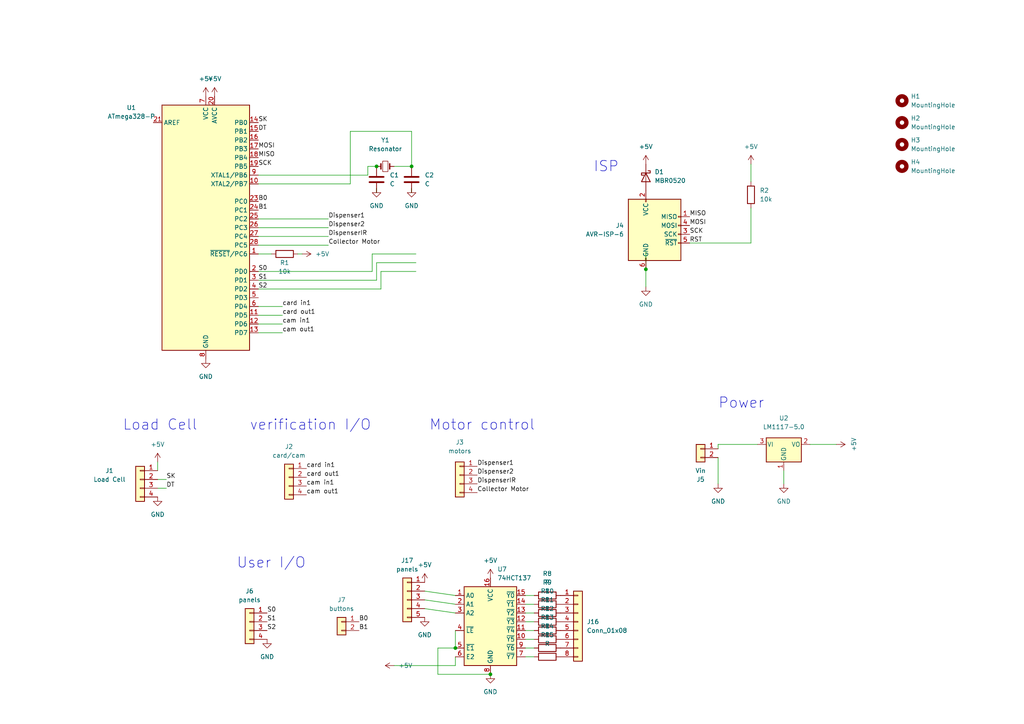
<source format=kicad_sch>
(kicad_sch (version 20211123) (generator eeschema)

  (uuid e63e39d7-6ac0-4ffd-8aa3-1841a4541b55)

  (paper "A4")

  (lib_symbols
    (symbol "74xx:74HCT137" (in_bom yes) (on_board yes)
      (property "Reference" "U" (id 0) (at -7.62 13.97 0)
        (effects (font (size 1.27 1.27)) (justify left bottom))
      )
      (property "Value" "74HCT137" (id 1) (at 2.54 -11.43 0)
        (effects (font (size 1.27 1.27)) (justify left top))
      )
      (property "Footprint" "" (id 2) (at 0 0 0)
        (effects (font (size 1.27 1.27)) hide)
      )
      (property "Datasheet" "http://www.ti.com/lit/ds/symlink/cd74hc237.pdf" (id 3) (at 0 0 0)
        (effects (font (size 1.27 1.27)) hide)
      )
      (property "ki_keywords" "demux" (id 4) (at 0 0 0)
        (effects (font (size 1.27 1.27)) hide)
      )
      (property "ki_description" "3-to-8 line decoder/multiplexer with address latches, DIP-16/SOIC-16/SSOP-16" (id 5) (at 0 0 0)
        (effects (font (size 1.27 1.27)) hide)
      )
      (property "ki_fp_filters" "DIP*W7.62mm* SOIC*3.9x9.9mm*P1.27mm* SSOP*5.3x6.2mm*P0.65mm*" (id 6) (at 0 0 0)
        (effects (font (size 1.27 1.27)) hide)
      )
      (symbol "74HCT137_0_1"
        (rectangle (start -7.62 12.7) (end 7.62 -10.16)
          (stroke (width 0.254) (type default) (color 0 0 0 0))
          (fill (type background))
        )
      )
      (symbol "74HCT137_1_1"
        (pin input line (at -10.16 10.16 0) (length 2.54)
          (name "A0" (effects (font (size 1.27 1.27))))
          (number "1" (effects (font (size 1.27 1.27))))
        )
        (pin output line (at 10.16 -2.54 180) (length 2.54)
          (name "~{Y5}" (effects (font (size 1.27 1.27))))
          (number "10" (effects (font (size 1.27 1.27))))
        )
        (pin output line (at 10.16 0 180) (length 2.54)
          (name "~{Y4}" (effects (font (size 1.27 1.27))))
          (number "11" (effects (font (size 1.27 1.27))))
        )
        (pin output line (at 10.16 2.54 180) (length 2.54)
          (name "~{Y3}" (effects (font (size 1.27 1.27))))
          (number "12" (effects (font (size 1.27 1.27))))
        )
        (pin output line (at 10.16 5.08 180) (length 2.54)
          (name "~{Y2}" (effects (font (size 1.27 1.27))))
          (number "13" (effects (font (size 1.27 1.27))))
        )
        (pin output line (at 10.16 7.62 180) (length 2.54)
          (name "~{Y1}" (effects (font (size 1.27 1.27))))
          (number "14" (effects (font (size 1.27 1.27))))
        )
        (pin output line (at 10.16 10.16 180) (length 2.54)
          (name "~{Y0}" (effects (font (size 1.27 1.27))))
          (number "15" (effects (font (size 1.27 1.27))))
        )
        (pin power_in line (at 0 15.24 270) (length 2.54)
          (name "VCC" (effects (font (size 1.27 1.27))))
          (number "16" (effects (font (size 1.27 1.27))))
        )
        (pin input line (at -10.16 7.62 0) (length 2.54)
          (name "A1" (effects (font (size 1.27 1.27))))
          (number "2" (effects (font (size 1.27 1.27))))
        )
        (pin input line (at -10.16 5.08 0) (length 2.54)
          (name "A2" (effects (font (size 1.27 1.27))))
          (number "3" (effects (font (size 1.27 1.27))))
        )
        (pin input line (at -10.16 0 0) (length 2.54)
          (name "~{LE}" (effects (font (size 1.27 1.27))))
          (number "4" (effects (font (size 1.27 1.27))))
        )
        (pin input line (at -10.16 -5.08 0) (length 2.54)
          (name "~{E1}" (effects (font (size 1.27 1.27))))
          (number "5" (effects (font (size 1.27 1.27))))
        )
        (pin input line (at -10.16 -7.62 0) (length 2.54)
          (name "E2" (effects (font (size 1.27 1.27))))
          (number "6" (effects (font (size 1.27 1.27))))
        )
        (pin output line (at 10.16 -7.62 180) (length 2.54)
          (name "~{Y7}" (effects (font (size 1.27 1.27))))
          (number "7" (effects (font (size 1.27 1.27))))
        )
        (pin power_in line (at 0 -12.7 90) (length 2.54)
          (name "GND" (effects (font (size 1.27 1.27))))
          (number "8" (effects (font (size 1.27 1.27))))
        )
        (pin output line (at 10.16 -5.08 180) (length 2.54)
          (name "~{Y6}" (effects (font (size 1.27 1.27))))
          (number "9" (effects (font (size 1.27 1.27))))
        )
      )
    )
    (symbol "Amplifier_Operational:AD8603" (pin_names (offset 0.127)) (in_bom yes) (on_board yes)
      (property "Reference" "U" (id 0) (at 0 5.08 0)
        (effects (font (size 1.27 1.27)) (justify left))
      )
      (property "Value" "AD8603" (id 1) (at 0 -5.08 0)
        (effects (font (size 1.27 1.27)) (justify left))
      )
      (property "Footprint" "Package_TO_SOT_SMD:TSOT-23-5" (id 2) (at 0 0 0)
        (effects (font (size 1.27 1.27)) hide)
      )
      (property "Datasheet" "https://www.analog.com/media/en/technical-documentation/data-sheets/AD8603_8607_8609.pdf" (id 3) (at 0 5.08 0)
        (effects (font (size 1.27 1.27)) hide)
      )
      (property "ki_keywords" "single opamp" (id 4) (at 0 0 0)
        (effects (font (size 1.27 1.27)) hide)
      )
      (property "ki_description" "Precision Micropower, Low Noise CMOS, Rail-to-Rail Input/Output Operational Amplifier, TSOT-23-5" (id 5) (at 0 0 0)
        (effects (font (size 1.27 1.27)) hide)
      )
      (property "ki_fp_filters" "TSOT*23*" (id 6) (at 0 0 0)
        (effects (font (size 1.27 1.27)) hide)
      )
      (symbol "AD8603_0_1"
        (polyline
          (pts
            (xy -5.08 5.08)
            (xy 5.08 0)
            (xy -5.08 -5.08)
            (xy -5.08 5.08)
          )
          (stroke (width 0.254) (type default) (color 0 0 0 0))
          (fill (type background))
        )
        (pin power_in line (at -2.54 -7.62 90) (length 3.81)
          (name "V-" (effects (font (size 1.27 1.27))))
          (number "2" (effects (font (size 1.27 1.27))))
        )
        (pin power_in line (at -2.54 7.62 270) (length 3.81)
          (name "V+" (effects (font (size 1.27 1.27))))
          (number "5" (effects (font (size 1.27 1.27))))
        )
      )
      (symbol "AD8603_1_1"
        (pin output line (at 7.62 0 180) (length 2.54)
          (name "~" (effects (font (size 1.27 1.27))))
          (number "1" (effects (font (size 1.27 1.27))))
        )
        (pin input line (at -7.62 2.54 0) (length 2.54)
          (name "+" (effects (font (size 1.27 1.27))))
          (number "3" (effects (font (size 1.27 1.27))))
        )
        (pin input line (at -7.62 -2.54 0) (length 2.54)
          (name "-" (effects (font (size 1.27 1.27))))
          (number "4" (effects (font (size 1.27 1.27))))
        )
      )
    )
    (symbol "Connector:AVR-ISP-6" (pin_names (offset 1.016)) (in_bom yes) (on_board yes)
      (property "Reference" "J" (id 0) (at -6.35 11.43 0)
        (effects (font (size 1.27 1.27)) (justify left))
      )
      (property "Value" "AVR-ISP-6" (id 1) (at 0 11.43 0)
        (effects (font (size 1.27 1.27)) (justify left))
      )
      (property "Footprint" "" (id 2) (at -6.35 1.27 90)
        (effects (font (size 1.27 1.27)) hide)
      )
      (property "Datasheet" " ~" (id 3) (at -32.385 -13.97 0)
        (effects (font (size 1.27 1.27)) hide)
      )
      (property "ki_keywords" "AVR ISP Connector" (id 4) (at 0 0 0)
        (effects (font (size 1.27 1.27)) hide)
      )
      (property "ki_description" "Atmel 6-pin ISP connector" (id 5) (at 0 0 0)
        (effects (font (size 1.27 1.27)) hide)
      )
      (property "ki_fp_filters" "IDC?Header*2x03* Pin?Header*2x03*" (id 6) (at 0 0 0)
        (effects (font (size 1.27 1.27)) hide)
      )
      (symbol "AVR-ISP-6_0_1"
        (rectangle (start -2.667 -6.858) (end -2.413 -7.62)
          (stroke (width 0) (type default) (color 0 0 0 0))
          (fill (type none))
        )
        (rectangle (start -2.667 10.16) (end -2.413 9.398)
          (stroke (width 0) (type default) (color 0 0 0 0))
          (fill (type none))
        )
        (rectangle (start 7.62 -2.413) (end 6.858 -2.667)
          (stroke (width 0) (type default) (color 0 0 0 0))
          (fill (type none))
        )
        (rectangle (start 7.62 0.127) (end 6.858 -0.127)
          (stroke (width 0) (type default) (color 0 0 0 0))
          (fill (type none))
        )
        (rectangle (start 7.62 2.667) (end 6.858 2.413)
          (stroke (width 0) (type default) (color 0 0 0 0))
          (fill (type none))
        )
        (rectangle (start 7.62 5.207) (end 6.858 4.953)
          (stroke (width 0) (type default) (color 0 0 0 0))
          (fill (type none))
        )
        (rectangle (start 7.62 10.16) (end -7.62 -7.62)
          (stroke (width 0.254) (type default) (color 0 0 0 0))
          (fill (type background))
        )
      )
      (symbol "AVR-ISP-6_1_1"
        (pin passive line (at 10.16 5.08 180) (length 2.54)
          (name "MISO" (effects (font (size 1.27 1.27))))
          (number "1" (effects (font (size 1.27 1.27))))
        )
        (pin passive line (at -2.54 12.7 270) (length 2.54)
          (name "VCC" (effects (font (size 1.27 1.27))))
          (number "2" (effects (font (size 1.27 1.27))))
        )
        (pin passive line (at 10.16 0 180) (length 2.54)
          (name "SCK" (effects (font (size 1.27 1.27))))
          (number "3" (effects (font (size 1.27 1.27))))
        )
        (pin passive line (at 10.16 2.54 180) (length 2.54)
          (name "MOSI" (effects (font (size 1.27 1.27))))
          (number "4" (effects (font (size 1.27 1.27))))
        )
        (pin passive line (at 10.16 -2.54 180) (length 2.54)
          (name "~{RST}" (effects (font (size 1.27 1.27))))
          (number "5" (effects (font (size 1.27 1.27))))
        )
        (pin passive line (at -2.54 -10.16 90) (length 2.54)
          (name "GND" (effects (font (size 1.27 1.27))))
          (number "6" (effects (font (size 1.27 1.27))))
        )
      )
    )
    (symbol "Connector:USB_A" (pin_names (offset 1.016)) (in_bom yes) (on_board yes)
      (property "Reference" "J" (id 0) (at -5.08 11.43 0)
        (effects (font (size 1.27 1.27)) (justify left))
      )
      (property "Value" "USB_A" (id 1) (at -5.08 8.89 0)
        (effects (font (size 1.27 1.27)) (justify left))
      )
      (property "Footprint" "" (id 2) (at 3.81 -1.27 0)
        (effects (font (size 1.27 1.27)) hide)
      )
      (property "Datasheet" " ~" (id 3) (at 3.81 -1.27 0)
        (effects (font (size 1.27 1.27)) hide)
      )
      (property "ki_keywords" "connector USB" (id 4) (at 0 0 0)
        (effects (font (size 1.27 1.27)) hide)
      )
      (property "ki_description" "USB Type A connector" (id 5) (at 0 0 0)
        (effects (font (size 1.27 1.27)) hide)
      )
      (property "ki_fp_filters" "USB*" (id 6) (at 0 0 0)
        (effects (font (size 1.27 1.27)) hide)
      )
      (symbol "USB_A_0_1"
        (rectangle (start -5.08 -7.62) (end 5.08 7.62)
          (stroke (width 0.254) (type default) (color 0 0 0 0))
          (fill (type background))
        )
        (circle (center -3.81 2.159) (radius 0.635)
          (stroke (width 0.254) (type default) (color 0 0 0 0))
          (fill (type outline))
        )
        (rectangle (start -1.524 4.826) (end -4.318 5.334)
          (stroke (width 0) (type default) (color 0 0 0 0))
          (fill (type outline))
        )
        (rectangle (start -1.27 4.572) (end -4.572 5.842)
          (stroke (width 0) (type default) (color 0 0 0 0))
          (fill (type none))
        )
        (circle (center -0.635 3.429) (radius 0.381)
          (stroke (width 0.254) (type default) (color 0 0 0 0))
          (fill (type outline))
        )
        (rectangle (start -0.127 -7.62) (end 0.127 -6.858)
          (stroke (width 0) (type default) (color 0 0 0 0))
          (fill (type none))
        )
        (polyline
          (pts
            (xy -3.175 2.159)
            (xy -2.54 2.159)
            (xy -1.27 3.429)
            (xy -0.635 3.429)
          )
          (stroke (width 0.254) (type default) (color 0 0 0 0))
          (fill (type none))
        )
        (polyline
          (pts
            (xy -2.54 2.159)
            (xy -1.905 2.159)
            (xy -1.27 0.889)
            (xy 0 0.889)
          )
          (stroke (width 0.254) (type default) (color 0 0 0 0))
          (fill (type none))
        )
        (polyline
          (pts
            (xy 0.635 2.794)
            (xy 0.635 1.524)
            (xy 1.905 2.159)
            (xy 0.635 2.794)
          )
          (stroke (width 0.254) (type default) (color 0 0 0 0))
          (fill (type outline))
        )
        (rectangle (start 0.254 1.27) (end -0.508 0.508)
          (stroke (width 0.254) (type default) (color 0 0 0 0))
          (fill (type outline))
        )
        (rectangle (start 5.08 -2.667) (end 4.318 -2.413)
          (stroke (width 0) (type default) (color 0 0 0 0))
          (fill (type none))
        )
        (rectangle (start 5.08 -0.127) (end 4.318 0.127)
          (stroke (width 0) (type default) (color 0 0 0 0))
          (fill (type none))
        )
        (rectangle (start 5.08 4.953) (end 4.318 5.207)
          (stroke (width 0) (type default) (color 0 0 0 0))
          (fill (type none))
        )
      )
      (symbol "USB_A_1_1"
        (polyline
          (pts
            (xy -1.905 2.159)
            (xy 0.635 2.159)
          )
          (stroke (width 0.254) (type default) (color 0 0 0 0))
          (fill (type none))
        )
        (pin power_in line (at 7.62 5.08 180) (length 2.54)
          (name "VBUS" (effects (font (size 1.27 1.27))))
          (number "1" (effects (font (size 1.27 1.27))))
        )
        (pin bidirectional line (at 7.62 -2.54 180) (length 2.54)
          (name "D-" (effects (font (size 1.27 1.27))))
          (number "2" (effects (font (size 1.27 1.27))))
        )
        (pin bidirectional line (at 7.62 0 180) (length 2.54)
          (name "D+" (effects (font (size 1.27 1.27))))
          (number "3" (effects (font (size 1.27 1.27))))
        )
        (pin power_in line (at 0 -10.16 90) (length 2.54)
          (name "GND" (effects (font (size 1.27 1.27))))
          (number "4" (effects (font (size 1.27 1.27))))
        )
        (pin passive line (at -2.54 -10.16 90) (length 2.54)
          (name "Shield" (effects (font (size 1.27 1.27))))
          (number "5" (effects (font (size 1.27 1.27))))
        )
      )
    )
    (symbol "Connector_Generic:Conn_01x02" (pin_names (offset 1.016) hide) (in_bom yes) (on_board yes)
      (property "Reference" "J" (id 0) (at 0 2.54 0)
        (effects (font (size 1.27 1.27)))
      )
      (property "Value" "Conn_01x02" (id 1) (at 0 -5.08 0)
        (effects (font (size 1.27 1.27)))
      )
      (property "Footprint" "" (id 2) (at 0 0 0)
        (effects (font (size 1.27 1.27)) hide)
      )
      (property "Datasheet" "~" (id 3) (at 0 0 0)
        (effects (font (size 1.27 1.27)) hide)
      )
      (property "ki_keywords" "connector" (id 4) (at 0 0 0)
        (effects (font (size 1.27 1.27)) hide)
      )
      (property "ki_description" "Generic connector, single row, 01x02, script generated (kicad-library-utils/schlib/autogen/connector/)" (id 5) (at 0 0 0)
        (effects (font (size 1.27 1.27)) hide)
      )
      (property "ki_fp_filters" "Connector*:*_1x??_*" (id 6) (at 0 0 0)
        (effects (font (size 1.27 1.27)) hide)
      )
      (symbol "Conn_01x02_1_1"
        (rectangle (start -1.27 -2.413) (end 0 -2.667)
          (stroke (width 0.1524) (type default) (color 0 0 0 0))
          (fill (type none))
        )
        (rectangle (start -1.27 0.127) (end 0 -0.127)
          (stroke (width 0.1524) (type default) (color 0 0 0 0))
          (fill (type none))
        )
        (rectangle (start -1.27 1.27) (end 1.27 -3.81)
          (stroke (width 0.254) (type default) (color 0 0 0 0))
          (fill (type background))
        )
        (pin passive line (at -5.08 0 0) (length 3.81)
          (name "Pin_1" (effects (font (size 1.27 1.27))))
          (number "1" (effects (font (size 1.27 1.27))))
        )
        (pin passive line (at -5.08 -2.54 0) (length 3.81)
          (name "Pin_2" (effects (font (size 1.27 1.27))))
          (number "2" (effects (font (size 1.27 1.27))))
        )
      )
    )
    (symbol "Connector_Generic:Conn_01x03" (pin_names (offset 1.016) hide) (in_bom yes) (on_board yes)
      (property "Reference" "J" (id 0) (at 0 5.08 0)
        (effects (font (size 1.27 1.27)))
      )
      (property "Value" "Conn_01x03" (id 1) (at 0 -5.08 0)
        (effects (font (size 1.27 1.27)))
      )
      (property "Footprint" "" (id 2) (at 0 0 0)
        (effects (font (size 1.27 1.27)) hide)
      )
      (property "Datasheet" "~" (id 3) (at 0 0 0)
        (effects (font (size 1.27 1.27)) hide)
      )
      (property "ki_keywords" "connector" (id 4) (at 0 0 0)
        (effects (font (size 1.27 1.27)) hide)
      )
      (property "ki_description" "Generic connector, single row, 01x03, script generated (kicad-library-utils/schlib/autogen/connector/)" (id 5) (at 0 0 0)
        (effects (font (size 1.27 1.27)) hide)
      )
      (property "ki_fp_filters" "Connector*:*_1x??_*" (id 6) (at 0 0 0)
        (effects (font (size 1.27 1.27)) hide)
      )
      (symbol "Conn_01x03_1_1"
        (rectangle (start -1.27 -2.413) (end 0 -2.667)
          (stroke (width 0.1524) (type default) (color 0 0 0 0))
          (fill (type none))
        )
        (rectangle (start -1.27 0.127) (end 0 -0.127)
          (stroke (width 0.1524) (type default) (color 0 0 0 0))
          (fill (type none))
        )
        (rectangle (start -1.27 2.667) (end 0 2.413)
          (stroke (width 0.1524) (type default) (color 0 0 0 0))
          (fill (type none))
        )
        (rectangle (start -1.27 3.81) (end 1.27 -3.81)
          (stroke (width 0.254) (type default) (color 0 0 0 0))
          (fill (type background))
        )
        (pin passive line (at -5.08 2.54 0) (length 3.81)
          (name "Pin_1" (effects (font (size 1.27 1.27))))
          (number "1" (effects (font (size 1.27 1.27))))
        )
        (pin passive line (at -5.08 0 0) (length 3.81)
          (name "Pin_2" (effects (font (size 1.27 1.27))))
          (number "2" (effects (font (size 1.27 1.27))))
        )
        (pin passive line (at -5.08 -2.54 0) (length 3.81)
          (name "Pin_3" (effects (font (size 1.27 1.27))))
          (number "3" (effects (font (size 1.27 1.27))))
        )
      )
    )
    (symbol "Connector_Generic:Conn_01x04" (pin_names (offset 1.016) hide) (in_bom yes) (on_board yes)
      (property "Reference" "J" (id 0) (at 0 5.08 0)
        (effects (font (size 1.27 1.27)))
      )
      (property "Value" "Conn_01x04" (id 1) (at 0 -7.62 0)
        (effects (font (size 1.27 1.27)))
      )
      (property "Footprint" "" (id 2) (at 0 0 0)
        (effects (font (size 1.27 1.27)) hide)
      )
      (property "Datasheet" "~" (id 3) (at 0 0 0)
        (effects (font (size 1.27 1.27)) hide)
      )
      (property "ki_keywords" "connector" (id 4) (at 0 0 0)
        (effects (font (size 1.27 1.27)) hide)
      )
      (property "ki_description" "Generic connector, single row, 01x04, script generated (kicad-library-utils/schlib/autogen/connector/)" (id 5) (at 0 0 0)
        (effects (font (size 1.27 1.27)) hide)
      )
      (property "ki_fp_filters" "Connector*:*_1x??_*" (id 6) (at 0 0 0)
        (effects (font (size 1.27 1.27)) hide)
      )
      (symbol "Conn_01x04_1_1"
        (rectangle (start -1.27 -4.953) (end 0 -5.207)
          (stroke (width 0.1524) (type default) (color 0 0 0 0))
          (fill (type none))
        )
        (rectangle (start -1.27 -2.413) (end 0 -2.667)
          (stroke (width 0.1524) (type default) (color 0 0 0 0))
          (fill (type none))
        )
        (rectangle (start -1.27 0.127) (end 0 -0.127)
          (stroke (width 0.1524) (type default) (color 0 0 0 0))
          (fill (type none))
        )
        (rectangle (start -1.27 2.667) (end 0 2.413)
          (stroke (width 0.1524) (type default) (color 0 0 0 0))
          (fill (type none))
        )
        (rectangle (start -1.27 3.81) (end 1.27 -6.35)
          (stroke (width 0.254) (type default) (color 0 0 0 0))
          (fill (type background))
        )
        (pin passive line (at -5.08 2.54 0) (length 3.81)
          (name "Pin_1" (effects (font (size 1.27 1.27))))
          (number "1" (effects (font (size 1.27 1.27))))
        )
        (pin passive line (at -5.08 0 0) (length 3.81)
          (name "Pin_2" (effects (font (size 1.27 1.27))))
          (number "2" (effects (font (size 1.27 1.27))))
        )
        (pin passive line (at -5.08 -2.54 0) (length 3.81)
          (name "Pin_3" (effects (font (size 1.27 1.27))))
          (number "3" (effects (font (size 1.27 1.27))))
        )
        (pin passive line (at -5.08 -5.08 0) (length 3.81)
          (name "Pin_4" (effects (font (size 1.27 1.27))))
          (number "4" (effects (font (size 1.27 1.27))))
        )
      )
    )
    (symbol "Connector_Generic:Conn_01x05" (pin_names (offset 1.016) hide) (in_bom yes) (on_board yes)
      (property "Reference" "J" (id 0) (at 0 7.62 0)
        (effects (font (size 1.27 1.27)))
      )
      (property "Value" "Conn_01x05" (id 1) (at 0 -7.62 0)
        (effects (font (size 1.27 1.27)))
      )
      (property "Footprint" "" (id 2) (at 0 0 0)
        (effects (font (size 1.27 1.27)) hide)
      )
      (property "Datasheet" "~" (id 3) (at 0 0 0)
        (effects (font (size 1.27 1.27)) hide)
      )
      (property "ki_keywords" "connector" (id 4) (at 0 0 0)
        (effects (font (size 1.27 1.27)) hide)
      )
      (property "ki_description" "Generic connector, single row, 01x05, script generated (kicad-library-utils/schlib/autogen/connector/)" (id 5) (at 0 0 0)
        (effects (font (size 1.27 1.27)) hide)
      )
      (property "ki_fp_filters" "Connector*:*_1x??_*" (id 6) (at 0 0 0)
        (effects (font (size 1.27 1.27)) hide)
      )
      (symbol "Conn_01x05_1_1"
        (rectangle (start -1.27 -4.953) (end 0 -5.207)
          (stroke (width 0.1524) (type default) (color 0 0 0 0))
          (fill (type none))
        )
        (rectangle (start -1.27 -2.413) (end 0 -2.667)
          (stroke (width 0.1524) (type default) (color 0 0 0 0))
          (fill (type none))
        )
        (rectangle (start -1.27 0.127) (end 0 -0.127)
          (stroke (width 0.1524) (type default) (color 0 0 0 0))
          (fill (type none))
        )
        (rectangle (start -1.27 2.667) (end 0 2.413)
          (stroke (width 0.1524) (type default) (color 0 0 0 0))
          (fill (type none))
        )
        (rectangle (start -1.27 5.207) (end 0 4.953)
          (stroke (width 0.1524) (type default) (color 0 0 0 0))
          (fill (type none))
        )
        (rectangle (start -1.27 6.35) (end 1.27 -6.35)
          (stroke (width 0.254) (type default) (color 0 0 0 0))
          (fill (type background))
        )
        (pin passive line (at -5.08 5.08 0) (length 3.81)
          (name "Pin_1" (effects (font (size 1.27 1.27))))
          (number "1" (effects (font (size 1.27 1.27))))
        )
        (pin passive line (at -5.08 2.54 0) (length 3.81)
          (name "Pin_2" (effects (font (size 1.27 1.27))))
          (number "2" (effects (font (size 1.27 1.27))))
        )
        (pin passive line (at -5.08 0 0) (length 3.81)
          (name "Pin_3" (effects (font (size 1.27 1.27))))
          (number "3" (effects (font (size 1.27 1.27))))
        )
        (pin passive line (at -5.08 -2.54 0) (length 3.81)
          (name "Pin_4" (effects (font (size 1.27 1.27))))
          (number "4" (effects (font (size 1.27 1.27))))
        )
        (pin passive line (at -5.08 -5.08 0) (length 3.81)
          (name "Pin_5" (effects (font (size 1.27 1.27))))
          (number "5" (effects (font (size 1.27 1.27))))
        )
      )
    )
    (symbol "Connector_Generic:Conn_01x08" (pin_names (offset 1.016) hide) (in_bom yes) (on_board yes)
      (property "Reference" "J" (id 0) (at 0 10.16 0)
        (effects (font (size 1.27 1.27)))
      )
      (property "Value" "Conn_01x08" (id 1) (at 0 -12.7 0)
        (effects (font (size 1.27 1.27)))
      )
      (property "Footprint" "" (id 2) (at 0 0 0)
        (effects (font (size 1.27 1.27)) hide)
      )
      (property "Datasheet" "~" (id 3) (at 0 0 0)
        (effects (font (size 1.27 1.27)) hide)
      )
      (property "ki_keywords" "connector" (id 4) (at 0 0 0)
        (effects (font (size 1.27 1.27)) hide)
      )
      (property "ki_description" "Generic connector, single row, 01x08, script generated (kicad-library-utils/schlib/autogen/connector/)" (id 5) (at 0 0 0)
        (effects (font (size 1.27 1.27)) hide)
      )
      (property "ki_fp_filters" "Connector*:*_1x??_*" (id 6) (at 0 0 0)
        (effects (font (size 1.27 1.27)) hide)
      )
      (symbol "Conn_01x08_1_1"
        (rectangle (start -1.27 -10.033) (end 0 -10.287)
          (stroke (width 0.1524) (type default) (color 0 0 0 0))
          (fill (type none))
        )
        (rectangle (start -1.27 -7.493) (end 0 -7.747)
          (stroke (width 0.1524) (type default) (color 0 0 0 0))
          (fill (type none))
        )
        (rectangle (start -1.27 -4.953) (end 0 -5.207)
          (stroke (width 0.1524) (type default) (color 0 0 0 0))
          (fill (type none))
        )
        (rectangle (start -1.27 -2.413) (end 0 -2.667)
          (stroke (width 0.1524) (type default) (color 0 0 0 0))
          (fill (type none))
        )
        (rectangle (start -1.27 0.127) (end 0 -0.127)
          (stroke (width 0.1524) (type default) (color 0 0 0 0))
          (fill (type none))
        )
        (rectangle (start -1.27 2.667) (end 0 2.413)
          (stroke (width 0.1524) (type default) (color 0 0 0 0))
          (fill (type none))
        )
        (rectangle (start -1.27 5.207) (end 0 4.953)
          (stroke (width 0.1524) (type default) (color 0 0 0 0))
          (fill (type none))
        )
        (rectangle (start -1.27 7.747) (end 0 7.493)
          (stroke (width 0.1524) (type default) (color 0 0 0 0))
          (fill (type none))
        )
        (rectangle (start -1.27 8.89) (end 1.27 -11.43)
          (stroke (width 0.254) (type default) (color 0 0 0 0))
          (fill (type background))
        )
        (pin passive line (at -5.08 7.62 0) (length 3.81)
          (name "Pin_1" (effects (font (size 1.27 1.27))))
          (number "1" (effects (font (size 1.27 1.27))))
        )
        (pin passive line (at -5.08 5.08 0) (length 3.81)
          (name "Pin_2" (effects (font (size 1.27 1.27))))
          (number "2" (effects (font (size 1.27 1.27))))
        )
        (pin passive line (at -5.08 2.54 0) (length 3.81)
          (name "Pin_3" (effects (font (size 1.27 1.27))))
          (number "3" (effects (font (size 1.27 1.27))))
        )
        (pin passive line (at -5.08 0 0) (length 3.81)
          (name "Pin_4" (effects (font (size 1.27 1.27))))
          (number "4" (effects (font (size 1.27 1.27))))
        )
        (pin passive line (at -5.08 -2.54 0) (length 3.81)
          (name "Pin_5" (effects (font (size 1.27 1.27))))
          (number "5" (effects (font (size 1.27 1.27))))
        )
        (pin passive line (at -5.08 -5.08 0) (length 3.81)
          (name "Pin_6" (effects (font (size 1.27 1.27))))
          (number "6" (effects (font (size 1.27 1.27))))
        )
        (pin passive line (at -5.08 -7.62 0) (length 3.81)
          (name "Pin_7" (effects (font (size 1.27 1.27))))
          (number "7" (effects (font (size 1.27 1.27))))
        )
        (pin passive line (at -5.08 -10.16 0) (length 3.81)
          (name "Pin_8" (effects (font (size 1.27 1.27))))
          (number "8" (effects (font (size 1.27 1.27))))
        )
      )
    )
    (symbol "Device:C" (pin_numbers hide) (pin_names (offset 0.254)) (in_bom yes) (on_board yes)
      (property "Reference" "C" (id 0) (at 0.635 2.54 0)
        (effects (font (size 1.27 1.27)) (justify left))
      )
      (property "Value" "C" (id 1) (at 0.635 -2.54 0)
        (effects (font (size 1.27 1.27)) (justify left))
      )
      (property "Footprint" "" (id 2) (at 0.9652 -3.81 0)
        (effects (font (size 1.27 1.27)) hide)
      )
      (property "Datasheet" "~" (id 3) (at 0 0 0)
        (effects (font (size 1.27 1.27)) hide)
      )
      (property "ki_keywords" "cap capacitor" (id 4) (at 0 0 0)
        (effects (font (size 1.27 1.27)) hide)
      )
      (property "ki_description" "Unpolarized capacitor" (id 5) (at 0 0 0)
        (effects (font (size 1.27 1.27)) hide)
      )
      (property "ki_fp_filters" "C_*" (id 6) (at 0 0 0)
        (effects (font (size 1.27 1.27)) hide)
      )
      (symbol "C_0_1"
        (polyline
          (pts
            (xy -2.032 -0.762)
            (xy 2.032 -0.762)
          )
          (stroke (width 0.508) (type default) (color 0 0 0 0))
          (fill (type none))
        )
        (polyline
          (pts
            (xy -2.032 0.762)
            (xy 2.032 0.762)
          )
          (stroke (width 0.508) (type default) (color 0 0 0 0))
          (fill (type none))
        )
      )
      (symbol "C_1_1"
        (pin passive line (at 0 3.81 270) (length 2.794)
          (name "~" (effects (font (size 1.27 1.27))))
          (number "1" (effects (font (size 1.27 1.27))))
        )
        (pin passive line (at 0 -3.81 90) (length 2.794)
          (name "~" (effects (font (size 1.27 1.27))))
          (number "2" (effects (font (size 1.27 1.27))))
        )
      )
    )
    (symbol "Device:C_Small" (pin_numbers hide) (pin_names (offset 0.254) hide) (in_bom yes) (on_board yes)
      (property "Reference" "C" (id 0) (at 0.254 1.778 0)
        (effects (font (size 1.27 1.27)) (justify left))
      )
      (property "Value" "C_Small" (id 1) (at 0.254 -2.032 0)
        (effects (font (size 1.27 1.27)) (justify left))
      )
      (property "Footprint" "" (id 2) (at 0 0 0)
        (effects (font (size 1.27 1.27)) hide)
      )
      (property "Datasheet" "~" (id 3) (at 0 0 0)
        (effects (font (size 1.27 1.27)) hide)
      )
      (property "ki_keywords" "capacitor cap" (id 4) (at 0 0 0)
        (effects (font (size 1.27 1.27)) hide)
      )
      (property "ki_description" "Unpolarized capacitor, small symbol" (id 5) (at 0 0 0)
        (effects (font (size 1.27 1.27)) hide)
      )
      (property "ki_fp_filters" "C_*" (id 6) (at 0 0 0)
        (effects (font (size 1.27 1.27)) hide)
      )
      (symbol "C_Small_0_1"
        (polyline
          (pts
            (xy -1.524 -0.508)
            (xy 1.524 -0.508)
          )
          (stroke (width 0.3302) (type default) (color 0 0 0 0))
          (fill (type none))
        )
        (polyline
          (pts
            (xy -1.524 0.508)
            (xy 1.524 0.508)
          )
          (stroke (width 0.3048) (type default) (color 0 0 0 0))
          (fill (type none))
        )
      )
      (symbol "C_Small_1_1"
        (pin passive line (at 0 2.54 270) (length 2.032)
          (name "~" (effects (font (size 1.27 1.27))))
          (number "1" (effects (font (size 1.27 1.27))))
        )
        (pin passive line (at 0 -2.54 90) (length 2.032)
          (name "~" (effects (font (size 1.27 1.27))))
          (number "2" (effects (font (size 1.27 1.27))))
        )
      )
    )
    (symbol "Device:Crystal_Small" (pin_numbers hide) (pin_names (offset 1.016) hide) (in_bom yes) (on_board yes)
      (property "Reference" "Y" (id 0) (at 0 2.54 0)
        (effects (font (size 1.27 1.27)))
      )
      (property "Value" "Crystal_Small" (id 1) (at 0 -2.54 0)
        (effects (font (size 1.27 1.27)))
      )
      (property "Footprint" "" (id 2) (at 0 0 0)
        (effects (font (size 1.27 1.27)) hide)
      )
      (property "Datasheet" "~" (id 3) (at 0 0 0)
        (effects (font (size 1.27 1.27)) hide)
      )
      (property "ki_keywords" "quartz ceramic resonator oscillator" (id 4) (at 0 0 0)
        (effects (font (size 1.27 1.27)) hide)
      )
      (property "ki_description" "Two pin crystal, small symbol" (id 5) (at 0 0 0)
        (effects (font (size 1.27 1.27)) hide)
      )
      (property "ki_fp_filters" "Crystal*" (id 6) (at 0 0 0)
        (effects (font (size 1.27 1.27)) hide)
      )
      (symbol "Crystal_Small_0_1"
        (rectangle (start -0.762 -1.524) (end 0.762 1.524)
          (stroke (width 0) (type default) (color 0 0 0 0))
          (fill (type none))
        )
        (polyline
          (pts
            (xy -1.27 -0.762)
            (xy -1.27 0.762)
          )
          (stroke (width 0.381) (type default) (color 0 0 0 0))
          (fill (type none))
        )
        (polyline
          (pts
            (xy 1.27 -0.762)
            (xy 1.27 0.762)
          )
          (stroke (width 0.381) (type default) (color 0 0 0 0))
          (fill (type none))
        )
      )
      (symbol "Crystal_Small_1_1"
        (pin passive line (at -2.54 0 0) (length 1.27)
          (name "1" (effects (font (size 1.27 1.27))))
          (number "1" (effects (font (size 1.27 1.27))))
        )
        (pin passive line (at 2.54 0 180) (length 1.27)
          (name "2" (effects (font (size 1.27 1.27))))
          (number "2" (effects (font (size 1.27 1.27))))
        )
      )
    )
    (symbol "Device:R" (pin_numbers hide) (pin_names (offset 0)) (in_bom yes) (on_board yes)
      (property "Reference" "R" (id 0) (at 2.032 0 90)
        (effects (font (size 1.27 1.27)))
      )
      (property "Value" "R" (id 1) (at 0 0 90)
        (effects (font (size 1.27 1.27)))
      )
      (property "Footprint" "" (id 2) (at -1.778 0 90)
        (effects (font (size 1.27 1.27)) hide)
      )
      (property "Datasheet" "~" (id 3) (at 0 0 0)
        (effects (font (size 1.27 1.27)) hide)
      )
      (property "ki_keywords" "R res resistor" (id 4) (at 0 0 0)
        (effects (font (size 1.27 1.27)) hide)
      )
      (property "ki_description" "Resistor" (id 5) (at 0 0 0)
        (effects (font (size 1.27 1.27)) hide)
      )
      (property "ki_fp_filters" "R_*" (id 6) (at 0 0 0)
        (effects (font (size 1.27 1.27)) hide)
      )
      (symbol "R_0_1"
        (rectangle (start -1.016 -2.54) (end 1.016 2.54)
          (stroke (width 0.254) (type default) (color 0 0 0 0))
          (fill (type none))
        )
      )
      (symbol "R_1_1"
        (pin passive line (at 0 3.81 270) (length 1.27)
          (name "~" (effects (font (size 1.27 1.27))))
          (number "1" (effects (font (size 1.27 1.27))))
        )
        (pin passive line (at 0 -3.81 90) (length 1.27)
          (name "~" (effects (font (size 1.27 1.27))))
          (number "2" (effects (font (size 1.27 1.27))))
        )
      )
    )
    (symbol "Diode:MBR0520" (pin_numbers hide) (pin_names (offset 1.016) hide) (in_bom yes) (on_board yes)
      (property "Reference" "D" (id 0) (at 0 2.54 0)
        (effects (font (size 1.27 1.27)))
      )
      (property "Value" "MBR0520" (id 1) (at 0 -2.54 0)
        (effects (font (size 1.27 1.27)))
      )
      (property "Footprint" "Diode_SMD:D_SOD-123" (id 2) (at 0 -4.445 0)
        (effects (font (size 1.27 1.27)) hide)
      )
      (property "Datasheet" "http://www.mccsemi.com/up_pdf/MBR0520~MBR0580(SOD123).pdf" (id 3) (at 0 0 0)
        (effects (font (size 1.27 1.27)) hide)
      )
      (property "ki_keywords" "diode Schottky" (id 4) (at 0 0 0)
        (effects (font (size 1.27 1.27)) hide)
      )
      (property "ki_description" "20V 0.5A Schottky Power Rectifier Diode, SOD-123" (id 5) (at 0 0 0)
        (effects (font (size 1.27 1.27)) hide)
      )
      (property "ki_fp_filters" "D*SOD?123*" (id 6) (at 0 0 0)
        (effects (font (size 1.27 1.27)) hide)
      )
      (symbol "MBR0520_0_1"
        (polyline
          (pts
            (xy 1.27 0)
            (xy -1.27 0)
          )
          (stroke (width 0) (type default) (color 0 0 0 0))
          (fill (type none))
        )
        (polyline
          (pts
            (xy 1.27 1.27)
            (xy 1.27 -1.27)
            (xy -1.27 0)
            (xy 1.27 1.27)
          )
          (stroke (width 0.254) (type default) (color 0 0 0 0))
          (fill (type none))
        )
        (polyline
          (pts
            (xy -1.905 0.635)
            (xy -1.905 1.27)
            (xy -1.27 1.27)
            (xy -1.27 -1.27)
            (xy -0.635 -1.27)
            (xy -0.635 -0.635)
          )
          (stroke (width 0.254) (type default) (color 0 0 0 0))
          (fill (type none))
        )
      )
      (symbol "MBR0520_1_1"
        (pin passive line (at -3.81 0 0) (length 2.54)
          (name "K" (effects (font (size 1.27 1.27))))
          (number "1" (effects (font (size 1.27 1.27))))
        )
        (pin passive line (at 3.81 0 180) (length 2.54)
          (name "A" (effects (font (size 1.27 1.27))))
          (number "2" (effects (font (size 1.27 1.27))))
        )
      )
    )
    (symbol "MCU_Microchip_ATmega:ATmega328-P" (in_bom yes) (on_board yes)
      (property "Reference" "U" (id 0) (at -12.7 36.83 0)
        (effects (font (size 1.27 1.27)) (justify left bottom))
      )
      (property "Value" "ATmega328-P" (id 1) (at 2.54 -36.83 0)
        (effects (font (size 1.27 1.27)) (justify left top))
      )
      (property "Footprint" "Package_DIP:DIP-28_W7.62mm" (id 2) (at 0 0 0)
        (effects (font (size 1.27 1.27) italic) hide)
      )
      (property "Datasheet" "http://ww1.microchip.com/downloads/en/DeviceDoc/ATmega328_P%20AVR%20MCU%20with%20picoPower%20Technology%20Data%20Sheet%2040001984A.pdf" (id 3) (at 0 0 0)
        (effects (font (size 1.27 1.27)) hide)
      )
      (property "ki_keywords" "AVR 8bit Microcontroller MegaAVR" (id 4) (at 0 0 0)
        (effects (font (size 1.27 1.27)) hide)
      )
      (property "ki_description" "20MHz, 32kB Flash, 2kB SRAM, 1kB EEPROM, DIP-28" (id 5) (at 0 0 0)
        (effects (font (size 1.27 1.27)) hide)
      )
      (property "ki_fp_filters" "DIP*W7.62mm*" (id 6) (at 0 0 0)
        (effects (font (size 1.27 1.27)) hide)
      )
      (symbol "ATmega328-P_0_1"
        (rectangle (start -12.7 -35.56) (end 12.7 35.56)
          (stroke (width 0.254) (type default) (color 0 0 0 0))
          (fill (type background))
        )
      )
      (symbol "ATmega328-P_1_1"
        (pin bidirectional line (at 15.24 -7.62 180) (length 2.54)
          (name "~{RESET}/PC6" (effects (font (size 1.27 1.27))))
          (number "1" (effects (font (size 1.27 1.27))))
        )
        (pin bidirectional line (at 15.24 12.7 180) (length 2.54)
          (name "XTAL2/PB7" (effects (font (size 1.27 1.27))))
          (number "10" (effects (font (size 1.27 1.27))))
        )
        (pin bidirectional line (at 15.24 -25.4 180) (length 2.54)
          (name "PD5" (effects (font (size 1.27 1.27))))
          (number "11" (effects (font (size 1.27 1.27))))
        )
        (pin bidirectional line (at 15.24 -27.94 180) (length 2.54)
          (name "PD6" (effects (font (size 1.27 1.27))))
          (number "12" (effects (font (size 1.27 1.27))))
        )
        (pin bidirectional line (at 15.24 -30.48 180) (length 2.54)
          (name "PD7" (effects (font (size 1.27 1.27))))
          (number "13" (effects (font (size 1.27 1.27))))
        )
        (pin bidirectional line (at 15.24 30.48 180) (length 2.54)
          (name "PB0" (effects (font (size 1.27 1.27))))
          (number "14" (effects (font (size 1.27 1.27))))
        )
        (pin bidirectional line (at 15.24 27.94 180) (length 2.54)
          (name "PB1" (effects (font (size 1.27 1.27))))
          (number "15" (effects (font (size 1.27 1.27))))
        )
        (pin bidirectional line (at 15.24 25.4 180) (length 2.54)
          (name "PB2" (effects (font (size 1.27 1.27))))
          (number "16" (effects (font (size 1.27 1.27))))
        )
        (pin bidirectional line (at 15.24 22.86 180) (length 2.54)
          (name "PB3" (effects (font (size 1.27 1.27))))
          (number "17" (effects (font (size 1.27 1.27))))
        )
        (pin bidirectional line (at 15.24 20.32 180) (length 2.54)
          (name "PB4" (effects (font (size 1.27 1.27))))
          (number "18" (effects (font (size 1.27 1.27))))
        )
        (pin bidirectional line (at 15.24 17.78 180) (length 2.54)
          (name "PB5" (effects (font (size 1.27 1.27))))
          (number "19" (effects (font (size 1.27 1.27))))
        )
        (pin bidirectional line (at 15.24 -12.7 180) (length 2.54)
          (name "PD0" (effects (font (size 1.27 1.27))))
          (number "2" (effects (font (size 1.27 1.27))))
        )
        (pin power_in line (at 2.54 38.1 270) (length 2.54)
          (name "AVCC" (effects (font (size 1.27 1.27))))
          (number "20" (effects (font (size 1.27 1.27))))
        )
        (pin passive line (at -15.24 30.48 0) (length 2.54)
          (name "AREF" (effects (font (size 1.27 1.27))))
          (number "21" (effects (font (size 1.27 1.27))))
        )
        (pin passive line (at 0 -38.1 90) (length 2.54) hide
          (name "GND" (effects (font (size 1.27 1.27))))
          (number "22" (effects (font (size 1.27 1.27))))
        )
        (pin bidirectional line (at 15.24 7.62 180) (length 2.54)
          (name "PC0" (effects (font (size 1.27 1.27))))
          (number "23" (effects (font (size 1.27 1.27))))
        )
        (pin bidirectional line (at 15.24 5.08 180) (length 2.54)
          (name "PC1" (effects (font (size 1.27 1.27))))
          (number "24" (effects (font (size 1.27 1.27))))
        )
        (pin bidirectional line (at 15.24 2.54 180) (length 2.54)
          (name "PC2" (effects (font (size 1.27 1.27))))
          (number "25" (effects (font (size 1.27 1.27))))
        )
        (pin bidirectional line (at 15.24 0 180) (length 2.54)
          (name "PC3" (effects (font (size 1.27 1.27))))
          (number "26" (effects (font (size 1.27 1.27))))
        )
        (pin bidirectional line (at 15.24 -2.54 180) (length 2.54)
          (name "PC4" (effects (font (size 1.27 1.27))))
          (number "27" (effects (font (size 1.27 1.27))))
        )
        (pin bidirectional line (at 15.24 -5.08 180) (length 2.54)
          (name "PC5" (effects (font (size 1.27 1.27))))
          (number "28" (effects (font (size 1.27 1.27))))
        )
        (pin bidirectional line (at 15.24 -15.24 180) (length 2.54)
          (name "PD1" (effects (font (size 1.27 1.27))))
          (number "3" (effects (font (size 1.27 1.27))))
        )
        (pin bidirectional line (at 15.24 -17.78 180) (length 2.54)
          (name "PD2" (effects (font (size 1.27 1.27))))
          (number "4" (effects (font (size 1.27 1.27))))
        )
        (pin bidirectional line (at 15.24 -20.32 180) (length 2.54)
          (name "PD3" (effects (font (size 1.27 1.27))))
          (number "5" (effects (font (size 1.27 1.27))))
        )
        (pin bidirectional line (at 15.24 -22.86 180) (length 2.54)
          (name "PD4" (effects (font (size 1.27 1.27))))
          (number "6" (effects (font (size 1.27 1.27))))
        )
        (pin power_in line (at 0 38.1 270) (length 2.54)
          (name "VCC" (effects (font (size 1.27 1.27))))
          (number "7" (effects (font (size 1.27 1.27))))
        )
        (pin power_in line (at 0 -38.1 90) (length 2.54)
          (name "GND" (effects (font (size 1.27 1.27))))
          (number "8" (effects (font (size 1.27 1.27))))
        )
        (pin bidirectional line (at 15.24 15.24 180) (length 2.54)
          (name "XTAL1/PB6" (effects (font (size 1.27 1.27))))
          (number "9" (effects (font (size 1.27 1.27))))
        )
      )
    )
    (symbol "MCU_Microchip_ATtiny:ATtiny85-20S" (in_bom yes) (on_board yes)
      (property "Reference" "U" (id 0) (at -12.7 13.97 0)
        (effects (font (size 1.27 1.27)) (justify left bottom))
      )
      (property "Value" "ATtiny85-20S" (id 1) (at 2.54 -13.97 0)
        (effects (font (size 1.27 1.27)) (justify left top))
      )
      (property "Footprint" "Package_SO:SOIC-8W_5.3x5.3mm_P1.27mm" (id 2) (at 0 0 0)
        (effects (font (size 1.27 1.27) italic) hide)
      )
      (property "Datasheet" "http://ww1.microchip.com/downloads/en/DeviceDoc/atmel-2586-avr-8-bit-microcontroller-attiny25-attiny45-attiny85_datasheet.pdf" (id 3) (at 0 0 0)
        (effects (font (size 1.27 1.27)) hide)
      )
      (property "ki_keywords" "AVR 8bit Microcontroller tinyAVR" (id 4) (at 0 0 0)
        (effects (font (size 1.27 1.27)) hide)
      )
      (property "ki_description" "20MHz, 8kB Flash, 512B SRAM, 512B EEPROM, debugWIRE, SOIC-8W" (id 5) (at 0 0 0)
        (effects (font (size 1.27 1.27)) hide)
      )
      (property "ki_fp_filters" "SOIC*5.3x5.3mm*P1.27mm*" (id 6) (at 0 0 0)
        (effects (font (size 1.27 1.27)) hide)
      )
      (symbol "ATtiny85-20S_0_1"
        (rectangle (start -12.7 -12.7) (end 12.7 12.7)
          (stroke (width 0.254) (type default) (color 0 0 0 0))
          (fill (type background))
        )
      )
      (symbol "ATtiny85-20S_1_1"
        (pin bidirectional line (at 15.24 -5.08 180) (length 2.54)
          (name "~{RESET}/PB5" (effects (font (size 1.27 1.27))))
          (number "1" (effects (font (size 1.27 1.27))))
        )
        (pin bidirectional line (at 15.24 0 180) (length 2.54)
          (name "XTAL1/PB3" (effects (font (size 1.27 1.27))))
          (number "2" (effects (font (size 1.27 1.27))))
        )
        (pin bidirectional line (at 15.24 -2.54 180) (length 2.54)
          (name "XTAL2/PB4" (effects (font (size 1.27 1.27))))
          (number "3" (effects (font (size 1.27 1.27))))
        )
        (pin power_in line (at 0 -15.24 90) (length 2.54)
          (name "GND" (effects (font (size 1.27 1.27))))
          (number "4" (effects (font (size 1.27 1.27))))
        )
        (pin bidirectional line (at 15.24 7.62 180) (length 2.54)
          (name "AREF/PB0" (effects (font (size 1.27 1.27))))
          (number "5" (effects (font (size 1.27 1.27))))
        )
        (pin bidirectional line (at 15.24 5.08 180) (length 2.54)
          (name "PB1" (effects (font (size 1.27 1.27))))
          (number "6" (effects (font (size 1.27 1.27))))
        )
        (pin bidirectional line (at 15.24 2.54 180) (length 2.54)
          (name "PB2" (effects (font (size 1.27 1.27))))
          (number "7" (effects (font (size 1.27 1.27))))
        )
        (pin power_in line (at 0 15.24 270) (length 2.54)
          (name "VCC" (effects (font (size 1.27 1.27))))
          (number "8" (effects (font (size 1.27 1.27))))
        )
      )
    )
    (symbol "MCU_Module:Adafruit_HUZZAH_ESP8266_breakout" (in_bom yes) (on_board yes)
      (property "Reference" "A" (id 0) (at 7.62 19.05 0)
        (effects (font (size 1.27 1.27)) (justify left top))
      )
      (property "Value" "Adafruit_HUZZAH_ESP8266_breakout" (id 1) (at 3.81 -19.05 0)
        (effects (font (size 1.27 1.27)) (justify left bottom))
      )
      (property "Footprint" "" (id 2) (at 5.08 15.24 0)
        (effects (font (size 1.27 1.27)) hide)
      )
      (property "Datasheet" "https://www.adafruit.com/product/2471" (id 3) (at 7.62 17.78 0)
        (effects (font (size 1.27 1.27)) hide)
      )
      (property "ki_keywords" "ESP8266 WiFi microcontroller" (id 4) (at 0 0 0)
        (effects (font (size 1.27 1.27)) hide)
      )
      (property "ki_description" "32-bit microcontroller module with WiFi" (id 5) (at 0 0 0)
        (effects (font (size 1.27 1.27)) hide)
      )
      (property "ki_fp_filters" "Adafruit*HUZZAH*ESP8266*breakout* Adafruit*HUZZAH*ESP8266*breakout*WithMountingHoles*" (id 6) (at 0 0 0)
        (effects (font (size 1.27 1.27)) hide)
      )
      (symbol "Adafruit_HUZZAH_ESP8266_breakout_0_1"
        (rectangle (start -11.43 16.51) (end 11.43 -16.51)
          (stroke (width 0.254) (type default) (color 0 0 0 0))
          (fill (type background))
        )
      )
      (symbol "Adafruit_HUZZAH_ESP8266_breakout_1_1"
        (pin input line (at -15.24 5.08 0) (length 3.81)
          (name "~{RST}" (effects (font (size 1.27 1.27))))
          (number "1" (effects (font (size 1.27 1.27))))
        )
        (pin power_in line (at -2.54 -20.32 90) (length 3.81)
          (name "GND" (effects (font (size 1.27 1.27))))
          (number "10" (effects (font (size 1.27 1.27))))
        )
        (pin power_in line (at 2.54 -20.32 90) (length 3.81)
          (name "GND" (effects (font (size 1.27 1.27))))
          (number "11" (effects (font (size 1.27 1.27))))
        )
        (pin input line (at -15.24 7.62 0) (length 3.81)
          (name "LDO" (effects (font (size 1.27 1.27))))
          (number "12" (effects (font (size 1.27 1.27))))
        )
        (pin power_out line (at 5.08 20.32 270) (length 3.81)
          (name "3V" (effects (font (size 1.27 1.27))))
          (number "13" (effects (font (size 1.27 1.27))))
        )
        (pin bidirectional line (at 15.24 -7.62 180) (length 3.81)
          (name "15" (effects (font (size 1.27 1.27))))
          (number "14" (effects (font (size 1.27 1.27))))
        )
        (pin bidirectional line (at 15.24 7.62 180) (length 3.81)
          (name "2" (effects (font (size 1.27 1.27))))
          (number "15" (effects (font (size 1.27 1.27))))
        )
        (pin bidirectional line (at 15.24 10.16 180) (length 3.81)
          (name "0" (effects (font (size 1.27 1.27))))
          (number "16" (effects (font (size 1.27 1.27))))
        )
        (pin bidirectional line (at 15.24 5.08 180) (length 3.81)
          (name "4" (effects (font (size 1.27 1.27))))
          (number "17" (effects (font (size 1.27 1.27))))
        )
        (pin bidirectional line (at 15.24 2.54 180) (length 3.81)
          (name "5" (effects (font (size 1.27 1.27))))
          (number "18" (effects (font (size 1.27 1.27))))
        )
        (pin input line (at -15.24 -2.54 0) (length 3.81)
          (name "RX" (effects (font (size 1.27 1.27))))
          (number "19" (effects (font (size 1.27 1.27))))
        )
        (pin input line (at -15.24 -10.16 0) (length 3.81)
          (name "A" (effects (font (size 1.27 1.27))))
          (number "2" (effects (font (size 1.27 1.27))))
        )
        (pin output line (at -15.24 -5.08 0) (length 3.81)
          (name "TX" (effects (font (size 1.27 1.27))))
          (number "20" (effects (font (size 1.27 1.27))))
        )
        (pin input line (at -15.24 2.54 0) (length 3.81)
          (name "EN" (effects (font (size 1.27 1.27))))
          (number "3" (effects (font (size 1.27 1.27))))
        )
        (pin bidirectional line (at 15.24 -10.16 180) (length 3.81)
          (name "16" (effects (font (size 1.27 1.27))))
          (number "4" (effects (font (size 1.27 1.27))))
        )
        (pin bidirectional line (at 15.24 -5.08 180) (length 3.81)
          (name "14" (effects (font (size 1.27 1.27))))
          (number "5" (effects (font (size 1.27 1.27))))
        )
        (pin bidirectional line (at 15.24 0 180) (length 3.81)
          (name "12" (effects (font (size 1.27 1.27))))
          (number "6" (effects (font (size 1.27 1.27))))
        )
        (pin bidirectional line (at 15.24 -2.54 180) (length 3.81)
          (name "13" (effects (font (size 1.27 1.27))))
          (number "7" (effects (font (size 1.27 1.27))))
        )
        (pin power_in line (at 0 20.32 270) (length 3.81)
          (name "V+" (effects (font (size 1.27 1.27))))
          (number "8" (effects (font (size 1.27 1.27))))
        )
        (pin power_in line (at -5.08 20.32 270) (length 3.81)
          (name "VBat" (effects (font (size 1.27 1.27))))
          (number "9" (effects (font (size 1.27 1.27))))
        )
      )
    )
    (symbol "Mechanical:MountingHole" (pin_names (offset 1.016)) (in_bom yes) (on_board yes)
      (property "Reference" "H" (id 0) (at 0 5.08 0)
        (effects (font (size 1.27 1.27)))
      )
      (property "Value" "MountingHole" (id 1) (at 0 3.175 0)
        (effects (font (size 1.27 1.27)))
      )
      (property "Footprint" "" (id 2) (at 0 0 0)
        (effects (font (size 1.27 1.27)) hide)
      )
      (property "Datasheet" "~" (id 3) (at 0 0 0)
        (effects (font (size 1.27 1.27)) hide)
      )
      (property "ki_keywords" "mounting hole" (id 4) (at 0 0 0)
        (effects (font (size 1.27 1.27)) hide)
      )
      (property "ki_description" "Mounting Hole without connection" (id 5) (at 0 0 0)
        (effects (font (size 1.27 1.27)) hide)
      )
      (property "ki_fp_filters" "MountingHole*" (id 6) (at 0 0 0)
        (effects (font (size 1.27 1.27)) hide)
      )
      (symbol "MountingHole_0_1"
        (circle (center 0 0) (radius 1.27)
          (stroke (width 1.27) (type default) (color 0 0 0 0))
          (fill (type none))
        )
      )
    )
    (symbol "Regulator_Linear:LM1117-5.0" (pin_names (offset 0.254)) (in_bom yes) (on_board yes)
      (property "Reference" "U" (id 0) (at -3.81 3.175 0)
        (effects (font (size 1.27 1.27)))
      )
      (property "Value" "LM1117-5.0" (id 1) (at 0 3.175 0)
        (effects (font (size 1.27 1.27)) (justify left))
      )
      (property "Footprint" "" (id 2) (at 0 0 0)
        (effects (font (size 1.27 1.27)) hide)
      )
      (property "Datasheet" "http://www.ti.com/lit/ds/symlink/lm1117.pdf" (id 3) (at 0 0 0)
        (effects (font (size 1.27 1.27)) hide)
      )
      (property "ki_keywords" "linear regulator ldo fixed positive" (id 4) (at 0 0 0)
        (effects (font (size 1.27 1.27)) hide)
      )
      (property "ki_description" "800mA Low-Dropout Linear Regulator, 5.0V fixed output, TO-220/TO-252/TO-263/SOT-223" (id 5) (at 0 0 0)
        (effects (font (size 1.27 1.27)) hide)
      )
      (property "ki_fp_filters" "SOT?223* TO?263* TO?252* TO?220*" (id 6) (at 0 0 0)
        (effects (font (size 1.27 1.27)) hide)
      )
      (symbol "LM1117-5.0_0_1"
        (rectangle (start -5.08 -5.08) (end 5.08 1.905)
          (stroke (width 0.254) (type default) (color 0 0 0 0))
          (fill (type background))
        )
      )
      (symbol "LM1117-5.0_1_1"
        (pin power_in line (at 0 -7.62 90) (length 2.54)
          (name "GND" (effects (font (size 1.27 1.27))))
          (number "1" (effects (font (size 1.27 1.27))))
        )
        (pin power_out line (at 7.62 0 180) (length 2.54)
          (name "VO" (effects (font (size 1.27 1.27))))
          (number "2" (effects (font (size 1.27 1.27))))
        )
        (pin power_in line (at -7.62 0 0) (length 2.54)
          (name "VI" (effects (font (size 1.27 1.27))))
          (number "3" (effects (font (size 1.27 1.27))))
        )
      )
    )
    (symbol "power:+5V" (power) (pin_names (offset 0)) (in_bom yes) (on_board yes)
      (property "Reference" "#PWR" (id 0) (at 0 -3.81 0)
        (effects (font (size 1.27 1.27)) hide)
      )
      (property "Value" "+5V" (id 1) (at 0 3.556 0)
        (effects (font (size 1.27 1.27)))
      )
      (property "Footprint" "" (id 2) (at 0 0 0)
        (effects (font (size 1.27 1.27)) hide)
      )
      (property "Datasheet" "" (id 3) (at 0 0 0)
        (effects (font (size 1.27 1.27)) hide)
      )
      (property "ki_keywords" "power-flag" (id 4) (at 0 0 0)
        (effects (font (size 1.27 1.27)) hide)
      )
      (property "ki_description" "Power symbol creates a global label with name \"+5V\"" (id 5) (at 0 0 0)
        (effects (font (size 1.27 1.27)) hide)
      )
      (symbol "+5V_0_1"
        (polyline
          (pts
            (xy -0.762 1.27)
            (xy 0 2.54)
          )
          (stroke (width 0) (type default) (color 0 0 0 0))
          (fill (type none))
        )
        (polyline
          (pts
            (xy 0 0)
            (xy 0 2.54)
          )
          (stroke (width 0) (type default) (color 0 0 0 0))
          (fill (type none))
        )
        (polyline
          (pts
            (xy 0 2.54)
            (xy 0.762 1.27)
          )
          (stroke (width 0) (type default) (color 0 0 0 0))
          (fill (type none))
        )
      )
      (symbol "+5V_1_1"
        (pin power_in line (at 0 0 90) (length 0) hide
          (name "+5V" (effects (font (size 1.27 1.27))))
          (number "1" (effects (font (size 1.27 1.27))))
        )
      )
    )
    (symbol "power:GND" (power) (pin_names (offset 0)) (in_bom yes) (on_board yes)
      (property "Reference" "#PWR" (id 0) (at 0 -6.35 0)
        (effects (font (size 1.27 1.27)) hide)
      )
      (property "Value" "GND" (id 1) (at 0 -3.81 0)
        (effects (font (size 1.27 1.27)))
      )
      (property "Footprint" "" (id 2) (at 0 0 0)
        (effects (font (size 1.27 1.27)) hide)
      )
      (property "Datasheet" "" (id 3) (at 0 0 0)
        (effects (font (size 1.27 1.27)) hide)
      )
      (property "ki_keywords" "power-flag" (id 4) (at 0 0 0)
        (effects (font (size 1.27 1.27)) hide)
      )
      (property "ki_description" "Power symbol creates a global label with name \"GND\" , ground" (id 5) (at 0 0 0)
        (effects (font (size 1.27 1.27)) hide)
      )
      (symbol "GND_0_1"
        (polyline
          (pts
            (xy 0 0)
            (xy 0 -1.27)
            (xy 1.27 -1.27)
            (xy 0 -2.54)
            (xy -1.27 -1.27)
            (xy 0 -1.27)
          )
          (stroke (width 0) (type default) (color 0 0 0 0))
          (fill (type none))
        )
      )
      (symbol "GND_1_1"
        (pin power_in line (at 0 0 270) (length 0) hide
          (name "GND" (effects (font (size 1.27 1.27))))
          (number "1" (effects (font (size 1.27 1.27))))
        )
      )
    )
  )

  (junction (at 36.83 243.84) (diameter 0) (color 0 0 0 0)
    (uuid 3e7e5c45-0101-4ab0-9386-5837f3a39538)
  )
  (junction (at 132.08 187.96) (diameter 0) (color 0 0 0 0)
    (uuid 3fe3228e-3811-49dd-803a-e33d4ad59310)
  )
  (junction (at 190.5 303.53) (diameter 0) (color 0 0 0 0)
    (uuid 68e6c6fc-4a3d-4aa2-b43e-596116c4b1b4)
  )
  (junction (at 142.24 195.58) (diameter 0) (color 0 0 0 0)
    (uuid 7f9acc0c-929f-40b2-b243-b1c0e62f6b4a)
  )
  (junction (at 119.38 48.26) (diameter 0) (color 0 0 0 0)
    (uuid 81b8d225-487e-4219-ad33-c37e8db4a1e9)
  )
  (junction (at 187.325 78.105) (diameter 0) (color 0 0 0 0)
    (uuid 862d28ec-f4dd-41e4-8e4e-348159064c60)
  )
  (junction (at 110.49 243.84) (diameter 0) (color 0 0 0 0)
    (uuid 8dfc67cb-7e50-492b-b77f-39584b49bc6a)
  )
  (junction (at 27.94 334.01) (diameter 0) (color 0 0 0 0)
    (uuid 9734bacc-7318-492a-a59e-ede1e568e561)
  )
  (junction (at 109.22 48.26) (diameter 0) (color 0 0 0 0)
    (uuid a5d031b1-d111-4021-803a-5b94fb83975b)
  )
  (junction (at 181.61 331.47) (diameter 0) (color 0 0 0 0)
    (uuid b0d7f0aa-87d5-44ca-acae-4215827172e9)
  )
  (junction (at 181.61 347.98) (diameter 0) (color 0 0 0 0)
    (uuid e2d69138-64f5-4e9d-b667-31a14f103c69)
  )

  (wire (pts (xy 106.68 243.84) (xy 110.49 243.84))
    (stroke (width 0) (type default) (color 0 0 0 0))
    (uuid 0a2e2760-4466-4969-9ccc-ac3ca3bd034a)
  )
  (wire (pts (xy 29.21 379.73) (xy 29.21 372.11))
    (stroke (width 0) (type default) (color 0 0 0 0))
    (uuid 0e2e9499-2a8d-4b27-9bbc-69c9edb981e4)
  )
  (wire (pts (xy 29.21 369.57) (xy 29.21 368.3))
    (stroke (width 0) (type default) (color 0 0 0 0))
    (uuid 103b02cf-1b60-44e3-8182-e7fe24af1415)
  )
  (wire (pts (xy 99.06 332.74) (xy 105.41 332.74))
    (stroke (width 0) (type default) (color 0 0 0 0))
    (uuid 11fa9363-ca30-469b-802b-ac00e9f965a7)
  )
  (wire (pts (xy 99.06 316.23) (xy 99.06 332.74))
    (stroke (width 0) (type default) (color 0 0 0 0))
    (uuid 1462b4ce-aa81-4c1b-b041-3015c311ec59)
  )
  (wire (pts (xy 74.93 53.34) (xy 101.6 53.34))
    (stroke (width 0) (type default) (color 0 0 0 0))
    (uuid 16a848bc-8d82-4447-8f06-b90aa97e0ef9)
  )
  (wire (pts (xy 101.6 318.77) (xy 101.6 330.2))
    (stroke (width 0) (type default) (color 0 0 0 0))
    (uuid 195fee0f-1465-4ea3-b412-4ca99fdade69)
  )
  (wire (pts (xy 123.19 173.99) (xy 132.08 175.26))
    (stroke (width 0) (type default) (color 0 0 0 0))
    (uuid 1f7d9fbb-d9c6-43f5-aa25-df6820c58724)
  )
  (wire (pts (xy 208.28 140.335) (xy 208.28 132.715))
    (stroke (width 0) (type default) (color 0 0 0 0))
    (uuid 226dccd6-c083-45cd-a258-30ea95d54886)
  )
  (wire (pts (xy 215.9 260.35) (xy 198.12 260.35))
    (stroke (width 0) (type default) (color 0 0 0 0))
    (uuid 22992aa0-492a-4f8a-8efd-ef43411e8d89)
  )
  (wire (pts (xy 81.915 96.52) (xy 74.93 96.52))
    (stroke (width 0) (type default) (color 0 0 0 0))
    (uuid 243a0039-5ad3-4263-a083-b6b463fccbaf)
  )
  (wire (pts (xy 81.915 93.98) (xy 74.93 93.98))
    (stroke (width 0) (type default) (color 0 0 0 0))
    (uuid 25926adc-649a-49fd-8aa2-d5e3f410532d)
  )
  (wire (pts (xy 74.93 83.82) (xy 110.49 83.82))
    (stroke (width 0) (type default) (color 0 0 0 0))
    (uuid 2e56b43f-48d0-4cc0-a86b-b31db1945a98)
  )
  (wire (pts (xy 132.08 190.5) (xy 132.08 193.04))
    (stroke (width 0) (type default) (color 0 0 0 0))
    (uuid 34772626-98e0-4625-b2e7-75f1b63a83d4)
  )
  (wire (pts (xy 86.36 73.66) (xy 87.63 73.66))
    (stroke (width 0) (type default) (color 0 0 0 0))
    (uuid 34db7dbd-5d09-45ea-a4f4-a6af33c207ae)
  )
  (wire (pts (xy 52.07 255.27) (xy 72.39 255.27))
    (stroke (width 0) (type default) (color 0 0 0 0))
    (uuid 37d0967e-58d3-405c-b5ba-f97c79c70cd6)
  )
  (wire (pts (xy 78.74 73.66) (xy 74.93 73.66))
    (stroke (width 0) (type default) (color 0 0 0 0))
    (uuid 39b82910-00a6-4615-b48a-18fcc01fbebd)
  )
  (wire (pts (xy 52.07 252.73) (xy 72.39 252.73))
    (stroke (width 0) (type default) (color 0 0 0 0))
    (uuid 3ac45dd7-0f29-4a18-b22f-49536effe9ec)
  )
  (wire (pts (xy 171.45 331.47) (xy 181.61 331.47))
    (stroke (width 0) (type default) (color 0 0 0 0))
    (uuid 3efaa3f7-ac2e-4ca5-8732-82d8bfb76e27)
  )
  (wire (pts (xy 52.07 260.35) (xy 62.23 260.35))
    (stroke (width 0) (type default) (color 0 0 0 0))
    (uuid 40a35713-df59-42b2-9839-30daee6fd951)
  )
  (wire (pts (xy 45.72 139.065) (xy 48.26 139.065))
    (stroke (width 0) (type default) (color 0 0 0 0))
    (uuid 415600b9-2d9c-4557-9a0b-152274c64a6c)
  )
  (wire (pts (xy 154.94 187.96) (xy 152.4 187.96))
    (stroke (width 0) (type default) (color 0 0 0 0))
    (uuid 44b4e46a-854a-47f9-89ec-3c6d06ef5a9d)
  )
  (wire (pts (xy 40.64 312.42) (xy 40.64 318.77))
    (stroke (width 0) (type default) (color 0 0 0 0))
    (uuid 487019e6-9ee1-431b-aec9-4d32febe8822)
  )
  (wire (pts (xy 109.22 76.2) (xy 109.22 81.28))
    (stroke (width 0) (type default) (color 0 0 0 0))
    (uuid 48f51906-b6cf-4892-8156-335fc926fe9f)
  )
  (wire (pts (xy 120.65 76.2) (xy 109.22 76.2))
    (stroke (width 0) (type default) (color 0 0 0 0))
    (uuid 4b0032b8-9497-4c89-8243-73c09331b48c)
  )
  (wire (pts (xy 49.53 326.39) (xy 35.56 326.39))
    (stroke (width 0) (type default) (color 0 0 0 0))
    (uuid 512b267b-e850-4252-9e43-017277299add)
  )
  (wire (pts (xy 95.25 71.12) (xy 74.93 71.12))
    (stroke (width 0) (type default) (color 0 0 0 0))
    (uuid 525a91ef-5ecf-4d78-96a7-535c28324913)
  )
  (wire (pts (xy 212.09 323.85) (xy 212.09 303.53))
    (stroke (width 0) (type default) (color 0 0 0 0))
    (uuid 528c71a9-efd9-407e-a2a9-8803b3cae6aa)
  )
  (wire (pts (xy 154.94 175.26) (xy 152.4 175.26))
    (stroke (width 0) (type default) (color 0 0 0 0))
    (uuid 52c63501-760e-4e21-9451-e4d0331a1576)
  )
  (wire (pts (xy 234.95 128.905) (xy 242.57 128.905))
    (stroke (width 0) (type default) (color 0 0 0 0))
    (uuid 531ba650-e111-44fa-84ef-1f3ab05da7ac)
  )
  (wire (pts (xy 125.73 255.27) (xy 146.05 255.27))
    (stroke (width 0) (type default) (color 0 0 0 0))
    (uuid 57132390-7e01-4a3f-888e-d193b68f2920)
  )
  (wire (pts (xy 125.73 252.73) (xy 146.05 252.73))
    (stroke (width 0) (type default) (color 0 0 0 0))
    (uuid 59d7a021-9bba-4a8d-b927-56a85207d59e)
  )
  (wire (pts (xy 223.52 323.85) (xy 212.09 323.85))
    (stroke (width 0) (type default) (color 0 0 0 0))
    (uuid 5ec63214-ecec-4a04-8c9e-3b21fe1a1f48)
  )
  (wire (pts (xy 49.53 323.85) (xy 35.56 323.85))
    (stroke (width 0) (type default) (color 0 0 0 0))
    (uuid 610a5da3-c554-49d4-b661-8ed1a47423fb)
  )
  (wire (pts (xy 154.94 190.5) (xy 152.4 190.5))
    (stroke (width 0) (type default) (color 0 0 0 0))
    (uuid 611451c2-42b1-4c5d-81ac-61ff69207e9c)
  )
  (wire (pts (xy 217.805 47.625) (xy 217.805 52.705))
    (stroke (width 0) (type default) (color 0 0 0 0))
    (uuid 629cd199-0ad2-44a3-98e8-8f3ca10b8bb8)
  )
  (wire (pts (xy 199.39 326.39) (xy 199.39 328.93))
    (stroke (width 0) (type default) (color 0 0 0 0))
    (uuid 6353d5b2-5b1c-400d-8204-bf7ccdb0b45b)
  )
  (wire (pts (xy 154.94 180.34) (xy 152.4 180.34))
    (stroke (width 0) (type default) (color 0 0 0 0))
    (uuid 65217730-cd3e-4c50-8c58-ee53da08b8be)
  )
  (wire (pts (xy 55.88 368.3) (xy 63.5 368.3))
    (stroke (width 0) (type default) (color 0 0 0 0))
    (uuid 661173b4-4d28-4015-a526-2f42b194408b)
  )
  (wire (pts (xy 154.94 182.88) (xy 152.4 182.88))
    (stroke (width 0) (type default) (color 0 0 0 0))
    (uuid 681fe471-0bac-44ff-a3c0-0928b3880551)
  )
  (wire (pts (xy 199.39 334.01) (xy 199.39 347.98))
    (stroke (width 0) (type default) (color 0 0 0 0))
    (uuid 6ce1e7fb-de48-4656-8c11-ec8941657719)
  )
  (wire (pts (xy 127 195.58) (xy 142.24 195.58))
    (stroke (width 0) (type default) (color 0 0 0 0))
    (uuid 6f1c8cff-7840-4ced-a231-d02207934c2b)
  )
  (wire (pts (xy 123.19 176.53) (xy 132.08 177.8))
    (stroke (width 0) (type default) (color 0 0 0 0))
    (uuid 6ffa59a4-0aee-4d62-84fe-49afd73895be)
  )
  (wire (pts (xy 199.39 347.98) (xy 181.61 347.98))
    (stroke (width 0) (type default) (color 0 0 0 0))
    (uuid 7061a944-103c-4bfb-9315-08bcef2f62c1)
  )
  (wire (pts (xy 132.08 182.88) (xy 132.08 187.96))
    (stroke (width 0) (type default) (color 0 0 0 0))
    (uuid 71cd1f44-5eb8-4be3-846c-bfaa0b473068)
  )
  (wire (pts (xy 125.73 257.81) (xy 135.89 257.81))
    (stroke (width 0) (type default) (color 0 0 0 0))
    (uuid 75fcc842-d14e-468c-92f5-42c275579feb)
  )
  (wire (pts (xy 227.33 136.525) (xy 227.33 140.335))
    (stroke (width 0) (type default) (color 0 0 0 0))
    (uuid 77fb6ed0-bddf-4067-8d2d-a19c619adb14)
  )
  (wire (pts (xy 154.94 172.72) (xy 152.4 172.72))
    (stroke (width 0) (type default) (color 0 0 0 0))
    (uuid 79133b13-920a-42e3-aebd-ed413f75e5a1)
  )
  (wire (pts (xy 27.94 243.84) (xy 17.78 243.84))
    (stroke (width 0) (type default) (color 0 0 0 0))
    (uuid 7a90faff-0bbf-4b89-b6d8-035bd979541e)
  )
  (wire (pts (xy 45.72 141.605) (xy 48.26 141.605))
    (stroke (width 0) (type default) (color 0 0 0 0))
    (uuid 7c451246-dd90-40a1-ae92-0c4edd36e084)
  )
  (wire (pts (xy 81.915 88.9) (xy 74.93 88.9))
    (stroke (width 0) (type default) (color 0 0 0 0))
    (uuid 7ed8a331-60c2-4a0e-a160-d3c216e98841)
  )
  (wire (pts (xy 110.49 275.59) (xy 110.49 276.86))
    (stroke (width 0) (type default) (color 0 0 0 0))
    (uuid 805d9600-5481-4a3f-a8d4-3988c96ac06b)
  )
  (wire (pts (xy 181.61 334.01) (xy 181.61 331.47))
    (stroke (width 0) (type default) (color 0 0 0 0))
    (uuid 83416092-1e87-401e-9641-eae8586b6bde)
  )
  (wire (pts (xy 114.3 193.04) (xy 132.08 193.04))
    (stroke (width 0) (type default) (color 0 0 0 0))
    (uuid 8826a1d1-df88-45a1-aa5f-e1afae085e95)
  )
  (wire (pts (xy 36.83 240.03) (xy 36.83 243.84))
    (stroke (width 0) (type default) (color 0 0 0 0))
    (uuid 88bbbc51-81df-4e81-bf91-967c89fabcb3)
  )
  (wire (pts (xy 181.61 331.47) (xy 184.15 331.47))
    (stroke (width 0) (type default) (color 0 0 0 0))
    (uuid 88eff851-3fa6-488a-a1b1-32baf151125b)
  )
  (wire (pts (xy 106.68 48.26) (xy 109.22 48.26))
    (stroke (width 0) (type default) (color 0 0 0 0))
    (uuid 8f18d836-1fc9-49f8-9a27-052404ba8f27)
  )
  (wire (pts (xy 36.83 275.59) (xy 36.83 276.86))
    (stroke (width 0) (type default) (color 0 0 0 0))
    (uuid 914a578e-831c-46e5-bd0a-2b214d4ef6fd)
  )
  (wire (pts (xy 187.325 73.025) (xy 187.325 78.105))
    (stroke (width 0) (type default) (color 0 0 0 0))
    (uuid 9529d0bd-7765-4ce5-b3af-b54cf205d15b)
  )
  (wire (pts (xy 223.52 326.39) (xy 199.39 326.39))
    (stroke (width 0) (type default) (color 0 0 0 0))
    (uuid 95bbafef-d4dd-4a6f-948d-dc50e488e566)
  )
  (wire (pts (xy 107.95 78.74) (xy 107.95 73.66))
    (stroke (width 0) (type default) (color 0 0 0 0))
    (uuid 9bb9f164-a7d1-4462-aa88-10279232b906)
  )
  (wire (pts (xy 101.6 318.77) (xy 116.84 318.77))
    (stroke (width 0) (type default) (color 0 0 0 0))
    (uuid 9cbbbd6d-88d4-4f58-983f-a3b898f2c5d6)
  )
  (wire (pts (xy 95.25 68.58) (xy 74.93 68.58))
    (stroke (width 0) (type default) (color 0 0 0 0))
    (uuid 9e5bac41-5b45-4030-a4a5-0c4831c2fc51)
  )
  (wire (pts (xy 125.73 260.35) (xy 135.89 260.35))
    (stroke (width 0) (type default) (color 0 0 0 0))
    (uuid a0b92d17-0c7c-4e3a-a9c2-16b0ce6d3690)
  )
  (wire (pts (xy 36.83 243.84) (xy 36.83 245.11))
    (stroke (width 0) (type default) (color 0 0 0 0))
    (uuid a764127f-bcfa-48ff-83a6-d36163aa9bb4)
  )
  (wire (pts (xy 95.25 63.5) (xy 74.93 63.5))
    (stroke (width 0) (type default) (color 0 0 0 0))
    (uuid a96f179a-f86c-4ee1-9ee6-a66a4b17218a)
  )
  (wire (pts (xy 109.22 55.88) (xy 109.22 54.61))
    (stroke (width 0) (type default) (color 0 0 0 0))
    (uuid c06071a8-8a88-4a70-be53-1032f1598d43)
  )
  (wire (pts (xy 215.9 237.49) (xy 215.9 242.57))
    (stroke (width 0) (type default) (color 0 0 0 0))
    (uuid c159870c-bac0-4c56-a518-f6edcd856927)
  )
  (wire (pts (xy 119.38 48.26) (xy 114.3 48.26))
    (stroke (width 0) (type default) (color 0 0 0 0))
    (uuid c2285534-84f6-4466-ad50-94cceec4af3b)
  )
  (wire (pts (xy 215.9 250.19) (xy 215.9 260.35))
    (stroke (width 0) (type default) (color 0 0 0 0))
    (uuid c5679f6c-dbda-4e8c-981b-2ab1d5a49480)
  )
  (wire (pts (xy 181.61 347.98) (xy 181.61 349.25))
    (stroke (width 0) (type default) (color 0 0 0 0))
    (uuid c865035e-1e3a-4b20-921a-1875d3b1cca1)
  )
  (wire (pts (xy 217.805 70.485) (xy 200.025 70.485))
    (stroke (width 0) (type default) (color 0 0 0 0))
    (uuid c8bf893a-6a44-41a6-8c51-8cd8b8294437)
  )
  (wire (pts (xy 52.07 257.81) (xy 62.23 257.81))
    (stroke (width 0) (type default) (color 0 0 0 0))
    (uuid c9f6da90-8bb9-4fc9-a673-6ab59cd7e4f6)
  )
  (wire (pts (xy 110.49 78.74) (xy 120.65 78.74))
    (stroke (width 0) (type default) (color 0 0 0 0))
    (uuid cbbe0573-9339-4ed5-8208-9d78a6189af8)
  )
  (wire (pts (xy 132.08 187.96) (xy 127 187.96))
    (stroke (width 0) (type default) (color 0 0 0 0))
    (uuid cebb5fa1-aae3-4b83-aa7c-8da483ee23ae)
  )
  (wire (pts (xy 29.21 368.3) (xy 40.64 368.3))
    (stroke (width 0) (type default) (color 0 0 0 0))
    (uuid cec860a8-3c90-478b-8980-1bf999ffe3cf)
  )
  (wire (pts (xy 119.38 38.1) (xy 119.38 48.26))
    (stroke (width 0) (type default) (color 0 0 0 0))
    (uuid cf1713b3-c1d8-4889-8371-33f8799456f2)
  )
  (wire (pts (xy 217.805 60.325) (xy 217.805 70.485))
    (stroke (width 0) (type default) (color 0 0 0 0))
    (uuid cfe58a2f-27b9-4bcd-8cab-f8d37f9589e7)
  )
  (wire (pts (xy 110.49 83.82) (xy 110.49 78.74))
    (stroke (width 0) (type default) (color 0 0 0 0))
    (uuid d075e63a-c51f-4dcd-88a3-ab0764089a91)
  )
  (wire (pts (xy 123.19 171.45) (xy 132.08 172.72))
    (stroke (width 0) (type default) (color 0 0 0 0))
    (uuid d1a93884-74b4-4d30-a4d0-f41c6915574b)
  )
  (wire (pts (xy 127 187.96) (xy 127 195.58))
    (stroke (width 0) (type default) (color 0 0 0 0))
    (uuid d25c0d91-696e-43bd-abb8-a65f13fefe10)
  )
  (wire (pts (xy 110.49 240.03) (xy 110.49 243.84))
    (stroke (width 0) (type default) (color 0 0 0 0))
    (uuid d453164c-37ea-4b84-a0be-27b10de3444f)
  )
  (wire (pts (xy 116.84 316.23) (xy 99.06 316.23))
    (stroke (width 0) (type default) (color 0 0 0 0))
    (uuid d6bb141a-fdca-4f1e-a7ad-0d23ebf169ef)
  )
  (wire (pts (xy 25.4 334.01) (xy 27.94 334.01))
    (stroke (width 0) (type default) (color 0 0 0 0))
    (uuid d70631b5-3378-49ef-8ae9-424778ef4c14)
  )
  (wire (pts (xy 154.94 177.8) (xy 152.4 177.8))
    (stroke (width 0) (type default) (color 0 0 0 0))
    (uuid da9da075-5f7b-469b-aefd-48012defdd4b)
  )
  (wire (pts (xy 119.38 55.88) (xy 119.38 54.61))
    (stroke (width 0) (type default) (color 0 0 0 0))
    (uuid dd9e69cd-8afd-4364-aa6b-ae9d1963a705)
  )
  (wire (pts (xy 91.44 243.84) (xy 91.44 247.65))
    (stroke (width 0) (type default) (color 0 0 0 0))
    (uuid dec0192c-6cf0-4e5b-a05b-6fe9ce74b23d)
  )
  (wire (pts (xy 208.28 130.175) (xy 208.28 128.905))
    (stroke (width 0) (type default) (color 0 0 0 0))
    (uuid dee6abb8-9a20-45fe-bc76-684ecbebab02)
  )
  (wire (pts (xy 208.28 128.905) (xy 219.71 128.905))
    (stroke (width 0) (type default) (color 0 0 0 0))
    (uuid df35deae-25f8-442e-9036-409721fe2c1d)
  )
  (wire (pts (xy 48.26 375.92) (xy 48.26 379.73))
    (stroke (width 0) (type default) (color 0 0 0 0))
    (uuid e01102d5-ec5c-470c-90f3-fc64c58adab3)
  )
  (wire (pts (xy 74.93 81.28) (xy 109.22 81.28))
    (stroke (width 0) (type default) (color 0 0 0 0))
    (uuid e018108c-56b8-4199-af57-64d92ef4951c)
  )
  (wire (pts (xy 35.56 318.77) (xy 40.64 318.77))
    (stroke (width 0) (type default) (color 0 0 0 0))
    (uuid e2b3489d-6106-4005-b4f2-d1df49757094)
  )
  (wire (pts (xy 74.93 50.8) (xy 106.68 50.8))
    (stroke (width 0) (type default) (color 0 0 0 0))
    (uuid e30dd86b-5b48-4b03-845e-bed8d31e458f)
  )
  (wire (pts (xy 33.02 243.84) (xy 36.83 243.84))
    (stroke (width 0) (type default) (color 0 0 0 0))
    (uuid e46f1e3f-906d-4af8-9cbd-525b801a8dde)
  )
  (wire (pts (xy 185.42 267.97) (xy 185.42 273.05))
    (stroke (width 0) (type default) (color 0 0 0 0))
    (uuid e52c0296-2d64-436b-b6e2-66cb18bc4d0f)
  )
  (wire (pts (xy 106.68 50.8) (xy 106.68 48.26))
    (stroke (width 0) (type default) (color 0 0 0 0))
    (uuid e671d0ab-a743-4923-9c2c-f6c9b02cb064)
  )
  (wire (pts (xy 74.93 78.74) (xy 107.95 78.74))
    (stroke (width 0) (type default) (color 0 0 0 0))
    (uuid e6bb8886-9857-4e59-a924-e423d6511137)
  )
  (wire (pts (xy 101.6 38.1) (xy 119.38 38.1))
    (stroke (width 0) (type default) (color 0 0 0 0))
    (uuid e909a32e-6de6-4bab-8e57-2f3d3ee525b6)
  )
  (wire (pts (xy 101.6 330.2) (xy 105.41 330.2))
    (stroke (width 0) (type default) (color 0 0 0 0))
    (uuid eb23f695-69f6-4df2-a0b8-be44e6a75823)
  )
  (wire (pts (xy 17.78 243.84) (xy 17.78 247.65))
    (stroke (width 0) (type default) (color 0 0 0 0))
    (uuid eb7d66ae-30bc-407f-94fb-5cc85c53c232)
  )
  (wire (pts (xy 154.94 185.42) (xy 152.4 185.42))
    (stroke (width 0) (type default) (color 0 0 0 0))
    (uuid ec69d2bd-aef2-4b02-ac04-9fc2c6e2e6b7)
  )
  (wire (pts (xy 187.325 78.105) (xy 187.325 83.185))
    (stroke (width 0) (type default) (color 0 0 0 0))
    (uuid efb1cf73-7d26-4110-81d1-72010e988060)
  )
  (wire (pts (xy 45.72 136.525) (xy 45.72 133.985))
    (stroke (width 0) (type default) (color 0 0 0 0))
    (uuid f05018c7-9c8f-4928-9d8d-473b33935aba)
  )
  (wire (pts (xy 181.61 356.87) (xy 181.61 360.68))
    (stroke (width 0) (type default) (color 0 0 0 0))
    (uuid f12d3796-505f-4101-8a7d-529c269eebb9)
  )
  (wire (pts (xy 81.915 91.44) (xy 74.93 91.44))
    (stroke (width 0) (type default) (color 0 0 0 0))
    (uuid f4025dbe-0559-4d78-b017-848568c1be12)
  )
  (wire (pts (xy 107.95 73.66) (xy 120.65 73.66))
    (stroke (width 0) (type default) (color 0 0 0 0))
    (uuid f540d987-5c40-4558-bbd9-aa2eb95f310f)
  )
  (wire (pts (xy 101.6 243.84) (xy 91.44 243.84))
    (stroke (width 0) (type default) (color 0 0 0 0))
    (uuid f647b431-2294-4e64-a339-cbd7622ac146)
  )
  (wire (pts (xy 190.5 303.53) (xy 212.09 303.53))
    (stroke (width 0) (type default) (color 0 0 0 0))
    (uuid f7b0b178-e4f7-402e-bbb6-cc3e93e90685)
  )
  (wire (pts (xy 110.49 243.84) (xy 110.49 245.11))
    (stroke (width 0) (type default) (color 0 0 0 0))
    (uuid f9e49ef7-3b20-4324-996c-7a545b3ab8c2)
  )
  (wire (pts (xy 95.25 66.04) (xy 74.93 66.04))
    (stroke (width 0) (type default) (color 0 0 0 0))
    (uuid fe2b5f62-77f0-4821-bc22-9a27e519d160)
  )
  (wire (pts (xy 101.6 53.34) (xy 101.6 38.1))
    (stroke (width 0) (type default) (color 0 0 0 0))
    (uuid fe4eb3e4-81d3-4aac-8089-a39cc3a4c135)
  )
  (wire (pts (xy 181.61 341.63) (xy 181.61 347.98))
    (stroke (width 0) (type default) (color 0 0 0 0))
    (uuid ff88bbf9-4b91-48b2-9fa8-e3c7c6336de9)
  )

  (text "Power\n" (at 208.28 118.745 0)
    (effects (font (size 3 3)) (justify left bottom))
    (uuid 107f4c72-4820-4259-8056-7277c0fe48b0)
  )
  (text "card swipe USB port\n\n" (at 15.24 309.88 0)
    (effects (font (size 3 3)) (justify left bottom))
    (uuid 12721fda-601b-4781-adb3-c9dc386e1292)
  )
  (text "WIFI module breakout" (at 207.01 290.83 0)
    (effects (font (size 3 3)) (justify left bottom))
    (uuid 22cc0b6e-d9c0-40ea-956a-d81e3b1665a6)
  )
  (text "Power\n" (at 29.21 358.14 0)
    (effects (font (size 3 3)) (justify left bottom))
    (uuid 7e781a1a-3604-4bf9-bab5-9e753c62a0c3)
  )
  (text "QR camera connection\n\n" (at 93.98 309.88 0)
    (effects (font (size 3 3)) (justify left bottom))
    (uuid 9a0b3ff0-6f4a-4bd3-a3e1-7005ceccee4c)
  )
  (text "verification I/O\n" (at 72.39 125.095 0)
    (effects (font (size 3 3)) (justify left bottom))
    (uuid 9f25906d-271f-4811-8657-f3a0d3e146cf)
  )
  (text "Motor control\n" (at 124.46 125.095 0)
    (effects (font (size 3 3)) (justify left bottom))
    (uuid b7ff005a-62aa-4432-a0a7-26f41d53b354)
  )
  (text "User I/O\n" (at 68.58 165.1 0)
    (effects (font (size 3 3)) (justify left bottom))
    (uuid bf8b0aff-dcbb-459a-b8c6-8527d11e5a8f)
  )
  (text "Microcontrollers\n\n" (at 55.88 237.49 0)
    (effects (font (size 3 3)) (justify left bottom))
    (uuid e1642d3d-c9df-4864-b89f-402c21e94800)
  )
  (text "ISP" (at 172.085 50.165 0)
    (effects (font (size 3 3)) (justify left bottom))
    (uuid eda94a61-a06c-4c6c-b299-bfefdd9e3c8e)
  )
  (text "Load Cell" (at 35.56 125.095 0)
    (effects (font (size 3 3)) (justify left bottom))
    (uuid f5acd514-0003-480e-841a-794977490bf7)
  )
  (text "ISP" (at 170.18 240.03 0)
    (effects (font (size 3 3)) (justify left bottom))
    (uuid fb04cdd9-f3be-41f5-b9ae-ba521363e88e)
  )

  (label "MOSI" (at 198.12 255.27 0)
    (effects (font (size 1.27 1.27)) (justify left bottom))
    (uuid 03ea970f-9dff-4d19-943d-4f48fc8e1a0c)
  )
  (label "Dispenser1" (at 95.25 63.5 0)
    (effects (font (size 1.27 1.27)) (justify left bottom))
    (uuid 05099c1e-adac-4034-89d6-4b733615d6f0)
  )
  (label "card in1" (at 88.9 135.89 0)
    (effects (font (size 1.27 1.27)) (justify left bottom))
    (uuid 0526a999-b602-482b-b1ea-5f081a5e7d28)
  )
  (label "cam in" (at 134.62 367.03 0)
    (effects (font (size 1.27 1.27)) (justify left bottom))
    (uuid 105cace7-e402-4928-b397-4a5e11b1b170)
  )
  (label "MOSI" (at 200.025 65.405 0)
    (effects (font (size 1.27 1.27)) (justify left bottom))
    (uuid 1c4427ce-9c5c-4665-b180-5a7af5d845ce)
  )
  (label "RST" (at 198.12 260.35 0)
    (effects (font (size 1.27 1.27)) (justify left bottom))
    (uuid 1dce6ce4-31d9-4bee-a9d6-9901f6e029ce)
  )
  (label "card D-" (at 49.53 326.39 0)
    (effects (font (size 1.27 1.27)) (justify left bottom))
    (uuid 2bdab8f3-fd9b-4c51-a762-669761c7b8c6)
  )
  (label "Collector Motor" (at 95.25 71.12 0)
    (effects (font (size 1.27 1.27)) (justify left bottom))
    (uuid 2e8b1e6f-45cd-4a81-9cef-f1b18a05cdfd)
  )
  (label "MISO" (at 198.12 252.73 0)
    (effects (font (size 1.27 1.27)) (justify left bottom))
    (uuid 30307dab-11a5-4fe7-999e-05a3c316ea79)
  )
  (label "MISO1" (at 93.98 369.57 180)
    (effects (font (size 1.27 1.27)) (justify right bottom))
    (uuid 34b3809d-6ce7-41c0-bd07-ac102c6fc434)
  )
  (label "scanner RX" (at 116.84 316.23 180)
    (effects (font (size 1.27 1.27)) (justify right bottom))
    (uuid 3563f528-c66a-48e6-8a05-9c7fa879b89e)
  )
  (label "CRX1" (at 125.73 262.89 0)
    (effects (font (size 1.27 1.27)) (justify left bottom))
    (uuid 35cafbd7-5e9c-4d45-bbef-44f7ba0cc91d)
  )
  (label "MISO2" (at 93.98 383.54 180)
    (effects (font (size 1.27 1.27)) (justify right bottom))
    (uuid 35e72ccf-0f93-4506-902d-149173a061f0)
  )
  (label "S1" (at 74.93 81.28 0)
    (effects (font (size 1.27 1.27)) (justify left bottom))
    (uuid 37066fce-cdac-4f97-820a-1bfb11764d45)
  )
  (label "S2" (at 74.93 83.82 0)
    (effects (font (size 1.27 1.27)) (justify left bottom))
    (uuid 37632064-389c-45c7-b24d-b1bf7d43ccff)
  )
  (label "SK" (at 48.26 139.065 0)
    (effects (font (size 1.27 1.27)) (justify left bottom))
    (uuid 37a7fde7-a100-4d2a-9208-cdb01a29431c)
  )
  (label "card in" (at 62.23 260.35 0)
    (effects (font (size 1.27 1.27)) (justify left bottom))
    (uuid 45aad86e-67ea-4747-90bb-7def2f304dc2)
  )
  (label "MOSI1" (at 93.98 372.11 180)
    (effects (font (size 1.27 1.27)) (justify right bottom))
    (uuid 4e048020-8293-4ec6-be80-368b2fcda024)
  )
  (label "S2" (at 77.47 182.88 0)
    (effects (font (size 1.27 1.27)) (justify left bottom))
    (uuid 51aaeb06-683c-4a68-a1cf-be5de08a86a5)
  )
  (label "SCK1" (at 125.73 257.81 0)
    (effects (font (size 1.27 1.27)) (justify left bottom))
    (uuid 54fc41a8-1532-4599-b0f3-721c05b1514a)
  )
  (label "card out1" (at 81.915 91.44 0)
    (effects (font (size 1.27 1.27)) (justify left bottom))
    (uuid 57a4518e-35a7-4fbb-a3d0-f3334e96c9f2)
  )
  (label "SCK" (at 74.93 48.26 0)
    (effects (font (size 1.27 1.27)) (justify left bottom))
    (uuid 5de5b7ca-6ee5-467a-b6b8-cec7894e37d3)
  )
  (label "B1" (at 104.14 182.88 0)
    (effects (font (size 1.27 1.27)) (justify left bottom))
    (uuid 5ffb8bb8-4695-4bd8-88ab-89a411e1e2bc)
  )
  (label "MOSI1" (at 125.73 252.73 0)
    (effects (font (size 1.27 1.27)) (justify left bottom))
    (uuid 61d31097-46ea-475c-a959-d38886a63a2a)
  )
  (label "MOSI2" (at 93.98 386.08 180)
    (effects (font (size 1.27 1.27)) (justify right bottom))
    (uuid 62b0103d-af21-4c49-b859-e8808d0bd3cb)
  )
  (label "CTX0" (at 105.41 332.74 0)
    (effects (font (size 1.27 1.27)) (justify left bottom))
    (uuid 63610f21-7f84-4cb1-a66b-a82fb090a260)
  )
  (label "card out1" (at 88.9 138.43 0)
    (effects (font (size 1.27 1.27)) (justify left bottom))
    (uuid 63620899-db39-4076-b115-8a9f2685955e)
  )
  (label "RST" (at 200.025 70.485 0)
    (effects (font (size 1.27 1.27)) (justify left bottom))
    (uuid 666543f6-bd48-4526-9880-b0a65a7e6701)
  )
  (label "CRX1" (at 52.07 262.89 0)
    (effects (font (size 1.27 1.27)) (justify left bottom))
    (uuid 678d3ec3-9918-49da-8eeb-cf0bcbaea761)
  )
  (label "CTX1" (at 125.73 265.43 0)
    (effects (font (size 1.27 1.27)) (justify left bottom))
    (uuid 67b295ac-ee46-4281-b802-3f4ae4280724)
  )
  (label "card D+" (at 72.39 252.73 0)
    (effects (font (size 1.27 1.27)) (justify left bottom))
    (uuid 6e74562e-0aff-48e0-9834-f029593b3be0)
  )
  (label "SCK" (at 93.98 360.68 180)
    (effects (font (size 1.27 1.27)) (justify right bottom))
    (uuid 70357545-9ba6-40b9-8936-9fac959befe6)
  )
  (label "DispenserIR" (at 138.43 140.335 0)
    (effects (font (size 1.27 1.27)) (justify left bottom))
    (uuid 709254b6-48a2-4a80-b9a3-84d71d348ee5)
  )
  (label "MISO2" (at 52.07 255.27 0)
    (effects (font (size 1.27 1.27)) (justify left bottom))
    (uuid 70a3ee78-7421-4e86-8f2c-62229a994d6c)
  )
  (label "cam out" (at 135.89 260.35 0)
    (effects (font (size 1.27 1.27)) (justify left bottom))
    (uuid 7296d859-b465-4abb-b599-732084be6246)
  )
  (label "B0" (at 74.93 58.42 0)
    (effects (font (size 1.27 1.27)) (justify left bottom))
    (uuid 73012d62-09f7-4e13-998e-800cf36a3c2b)
  )
  (label "card D-" (at 72.39 255.27 0)
    (effects (font (size 1.27 1.27)) (justify left bottom))
    (uuid 7398d8e3-c7d2-4c78-8e40-8f389f45e0cf)
  )
  (label "cam in1" (at 81.915 93.98 0)
    (effects (font (size 1.27 1.27)) (justify left bottom))
    (uuid 73e5534a-54c5-4262-b01f-23bc078491b7)
  )
  (label "Collector Motor" (at 138.43 142.875 0)
    (effects (font (size 1.27 1.27)) (justify left bottom))
    (uuid 73f3f01e-491f-4ef2-8f75-7da45f0fc59a)
  )
  (label "CRX0" (at 105.41 330.2 0)
    (effects (font (size 1.27 1.27)) (justify left bottom))
    (uuid 7623331a-1deb-4d6d-ab05-812356614281)
  )
  (label "SCK" (at 200.025 67.945 0)
    (effects (font (size 1.27 1.27)) (justify left bottom))
    (uuid 76fe5897-b95c-4442-bb52-1b3dfe6116c6)
  )
  (label "CRX1" (at 171.45 331.47 0)
    (effects (font (size 1.27 1.27)) (justify left bottom))
    (uuid 7992a74c-c2d9-4e7f-80e8-3a8b33288d6f)
  )
  (label "S0" (at 74.93 78.74 0)
    (effects (font (size 1.27 1.27)) (justify left bottom))
    (uuid 7e31cb4a-bd1c-4217-b013-75b5af27fb5c)
  )
  (label "card in1" (at 81.915 88.9 0)
    (effects (font (size 1.27 1.27)) (justify left bottom))
    (uuid 836725a0-dd8f-4cd7-978d-0794b3288dbd)
  )
  (label "cam out" (at 134.62 369.57 0)
    (effects (font (size 1.27 1.27)) (justify left bottom))
    (uuid 885d4a15-1b57-40cf-b07d-3fcbd989f007)
  )
  (label "SK" (at 74.93 35.56 0)
    (effects (font (size 1.27 1.27)) (justify left bottom))
    (uuid 89626ac7-6027-48ea-89bc-0a2ee085562b)
  )
  (label "card out" (at 134.62 364.49 0)
    (effects (font (size 1.27 1.27)) (justify left bottom))
    (uuid 89f76720-ceac-4b56-8ce6-a2a9deb12a4a)
  )
  (label "SCK" (at 198.12 257.81 0)
    (effects (font (size 1.27 1.27)) (justify left bottom))
    (uuid 9326feb3-5908-4b4e-add9-88d92349184a)
  )
  (label "SCK1" (at 93.98 374.65 180)
    (effects (font (size 1.27 1.27)) (justify right bottom))
    (uuid 973c8476-b459-470d-a303-72a189366366)
  )
  (label "cam in1" (at 88.9 140.97 0)
    (effects (font (size 1.27 1.27)) (justify left bottom))
    (uuid 9af99277-8d45-40a4-adab-e73f565bb0a7)
  )
  (label "CTX1" (at 190.5 295.91 0)
    (effects (font (size 1.27 1.27)) (justify left bottom))
    (uuid 9b4e3a0c-eb25-41db-85f4-542314bf6e32)
  )
  (label "Dispenser2" (at 138.43 137.795 0)
    (effects (font (size 1.27 1.27)) (justify left bottom))
    (uuid 9e40453c-ae46-41e3-89a2-8665651d97a2)
  )
  (label "MOSI" (at 74.93 43.18 0)
    (effects (font (size 1.27 1.27)) (justify left bottom))
    (uuid 9fbf3215-6e23-462e-8d3f-dce6f26fb801)
  )
  (label "B1" (at 74.93 60.96 0)
    (effects (font (size 1.27 1.27)) (justify left bottom))
    (uuid a148f45b-e10e-4401-8c87-638ea307db56)
  )
  (label "S0" (at 77.47 177.8 0)
    (effects (font (size 1.27 1.27)) (justify left bottom))
    (uuid a7318f74-931d-4cf5-b506-e2d02cd5c058)
  )
  (label "SCK2" (at 93.98 388.62 180)
    (effects (font (size 1.27 1.27)) (justify right bottom))
    (uuid a917d304-7182-41e2-acd8-326523bccd0b)
  )
  (label "scanner TX" (at 116.84 318.77 180)
    (effects (font (size 1.27 1.27)) (justify right bottom))
    (uuid aa055075-ce42-4b55-baa6-21048ea04f76)
  )
  (label "MISO" (at 93.98 355.6 180)
    (effects (font (size 1.27 1.27)) (justify right bottom))
    (uuid aa38f878-19af-40e1-9e38-c6ee14c3c654)
  )
  (label "SCK2" (at 52.07 257.81 0)
    (effects (font (size 1.27 1.27)) (justify left bottom))
    (uuid ad99317e-bbeb-4809-b53a-4d43951e93f7)
  )
  (label "DT" (at 74.93 38.1 0)
    (effects (font (size 1.27 1.27)) (justify left bottom))
    (uuid aea75fce-1dd5-4f6a-a6d1-45d81ae96040)
  )
  (label "MISO1" (at 125.73 255.27 0)
    (effects (font (size 1.27 1.27)) (justify left bottom))
    (uuid af13f88d-baff-400e-bfde-56c460646e50)
  )
  (label "CTX1" (at 52.07 265.43 0)
    (effects (font (size 1.27 1.27)) (justify left bottom))
    (uuid ba5683eb-fbbe-41d0-9652-56dfcffbe02f)
  )
  (label "card out" (at 62.23 257.81 0)
    (effects (font (size 1.27 1.27)) (justify left bottom))
    (uuid bf793c1f-b846-4b0d-9285-18b44244c2c4)
  )
  (label "MOSI" (at 93.98 358.14 180)
    (effects (font (size 1.27 1.27)) (justify right bottom))
    (uuid d02cc6c9-7661-4f42-a14a-050cd2bbee9d)
  )
  (label "MISO" (at 74.93 45.72 0)
    (effects (font (size 1.27 1.27)) (justify left bottom))
    (uuid d0e44100-8145-4648-9d00-61d7442f8d11)
  )
  (label "card in" (at 134.62 361.95 0)
    (effects (font (size 1.27 1.27)) (justify left bottom))
    (uuid d3351b01-e8e2-4e48-ac30-fd4f2b33247b)
  )
  (label "B0" (at 104.14 180.34 0)
    (effects (font (size 1.27 1.27)) (justify left bottom))
    (uuid d46baeb5-7268-4f89-8e27-acab98b6ae35)
  )
  (label "DT" (at 48.26 141.605 0)
    (effects (font (size 1.27 1.27)) (justify left bottom))
    (uuid d5dd15ab-d1fd-4bbe-935e-a754d13cb9ae)
  )
  (label "S1" (at 77.47 180.34 0)
    (effects (font (size 1.27 1.27)) (justify left bottom))
    (uuid d79a6777-5713-496d-9f38-50f4810229ef)
  )
  (label "cam out1" (at 88.9 143.51 0)
    (effects (font (size 1.27 1.27)) (justify left bottom))
    (uuid de53a57e-7fcd-4a68-9663-1a7e8e890dda)
  )
  (label "DispenserIR" (at 95.25 68.58 0)
    (effects (font (size 1.27 1.27)) (justify left bottom))
    (uuid dea60248-a407-4c38-a2b1-318e250eefe0)
  )
  (label "MISO" (at 200.025 62.865 0)
    (effects (font (size 1.27 1.27)) (justify left bottom))
    (uuid e12d4116-40fb-4063-85d3-78220378ffb7)
  )
  (label "Dispenser2" (at 95.25 66.04 0)
    (effects (font (size 1.27 1.27)) (justify left bottom))
    (uuid e525d240-d285-4c15-86f5-451fd14a100d)
  )
  (label "CTX0" (at 146.05 255.27 0)
    (effects (font (size 1.27 1.27)) (justify left bottom))
    (uuid e98ed5dd-9266-461d-bdc3-725f4c578595)
  )
  (label "CRX0" (at 146.05 252.73 0)
    (effects (font (size 1.27 1.27)) (justify left bottom))
    (uuid ec0eb13c-0f6b-45d1-95a8-5b7c19c85689)
  )
  (label "card D+" (at 49.53 323.85 0)
    (effects (font (size 1.27 1.27)) (justify left bottom))
    (uuid ee9876f3-29cb-4017-957d-62759d8b324c)
  )
  (label "cam in" (at 135.89 257.81 0)
    (effects (font (size 1.27 1.27)) (justify left bottom))
    (uuid ee9e300a-a0e2-4e56-af0f-bfdc22e87cb4)
  )
  (label "cam out1" (at 81.915 96.52 0)
    (effects (font (size 1.27 1.27)) (justify left bottom))
    (uuid f23ec067-1fa2-4162-8aea-03dc24f81f81)
  )
  (label "MOSI2" (at 52.07 252.73 0)
    (effects (font (size 1.27 1.27)) (justify left bottom))
    (uuid f3ef1f48-05eb-46a2-8fb5-f8adda5a161f)
  )
  (label "Dispenser1" (at 138.43 135.255 0)
    (effects (font (size 1.27 1.27)) (justify left bottom))
    (uuid fa390e39-9405-4178-afef-198c693c2e7d)
  )

  (symbol (lib_id "Mechanical:MountingHole") (at 261.62 35.56 0) (unit 1)
    (in_bom yes) (on_board yes) (fields_autoplaced)
    (uuid 014ffa70-0161-4ab1-a9d7-1e760f74adbf)
    (property "Reference" "H2" (id 0) (at 264.16 34.2899 0)
      (effects (font (size 1.27 1.27)) (justify left))
    )
    (property "Value" "MountingHole" (id 1) (at 264.16 36.8299 0)
      (effects (font (size 1.27 1.27)) (justify left))
    )
    (property "Footprint" "MountingHole:MountingHole_3.2mm_M3" (id 2) (at 261.62 35.56 0)
      (effects (font (size 1.27 1.27)) hide)
    )
    (property "Datasheet" "~" (id 3) (at 261.62 35.56 0)
      (effects (font (size 1.27 1.27)) hide)
    )
  )

  (symbol (lib_id "power:GND") (at 27.94 334.01 0) (unit 1)
    (in_bom yes) (on_board yes) (fields_autoplaced)
    (uuid 01b49526-838b-46fa-b716-5170ccca81dc)
    (property "Reference" "#PWR0120" (id 0) (at 27.94 340.36 0)
      (effects (font (size 1.27 1.27)) hide)
    )
    (property "Value" "GND" (id 1) (at 27.94 339.09 0))
    (property "Footprint" "" (id 2) (at 27.94 334.01 0)
      (effects (font (size 1.27 1.27)) hide)
    )
    (property "Datasheet" "" (id 3) (at 27.94 334.01 0)
      (effects (font (size 1.27 1.27)) hide)
    )
    (pin "1" (uuid 18820a38-b270-440b-ae3f-7a5a6c2aa392))
  )

  (symbol (lib_id "Mechanical:MountingHole") (at 261.62 48.26 0) (unit 1)
    (in_bom yes) (on_board yes) (fields_autoplaced)
    (uuid 06125363-67a8-40eb-9e8b-d6a7532ac9f5)
    (property "Reference" "H4" (id 0) (at 264.16 46.9899 0)
      (effects (font (size 1.27 1.27)) (justify left))
    )
    (property "Value" "MountingHole" (id 1) (at 264.16 49.5299 0)
      (effects (font (size 1.27 1.27)) (justify left))
    )
    (property "Footprint" "MountingHole:MountingHole_3.2mm_M3" (id 2) (at 261.62 48.26 0)
      (effects (font (size 1.27 1.27)) hide)
    )
    (property "Datasheet" "~" (id 3) (at 261.62 48.26 0)
      (effects (font (size 1.27 1.27)) hide)
    )
  )

  (symbol (lib_id "power:GND") (at 36.83 276.86 0) (unit 1)
    (in_bom yes) (on_board yes)
    (uuid 07e58715-4e05-4c83-874a-702adfe0a417)
    (property "Reference" "#PWR0127" (id 0) (at 36.83 283.21 0)
      (effects (font (size 1.27 1.27)) hide)
    )
    (property "Value" "GND" (id 1) (at 36.83 281.94 0))
    (property "Footprint" "" (id 2) (at 36.83 276.86 0)
      (effects (font (size 1.27 1.27)) hide)
    )
    (property "Datasheet" "" (id 3) (at 36.83 276.86 0)
      (effects (font (size 1.27 1.27)) hide)
    )
    (pin "1" (uuid 73d1f380-d608-465f-a37f-d33877672154))
  )

  (symbol (lib_id "power:GND") (at 116.84 313.69 180) (unit 1)
    (in_bom yes) (on_board yes) (fields_autoplaced)
    (uuid 139fccc8-a9e1-42fc-b1ff-daae2a251187)
    (property "Reference" "#PWR0125" (id 0) (at 116.84 307.34 0)
      (effects (font (size 1.27 1.27)) hide)
    )
    (property "Value" "GND" (id 1) (at 116.84 308.61 0))
    (property "Footprint" "" (id 2) (at 116.84 313.69 0)
      (effects (font (size 1.27 1.27)) hide)
    )
    (property "Datasheet" "" (id 3) (at 116.84 313.69 0)
      (effects (font (size 1.27 1.27)) hide)
    )
    (pin "1" (uuid 81cff03e-ac40-445b-85bc-bae20fffda61))
  )

  (symbol (lib_id "power:GND") (at 29.21 379.73 0) (unit 1)
    (in_bom yes) (on_board yes) (fields_autoplaced)
    (uuid 1598549f-c5c2-47fe-b094-b2c9f5b2fac8)
    (property "Reference" "#PWR0121" (id 0) (at 29.21 386.08 0)
      (effects (font (size 1.27 1.27)) hide)
    )
    (property "Value" "GND" (id 1) (at 29.21 384.81 0))
    (property "Footprint" "" (id 2) (at 29.21 379.73 0)
      (effects (font (size 1.27 1.27)) hide)
    )
    (property "Datasheet" "" (id 3) (at 29.21 379.73 0)
      (effects (font (size 1.27 1.27)) hide)
    )
    (pin "1" (uuid 92df5c3e-2fc9-4c38-9cd3-43990d858d27))
  )

  (symbol (lib_id "Mechanical:MountingHole") (at 146.05 212.09 0) (unit 1)
    (in_bom yes) (on_board yes) (fields_autoplaced)
    (uuid 186731db-13c7-4fa3-bf85-3178b7c71b5b)
    (property "Reference" "H9" (id 0) (at 148.59 210.8199 0)
      (effects (font (size 1.27 1.27)) (justify left))
    )
    (property "Value" "MountingHole" (id 1) (at 148.59 213.3599 0)
      (effects (font (size 1.27 1.27)) (justify left))
    )
    (property "Footprint" "MountingHole:MountingHole_3.2mm_M3" (id 2) (at 146.05 212.09 0)
      (effects (font (size 1.27 1.27)) hide)
    )
    (property "Datasheet" "~" (id 3) (at 146.05 212.09 0)
      (effects (font (size 1.27 1.27)) hide)
    )
  )

  (symbol (lib_id "power:+5V") (at 185.42 237.49 0) (unit 1)
    (in_bom yes) (on_board yes) (fields_autoplaced)
    (uuid 18eae03b-d61c-415c-b4d2-a585d179f573)
    (property "Reference" "#PWR0117" (id 0) (at 185.42 241.3 0)
      (effects (font (size 1.27 1.27)) hide)
    )
    (property "Value" "+5V" (id 1) (at 185.42 232.41 0))
    (property "Footprint" "" (id 2) (at 185.42 237.49 0)
      (effects (font (size 1.27 1.27)) hide)
    )
    (property "Datasheet" "" (id 3) (at 185.42 237.49 0)
      (effects (font (size 1.27 1.27)) hide)
    )
    (pin "1" (uuid 80a0c315-f3d8-4303-86dc-8925173c10d6))
  )

  (symbol (lib_id "power:GND") (at 48.26 379.73 0) (unit 1)
    (in_bom yes) (on_board yes) (fields_autoplaced)
    (uuid 19977c76-2189-471e-a863-a65cc1cbf184)
    (property "Reference" "#PWR0123" (id 0) (at 48.26 386.08 0)
      (effects (font (size 1.27 1.27)) hide)
    )
    (property "Value" "GND" (id 1) (at 48.26 384.81 0))
    (property "Footprint" "" (id 2) (at 48.26 379.73 0)
      (effects (font (size 1.27 1.27)) hide)
    )
    (property "Datasheet" "" (id 3) (at 48.26 379.73 0)
      (effects (font (size 1.27 1.27)) hide)
    )
    (pin "1" (uuid 8e211d89-bcdd-477e-8fc6-dc5541b3e328))
  )

  (symbol (lib_id "Connector_Generic:Conn_01x04") (at 121.92 316.23 0) (unit 1)
    (in_bom yes) (on_board yes) (fields_autoplaced)
    (uuid 1b7576e5-f5d3-42f7-831c-8aebc145fdd5)
    (property "Reference" "J13" (id 0) (at 124.46 316.2299 0)
      (effects (font (size 1.27 1.27)) (justify left))
    )
    (property "Value" "Conn_01x04" (id 1) (at 124.46 318.7699 0)
      (effects (font (size 1.27 1.27)) (justify left))
    )
    (property "Footprint" "Connector_Molex:Molex_KK-254_AE-6410-04A_1x04_P2.54mm_Vertical" (id 2) (at 121.92 316.23 0)
      (effects (font (size 1.27 1.27)) hide)
    )
    (property "Datasheet" "~" (id 3) (at 121.92 316.23 0)
      (effects (font (size 1.27 1.27)) hide)
    )
    (pin "1" (uuid 05e96524-6762-4555-8a17-e78352202644))
    (pin "2" (uuid dbcb6ab9-1dc2-46a7-a98b-f523d6aea317))
    (pin "3" (uuid c1c0784c-4d76-4913-a49c-ae63a68724d7))
    (pin "4" (uuid 98f90758-16a8-4814-8d44-306cc605f679))
  )

  (symbol (lib_id "Connector_Generic:Conn_01x02") (at 99.06 180.34 0) (mirror y) (unit 1)
    (in_bom yes) (on_board yes) (fields_autoplaced)
    (uuid 1c99068e-23c9-4172-9fb1-61ac185c53c5)
    (property "Reference" "J7" (id 0) (at 99.06 173.99 0))
    (property "Value" "buttons" (id 1) (at 99.06 176.53 0))
    (property "Footprint" "Connector_Molex:Molex_KK-254_AE-6410-02A_1x02_P2.54mm_Vertical" (id 2) (at 99.06 180.34 0)
      (effects (font (size 1.27 1.27)) hide)
    )
    (property "Datasheet" "~" (id 3) (at 99.06 180.34 0)
      (effects (font (size 1.27 1.27)) hide)
    )
    (pin "1" (uuid 625090d6-fb43-430d-9365-2af13a51dcf0))
    (pin "2" (uuid 3378908d-6f5b-4f76-a17d-3bac146aae39))
  )

  (symbol (lib_id "Connector_Generic:Conn_01x02") (at 24.13 369.57 0) (mirror y) (unit 1)
    (in_bom yes) (on_board yes) (fields_autoplaced)
    (uuid 1d7fc389-9fe9-4dff-8318-a59ea82451e5)
    (property "Reference" "J8" (id 0) (at 24.13 378.46 0))
    (property "Value" "Vin" (id 1) (at 24.13 375.92 0))
    (property "Footprint" "Connector_Molex:Molex_KK-254_AE-6410-02A_1x02_P2.54mm_Vertical" (id 2) (at 24.13 369.57 0)
      (effects (font (size 1.27 1.27)) hide)
    )
    (property "Datasheet" "~" (id 3) (at 24.13 369.57 0)
      (effects (font (size 1.27 1.27)) hide)
    )
    (pin "1" (uuid 0e758a1e-8454-44bd-ad84-2741582d79fa))
    (pin "2" (uuid 9ebd2b79-328d-4807-b306-a97ba365be0d))
  )

  (symbol (lib_id "Device:R") (at 215.9 246.38 0) (unit 1)
    (in_bom yes) (on_board yes) (fields_autoplaced)
    (uuid 1df37529-08d1-4729-8814-0c45168db667)
    (property "Reference" "R7" (id 0) (at 218.44 245.1099 0)
      (effects (font (size 1.27 1.27)) (justify left))
    )
    (property "Value" "10k" (id 1) (at 218.44 247.6499 0)
      (effects (font (size 1.27 1.27)) (justify left))
    )
    (property "Footprint" "Capacitor_SMD:C_0805_2012Metric_Pad1.18x1.45mm_HandSolder" (id 2) (at 214.122 246.38 90)
      (effects (font (size 1.27 1.27)) hide)
    )
    (property "Datasheet" "~" (id 3) (at 215.9 246.38 0)
      (effects (font (size 1.27 1.27)) hide)
    )
    (pin "1" (uuid ba4a3115-885a-4dd4-8dfa-d43bc604d1e0))
    (pin "2" (uuid 7782fe87-01dd-4778-ad99-ac3ea16107e8))
  )

  (symbol (lib_id "Diode:MBR0520") (at 185.42 241.3 270) (unit 1)
    (in_bom yes) (on_board yes) (fields_autoplaced)
    (uuid 1f83fbf1-5931-4027-b044-b976965c608a)
    (property "Reference" "D2" (id 0) (at 187.96 239.7124 90)
      (effects (font (size 1.27 1.27)) (justify left))
    )
    (property "Value" "MBR0520" (id 1) (at 187.96 242.2524 90)
      (effects (font (size 1.27 1.27)) (justify left))
    )
    (property "Footprint" "Diode_SMD:D_SOD-123" (id 2) (at 180.975 241.3 0)
      (effects (font (size 1.27 1.27)) hide)
    )
    (property "Datasheet" "http://www.mccsemi.com/up_pdf/MBR0520~MBR0580(SOD123).pdf" (id 3) (at 185.42 241.3 0)
      (effects (font (size 1.27 1.27)) hide)
    )
    (pin "1" (uuid 3a603adf-b1d7-44ec-98ea-b3224eff5a61))
    (pin "2" (uuid b43b46fa-9200-443c-af8b-ed391b22d621))
  )

  (symbol (lib_id "Device:R") (at 158.75 185.42 90) (unit 1)
    (in_bom yes) (on_board yes) (fields_autoplaced)
    (uuid 21d89ee1-8e0d-4cf8-b913-cd7f09081f8f)
    (property "Reference" "R13" (id 0) (at 158.75 179.07 90))
    (property "Value" "R" (id 1) (at 158.75 181.61 90))
    (property "Footprint" "Resistor_SMD:R_0805_2012Metric_Pad1.20x1.40mm_HandSolder" (id 2) (at 158.75 187.198 90)
      (effects (font (size 1.27 1.27)) hide)
    )
    (property "Datasheet" "~" (id 3) (at 158.75 185.42 0)
      (effects (font (size 1.27 1.27)) hide)
    )
    (pin "1" (uuid 37977135-98af-42ad-aa75-f5b484497e73))
    (pin "2" (uuid 6554fd21-fe40-4842-a4a0-a1298ad1760c))
  )

  (symbol (lib_id "Mechanical:MountingHole") (at 245.11 247.65 0) (unit 1)
    (in_bom yes) (on_board yes) (fields_autoplaced)
    (uuid 2369a90a-9c50-45ab-921d-37ec5bc020d7)
    (property "Reference" "H8" (id 0) (at 247.65 246.3799 0)
      (effects (font (size 1.27 1.27)) (justify left))
    )
    (property "Value" "MountingHole" (id 1) (at 247.65 248.9199 0)
      (effects (font (size 1.27 1.27)) (justify left))
    )
    (property "Footprint" "MountingHole:MountingHole_3.2mm_M3" (id 2) (at 245.11 247.65 0)
      (effects (font (size 1.27 1.27)) hide)
    )
    (property "Datasheet" "~" (id 3) (at 245.11 247.65 0)
      (effects (font (size 1.27 1.27)) hide)
    )
  )

  (symbol (lib_id "Connector:AVR-ISP-6") (at 189.865 67.945 0) (unit 1)
    (in_bom yes) (on_board yes) (fields_autoplaced)
    (uuid 23fb4dd7-408e-4186-88b3-fdaec3cbbd8b)
    (property "Reference" "J4" (id 0) (at 180.975 65.4049 0)
      (effects (font (size 1.27 1.27)) (justify right))
    )
    (property "Value" "AVR-ISP-6" (id 1) (at 180.975 67.9449 0)
      (effects (font (size 1.27 1.27)) (justify right))
    )
    (property "Footprint" "Connector_IDC:IDC-Header_2x03_P2.54mm_Vertical" (id 2) (at 183.515 66.675 90)
      (effects (font (size 1.27 1.27)) hide)
    )
    (property "Datasheet" " ~" (id 3) (at 157.48 81.915 0)
      (effects (font (size 1.27 1.27)) hide)
    )
    (pin "1" (uuid b6382122-e9f2-41f5-a10f-1bf6490d68a0))
    (pin "2" (uuid 7d5f1ccf-1a05-4f73-8fd6-e9986e93918f))
    (pin "3" (uuid 964af64b-8ede-46d7-af42-6155d75b0560))
    (pin "4" (uuid bd693edc-d960-49b1-ba6a-f07ceaeccbf5))
    (pin "5" (uuid f48afd16-11e4-4dc1-9040-872cc3530b87))
    (pin "6" (uuid c97e7df9-7f70-41fb-bca5-b0c6d99165db))
  )

  (symbol (lib_id "Device:R") (at 158.75 172.72 90) (unit 1)
    (in_bom yes) (on_board yes) (fields_autoplaced)
    (uuid 25909999-8d59-4ee3-bff9-44fa1cae0265)
    (property "Reference" "R8" (id 0) (at 158.75 166.37 90))
    (property "Value" "R" (id 1) (at 158.75 168.91 90))
    (property "Footprint" "Resistor_SMD:R_0805_2012Metric_Pad1.20x1.40mm_HandSolder" (id 2) (at 158.75 174.498 90)
      (effects (font (size 1.27 1.27)) hide)
    )
    (property "Datasheet" "~" (id 3) (at 158.75 172.72 0)
      (effects (font (size 1.27 1.27)) hide)
    )
    (pin "1" (uuid 38a8acd7-99fb-4202-b674-fe82e84b8461))
    (pin "2" (uuid 084fbef5-bb1a-446f-89cb-42280c627546))
  )

  (symbol (lib_id "Amplifier_Operational:AD8603") (at 191.77 331.47 0) (mirror y) (unit 1)
    (in_bom yes) (on_board yes) (fields_autoplaced)
    (uuid 2b2e7ee5-0861-4019-9060-eb667a312118)
    (property "Reference" "U6" (id 0) (at 194.8306 321.31 0)
      (effects (font (size 1.27 1.27)) (justify right))
    )
    (property "Value" "AD8603" (id 1) (at 194.8306 323.85 0)
      (effects (font (size 1.27 1.27)) (justify right))
    )
    (property "Footprint" "Package_TO_SOT_SMD:TSOT-23-5" (id 2) (at 191.77 331.47 0)
      (effects (font (size 1.27 1.27)) hide)
    )
    (property "Datasheet" "https://www.analog.com/media/en/technical-documentation/data-sheets/AD8603_8607_8609.pdf" (id 3) (at 191.77 326.39 0)
      (effects (font (size 1.27 1.27)) hide)
    )
    (pin "2" (uuid d5f5f33d-2189-4588-ba30-1353ec16892d))
    (pin "5" (uuid 43ade39b-d1cb-4e87-ac4e-a97e95898d50))
    (pin "1" (uuid dff45464-3607-4ddf-aa91-b25f2d1c8e60))
    (pin "3" (uuid 0ac82fa8-7de9-451f-96e5-db2fd867a304))
    (pin "4" (uuid 55b33b8c-0a6b-4bf1-bc66-c551dbe2b3c8))
  )

  (symbol (lib_id "Connector_Generic:Conn_01x03") (at 99.06 358.14 0) (unit 1)
    (in_bom yes) (on_board yes) (fields_autoplaced)
    (uuid 2be5dceb-d91c-4f91-9bde-e677a89d4a60)
    (property "Reference" "J10" (id 0) (at 101.6 356.8699 0)
      (effects (font (size 1.27 1.27)) (justify left))
    )
    (property "Value" "Conn_01x03" (id 1) (at 101.6 359.4099 0)
      (effects (font (size 1.27 1.27)) (justify left))
    )
    (property "Footprint" "Connector_Molex:Molex_KK-254_AE-6410-03A_1x03_P2.54mm_Vertical" (id 2) (at 99.06 358.14 0)
      (effects (font (size 1.27 1.27)) hide)
    )
    (property "Datasheet" "~" (id 3) (at 99.06 358.14 0)
      (effects (font (size 1.27 1.27)) hide)
    )
    (pin "1" (uuid 262533e8-01a2-497f-b951-d91ec9b6affa))
    (pin "2" (uuid 0a5f7f26-e62f-4a59-aad1-87a65dbe4289))
    (pin "3" (uuid b48ab2a1-0e96-46c2-a9c8-e82a92d8b2f6))
  )

  (symbol (lib_id "power:GND") (at 227.33 140.335 0) (unit 1)
    (in_bom yes) (on_board yes) (fields_autoplaced)
    (uuid 2e2876e0-db44-4c1f-bc6e-fe46ff1236c2)
    (property "Reference" "#PWR0104" (id 0) (at 227.33 146.685 0)
      (effects (font (size 1.27 1.27)) hide)
    )
    (property "Value" "GND" (id 1) (at 227.33 145.415 0))
    (property "Footprint" "" (id 2) (at 227.33 140.335 0)
      (effects (font (size 1.27 1.27)) hide)
    )
    (property "Datasheet" "" (id 3) (at 227.33 140.335 0)
      (effects (font (size 1.27 1.27)) hide)
    )
    (pin "1" (uuid 7ccef581-2fd7-4cd9-bf29-5a9875a1d0f5))
  )

  (symbol (lib_id "power:+5V") (at 194.31 323.85 0) (unit 1)
    (in_bom yes) (on_board yes) (fields_autoplaced)
    (uuid 2fcca90b-d669-4fe0-9f0c-5452f3470ae8)
    (property "Reference" "#PWR0135" (id 0) (at 194.31 327.66 0)
      (effects (font (size 1.27 1.27)) hide)
    )
    (property "Value" "+5V" (id 1) (at 194.31 318.77 0))
    (property "Footprint" "" (id 2) (at 194.31 323.85 0)
      (effects (font (size 1.27 1.27)) hide)
    )
    (property "Datasheet" "" (id 3) (at 194.31 323.85 0)
      (effects (font (size 1.27 1.27)) hide)
    )
    (pin "1" (uuid b6783089-5c0a-499d-9eba-f39a815c61eb))
  )

  (symbol (lib_id "power:+5V") (at 123.19 168.91 0) (unit 1)
    (in_bom yes) (on_board yes) (fields_autoplaced)
    (uuid 30ffe7cb-2487-426b-8bde-8124a3536403)
    (property "Reference" "#PWR0142" (id 0) (at 123.19 172.72 0)
      (effects (font (size 1.27 1.27)) hide)
    )
    (property "Value" "+5V" (id 1) (at 123.19 163.83 0))
    (property "Footprint" "" (id 2) (at 123.19 168.91 0)
      (effects (font (size 1.27 1.27)) hide)
    )
    (property "Datasheet" "" (id 3) (at 123.19 168.91 0)
      (effects (font (size 1.27 1.27)) hide)
    )
    (pin "1" (uuid ae541175-f749-480c-9e4c-8f3256cc4ee3))
  )

  (symbol (lib_id "power:GND") (at 119.38 54.61 0) (unit 1)
    (in_bom yes) (on_board yes) (fields_autoplaced)
    (uuid 33bb4ce3-955e-4e23-885e-cfd3de31da3e)
    (property "Reference" "#PWR0139" (id 0) (at 119.38 60.96 0)
      (effects (font (size 1.27 1.27)) hide)
    )
    (property "Value" "GND" (id 1) (at 119.38 59.69 0))
    (property "Footprint" "" (id 2) (at 119.38 54.61 0)
      (effects (font (size 1.27 1.27)) hide)
    )
    (property "Datasheet" "" (id 3) (at 119.38 54.61 0)
      (effects (font (size 1.27 1.27)) hide)
    )
    (pin "1" (uuid 7cb9101b-3a10-4a4b-bb7b-3378ea489082))
  )

  (symbol (lib_id "MCU_Microchip_ATtiny:ATtiny85-20S") (at 110.49 260.35 0) (unit 1)
    (in_bom yes) (on_board yes) (fields_autoplaced)
    (uuid 38d3a129-c2f3-4c92-b667-3d0eadd2e716)
    (property "Reference" "U5" (id 0) (at 96.52 259.0799 0)
      (effects (font (size 1.27 1.27)) (justify right))
    )
    (property "Value" "ATtiny85-20S" (id 1) (at 96.52 261.6199 0)
      (effects (font (size 1.27 1.27)) (justify right))
    )
    (property "Footprint" "Package_SO:SOIC-8W_5.3x5.3mm_P1.27mm" (id 2) (at 110.49 260.35 0)
      (effects (font (size 1.27 1.27) italic) hide)
    )
    (property "Datasheet" "http://ww1.microchip.com/downloads/en/DeviceDoc/atmel-2586-avr-8-bit-microcontroller-attiny25-attiny45-attiny85_datasheet.pdf" (id 3) (at 110.49 260.35 0)
      (effects (font (size 1.27 1.27)) hide)
    )
    (pin "1" (uuid e5ad09e0-90aa-4897-9255-800c8e173156))
    (pin "2" (uuid 9691ddb5-db53-4185-9119-07bc94a33380))
    (pin "3" (uuid 15eb99be-1835-4afd-aacb-ce119edf9298))
    (pin "4" (uuid f54e9d89-485b-441e-9e8c-ce348b5a1f99))
    (pin "5" (uuid 5346effe-7ebc-4d59-975f-c33d9901822e))
    (pin "6" (uuid 0a16d261-11c3-47ca-b856-a91b75ee7ff4))
    (pin "7" (uuid 3c0e5416-03db-4e44-b87d-0f910b123cf9))
    (pin "8" (uuid b4892411-0ddd-4337-94d6-9cd610877fd8))
  )

  (symbol (lib_id "power:GND") (at 77.47 185.42 0) (unit 1)
    (in_bom yes) (on_board yes) (fields_autoplaced)
    (uuid 3b75a86f-72b5-4466-bee6-b0e40e5a7fe3)
    (property "Reference" "#PWR0114" (id 0) (at 77.47 191.77 0)
      (effects (font (size 1.27 1.27)) hide)
    )
    (property "Value" "GND" (id 1) (at 77.47 190.5 0))
    (property "Footprint" "" (id 2) (at 77.47 185.42 0)
      (effects (font (size 1.27 1.27)) hide)
    )
    (property "Datasheet" "" (id 3) (at 77.47 185.42 0)
      (effects (font (size 1.27 1.27)) hide)
    )
    (pin "1" (uuid 85805101-49b2-426b-8841-308bad59fb8f))
  )

  (symbol (lib_id "power:+5V") (at 59.69 27.94 0) (unit 1)
    (in_bom yes) (on_board yes) (fields_autoplaced)
    (uuid 4204f9bc-a229-462c-81a1-02a017460a12)
    (property "Reference" "#PWR0108" (id 0) (at 59.69 31.75 0)
      (effects (font (size 1.27 1.27)) hide)
    )
    (property "Value" "+5V" (id 1) (at 59.69 22.86 0))
    (property "Footprint" "" (id 2) (at 59.69 27.94 0)
      (effects (font (size 1.27 1.27)) hide)
    )
    (property "Datasheet" "" (id 3) (at 59.69 27.94 0)
      (effects (font (size 1.27 1.27)) hide)
    )
    (pin "1" (uuid 364bc860-7b5e-4681-ba9a-5f22ecc962a8))
  )

  (symbol (lib_id "power:GND") (at 190.5 311.15 0) (unit 1)
    (in_bom yes) (on_board yes) (fields_autoplaced)
    (uuid 42cae154-904f-46f0-ad97-7379aa3648d3)
    (property "Reference" "#PWR0136" (id 0) (at 190.5 317.5 0)
      (effects (font (size 1.27 1.27)) hide)
    )
    (property "Value" "GND" (id 1) (at 190.5 316.23 0))
    (property "Footprint" "" (id 2) (at 190.5 311.15 0)
      (effects (font (size 1.27 1.27)) hide)
    )
    (property "Datasheet" "" (id 3) (at 190.5 311.15 0)
      (effects (font (size 1.27 1.27)) hide)
    )
    (pin "1" (uuid 7391251d-7ca7-41c9-86a3-59fb46b964fb))
  )

  (symbol (lib_id "Device:C_Small") (at 104.14 243.84 90) (unit 1)
    (in_bom yes) (on_board yes) (fields_autoplaced)
    (uuid 4371ce4d-a453-4a41-bb9c-93bb13f0ab2e)
    (property "Reference" "C4" (id 0) (at 104.1463 237.49 90))
    (property "Value" "1uf" (id 1) (at 104.1463 240.03 90))
    (property "Footprint" "Capacitor_SMD:C_0805_2012Metric_Pad1.18x1.45mm_HandSolder" (id 2) (at 104.14 243.84 0)
      (effects (font (size 1.27 1.27)) hide)
    )
    (property "Datasheet" "~" (id 3) (at 104.14 243.84 0)
      (effects (font (size 1.27 1.27)) hide)
    )
    (pin "1" (uuid ecc06d2b-d8c4-4847-927e-709b11751485))
    (pin "2" (uuid 906e6a87-834c-4cc8-813f-53e4556fa35a))
  )

  (symbol (lib_id "Connector_Generic:Conn_01x05") (at 118.11 173.99 0) (mirror y) (unit 1)
    (in_bom yes) (on_board yes) (fields_autoplaced)
    (uuid 4580f70c-61dd-44eb-b2bc-98e85b70ae0e)
    (property "Reference" "J17" (id 0) (at 118.11 162.56 0))
    (property "Value" "panels" (id 1) (at 118.11 165.1 0))
    (property "Footprint" "Connector_Molex:Molex_KK-254_AE-6410-05A_1x05_P2.54mm_Vertical" (id 2) (at 118.11 173.99 0)
      (effects (font (size 1.27 1.27)) hide)
    )
    (property "Datasheet" "~" (id 3) (at 118.11 173.99 0)
      (effects (font (size 1.27 1.27)) hide)
    )
    (pin "1" (uuid 741306ae-a24a-4bcd-a5fe-b7d409d0f021))
    (pin "2" (uuid 1b0912d6-1925-412e-894f-fa1cf97f7fe7))
    (pin "3" (uuid 71d1955a-02c9-4941-827d-604947baead9))
    (pin "4" (uuid 22cce36c-00df-43a7-9c86-29ab54ed69cf))
    (pin "5" (uuid a0901908-e5a4-402e-9337-362fdf34a9c0))
  )

  (symbol (lib_id "Device:C_Small") (at 30.48 243.84 90) (unit 1)
    (in_bom yes) (on_board yes) (fields_autoplaced)
    (uuid 48980ef4-adbf-47c7-9c35-840e87cafc26)
    (property "Reference" "C3" (id 0) (at 30.4863 237.49 90))
    (property "Value" "1uf" (id 1) (at 30.4863 240.03 90))
    (property "Footprint" "Capacitor_SMD:C_0805_2012Metric_Pad1.18x1.45mm_HandSolder" (id 2) (at 30.48 243.84 0)
      (effects (font (size 1.27 1.27)) hide)
    )
    (property "Datasheet" "~" (id 3) (at 30.48 243.84 0)
      (effects (font (size 1.27 1.27)) hide)
    )
    (pin "1" (uuid 4a52d2cc-1205-448a-ae8c-413f0f83df56))
    (pin "2" (uuid 7354f34d-c8b1-45a9-96c2-fae2a356d852))
  )

  (symbol (lib_id "Connector_Generic:Conn_01x04") (at 129.54 364.49 0) (mirror y) (unit 1)
    (in_bom yes) (on_board yes) (fields_autoplaced)
    (uuid 48f618ea-de15-4c60-92fe-a6478d4074df)
    (property "Reference" "J14" (id 0) (at 129.54 355.6 0))
    (property "Value" "Conn_01x04" (id 1) (at 129.54 358.14 0))
    (property "Footprint" "Connector_Molex:Molex_KK-254_AE-6410-04A_1x04_P2.54mm_Vertical" (id 2) (at 129.54 364.49 0)
      (effects (font (size 1.27 1.27)) hide)
    )
    (property "Datasheet" "~" (id 3) (at 129.54 364.49 0)
      (effects (font (size 1.27 1.27)) hide)
    )
    (pin "1" (uuid 38bba546-d211-41b5-8ada-cab6cd68d545))
    (pin "2" (uuid 9e09189f-3c25-45ac-a231-c8b0de1188f2))
    (pin "3" (uuid c3701334-af7a-4b80-a2c8-056c9ed7668a))
    (pin "4" (uuid feff9053-d70c-417f-a1fd-c61380029297))
  )

  (symbol (lib_id "Mechanical:MountingHole") (at 146.05 218.44 0) (unit 1)
    (in_bom yes) (on_board yes) (fields_autoplaced)
    (uuid 4ccdda47-69a0-40a8-8177-a5527c49790d)
    (property "Reference" "H10" (id 0) (at 148.59 217.1699 0)
      (effects (font (size 1.27 1.27)) (justify left))
    )
    (property "Value" "MountingHole" (id 1) (at 148.59 219.7099 0)
      (effects (font (size 1.27 1.27)) (justify left))
    )
    (property "Footprint" "MountingHole:MountingHole_3.2mm_M3" (id 2) (at 146.05 218.44 0)
      (effects (font (size 1.27 1.27)) hide)
    )
    (property "Datasheet" "~" (id 3) (at 146.05 218.44 0)
      (effects (font (size 1.27 1.27)) hide)
    )
  )

  (symbol (lib_id "power:GND") (at 91.44 247.65 0) (unit 1)
    (in_bom yes) (on_board yes) (fields_autoplaced)
    (uuid 4f950efb-3b09-448f-bf74-a42b89c982a1)
    (property "Reference" "#PWR0129" (id 0) (at 91.44 254 0)
      (effects (font (size 1.27 1.27)) hide)
    )
    (property "Value" "GND" (id 1) (at 91.44 252.73 0))
    (property "Footprint" "" (id 2) (at 91.44 247.65 0)
      (effects (font (size 1.27 1.27)) hide)
    )
    (property "Datasheet" "" (id 3) (at 91.44 247.65 0)
      (effects (font (size 1.27 1.27)) hide)
    )
    (pin "1" (uuid 03e49033-552d-4ebb-aad4-410d2eac35ee))
  )

  (symbol (lib_id "Connector:USB_A") (at 27.94 323.85 0) (unit 1)
    (in_bom yes) (on_board yes) (fields_autoplaced)
    (uuid 5042d606-d27b-4d67-9037-d04855c517a3)
    (property "Reference" "J9" (id 0) (at 27.94 311.15 0))
    (property "Value" "USB_A" (id 1) (at 27.94 313.69 0))
    (property "Footprint" "Connector_USB:USB_A_Stewart_SS-52100-001_Horizontal" (id 2) (at 31.75 325.12 0)
      (effects (font (size 1.27 1.27)) hide)
    )
    (property "Datasheet" " ~" (id 3) (at 31.75 325.12 0)
      (effects (font (size 1.27 1.27)) hide)
    )
    (pin "1" (uuid 1542ddb3-4b2d-4447-a1f2-88b8c1db5017))
    (pin "2" (uuid 1a640b62-9513-4028-95ab-b3575734d8f9))
    (pin "3" (uuid 98cbd226-cb13-40f2-856b-fc5c3bedb4e4))
    (pin "4" (uuid 4be37abe-4c9c-4074-a2dc-cb90d7c2cb4b))
    (pin "5" (uuid 571d3390-30ae-403d-bc22-01b5e443045f))
  )

  (symbol (lib_id "Device:R") (at 190.5 307.34 0) (unit 1)
    (in_bom yes) (on_board yes) (fields_autoplaced)
    (uuid 530ab995-67c2-4984-be26-696f1db38b64)
    (property "Reference" "R6" (id 0) (at 193.04 306.0699 0)
      (effects (font (size 1.27 1.27)) (justify left))
    )
    (property "Value" "3.3k" (id 1) (at 193.04 308.6099 0)
      (effects (font (size 1.27 1.27)) (justify left))
    )
    (property "Footprint" "Resistor_SMD:R_0805_2012Metric_Pad1.20x1.40mm_HandSolder" (id 2) (at 188.722 307.34 90)
      (effects (font (size 1.27 1.27)) hide)
    )
    (property "Datasheet" "~" (id 3) (at 190.5 307.34 0)
      (effects (font (size 1.27 1.27)) hide)
    )
    (pin "1" (uuid 39f613a2-50f1-4b4c-8f7c-b1f3dbf56c43))
    (pin "2" (uuid cbb01c04-55bc-4e25-ac9a-fe8ba3eb3c9e))
  )

  (symbol (lib_id "power:+5V") (at 215.9 237.49 0) (unit 1)
    (in_bom yes) (on_board yes) (fields_autoplaced)
    (uuid 5430ab11-d688-4c25-ac5f-9a083431a45a)
    (property "Reference" "#PWR0116" (id 0) (at 215.9 241.3 0)
      (effects (font (size 1.27 1.27)) hide)
    )
    (property "Value" "+5V" (id 1) (at 215.9 232.41 0))
    (property "Footprint" "" (id 2) (at 215.9 237.49 0)
      (effects (font (size 1.27 1.27)) hide)
    )
    (property "Datasheet" "" (id 3) (at 215.9 237.49 0)
      (effects (font (size 1.27 1.27)) hide)
    )
    (pin "1" (uuid ab6b5a1b-3cc7-401e-90ec-8c9f7f78c444))
  )

  (symbol (lib_id "power:+5V") (at 62.23 27.94 0) (unit 1)
    (in_bom yes) (on_board yes) (fields_autoplaced)
    (uuid 57030939-44c4-4513-b293-0a4a1be9b634)
    (property "Reference" "#PWR0109" (id 0) (at 62.23 31.75 0)
      (effects (font (size 1.27 1.27)) hide)
    )
    (property "Value" "+5V" (id 1) (at 62.23 22.86 0))
    (property "Footprint" "" (id 2) (at 62.23 27.94 0)
      (effects (font (size 1.27 1.27)) hide)
    )
    (property "Datasheet" "" (id 3) (at 62.23 27.94 0)
      (effects (font (size 1.27 1.27)) hide)
    )
    (pin "1" (uuid 7938516d-3bd4-49d2-a5e1-575cd9ffc395))
  )

  (symbol (lib_id "Mechanical:MountingHole") (at 261.62 29.21 0) (unit 1)
    (in_bom yes) (on_board yes) (fields_autoplaced)
    (uuid 57f2584e-2287-42ec-8fcb-284dacd6ae88)
    (property "Reference" "H1" (id 0) (at 264.16 27.9399 0)
      (effects (font (size 1.27 1.27)) (justify left))
    )
    (property "Value" "MountingHole" (id 1) (at 264.16 30.4799 0)
      (effects (font (size 1.27 1.27)) (justify left))
    )
    (property "Footprint" "MountingHole:MountingHole_3.2mm_M3" (id 2) (at 261.62 29.21 0)
      (effects (font (size 1.27 1.27)) hide)
    )
    (property "Datasheet" "~" (id 3) (at 261.62 29.21 0)
      (effects (font (size 1.27 1.27)) hide)
    )
  )

  (symbol (lib_id "power:+5V") (at 87.63 73.66 270) (unit 1)
    (in_bom yes) (on_board yes) (fields_autoplaced)
    (uuid 58bb4c54-f689-4e0e-a279-1f786b0baeca)
    (property "Reference" "#PWR0110" (id 0) (at 83.82 73.66 0)
      (effects (font (size 1.27 1.27)) hide)
    )
    (property "Value" "+5V" (id 1) (at 91.44 73.6599 90)
      (effects (font (size 1.27 1.27)) (justify left))
    )
    (property "Footprint" "" (id 2) (at 87.63 73.66 0)
      (effects (font (size 1.27 1.27)) hide)
    )
    (property "Datasheet" "" (id 3) (at 87.63 73.66 0)
      (effects (font (size 1.27 1.27)) hide)
    )
    (pin "1" (uuid ba055779-b1fe-4c52-b27a-824476dbd845))
  )

  (symbol (lib_id "power:+5V") (at 217.805 47.625 0) (unit 1)
    (in_bom yes) (on_board yes) (fields_autoplaced)
    (uuid 5a80c683-c1e7-4607-a898-2ba857265285)
    (property "Reference" "#PWR0105" (id 0) (at 217.805 51.435 0)
      (effects (font (size 1.27 1.27)) hide)
    )
    (property "Value" "+5V" (id 1) (at 217.805 42.545 0))
    (property "Footprint" "" (id 2) (at 217.805 47.625 0)
      (effects (font (size 1.27 1.27)) hide)
    )
    (property "Datasheet" "" (id 3) (at 217.805 47.625 0)
      (effects (font (size 1.27 1.27)) hide)
    )
    (pin "1" (uuid 1469b781-0171-4e77-8e40-950a380a0db2))
  )

  (symbol (lib_id "power:GND") (at 45.72 144.145 0) (unit 1)
    (in_bom yes) (on_board yes) (fields_autoplaced)
    (uuid 5ee42e25-1dbb-4099-b386-8446e2e94796)
    (property "Reference" "#PWR0111" (id 0) (at 45.72 150.495 0)
      (effects (font (size 1.27 1.27)) hide)
    )
    (property "Value" "GND" (id 1) (at 45.72 149.225 0))
    (property "Footprint" "" (id 2) (at 45.72 144.145 0)
      (effects (font (size 1.27 1.27)) hide)
    )
    (property "Datasheet" "" (id 3) (at 45.72 144.145 0)
      (effects (font (size 1.27 1.27)) hide)
    )
    (pin "1" (uuid fcd50628-3d2a-4164-940d-ee03a425c8dd))
  )

  (symbol (lib_id "power:GND") (at 123.19 179.07 0) (unit 1)
    (in_bom yes) (on_board yes) (fields_autoplaced)
    (uuid 6275f0bc-fa86-4a38-b267-e1f1c634b71d)
    (property "Reference" "#PWR0143" (id 0) (at 123.19 185.42 0)
      (effects (font (size 1.27 1.27)) hide)
    )
    (property "Value" "GND" (id 1) (at 123.19 184.15 0))
    (property "Footprint" "" (id 2) (at 123.19 179.07 0)
      (effects (font (size 1.27 1.27)) hide)
    )
    (property "Datasheet" "" (id 3) (at 123.19 179.07 0)
      (effects (font (size 1.27 1.27)) hide)
    )
    (pin "1" (uuid 98f6e65b-20fd-4cbd-b601-255b544f225f))
  )

  (symbol (lib_id "power:GND") (at 142.24 195.58 0) (unit 1)
    (in_bom yes) (on_board yes) (fields_autoplaced)
    (uuid 6466eafc-d10a-44c1-b871-08b4ecb0fa1f)
    (property "Reference" "#PWR0102" (id 0) (at 142.24 201.93 0)
      (effects (font (size 1.27 1.27)) hide)
    )
    (property "Value" "GND" (id 1) (at 142.24 200.66 0))
    (property "Footprint" "" (id 2) (at 142.24 195.58 0)
      (effects (font (size 1.27 1.27)) hide)
    )
    (property "Datasheet" "" (id 3) (at 142.24 195.58 0)
      (effects (font (size 1.27 1.27)) hide)
    )
    (pin "1" (uuid ea9421ac-c139-445c-9401-299a787cdf81))
  )

  (symbol (lib_id "Device:R") (at 181.61 337.82 0) (unit 1)
    (in_bom yes) (on_board yes) (fields_autoplaced)
    (uuid 6507f740-b683-4174-a9fc-5919f037457e)
    (property "Reference" "R3" (id 0) (at 184.15 336.5499 0)
      (effects (font (size 1.27 1.27)) (justify left))
    )
    (property "Value" "13.7k" (id 1) (at 184.15 339.0899 0)
      (effects (font (size 1.27 1.27)) (justify left))
    )
    (property "Footprint" "Resistor_SMD:R_0805_2012Metric_Pad1.20x1.40mm_HandSolder" (id 2) (at 179.832 337.82 90)
      (effects (font (size 1.27 1.27)) hide)
    )
    (property "Datasheet" "~" (id 3) (at 181.61 337.82 0)
      (effects (font (size 1.27 1.27)) hide)
    )
    (pin "1" (uuid 9c46eecb-05cc-42f9-8865-f81ab41588ff))
    (pin "2" (uuid 65ec954e-bfa5-48a8-b0ad-4d2fad10b0de))
  )

  (symbol (lib_id "Mechanical:MountingHole") (at 245.11 241.3 0) (unit 1)
    (in_bom yes) (on_board yes) (fields_autoplaced)
    (uuid 696307ea-e5ca-4199-b6f8-921dc44c93ed)
    (property "Reference" "H7" (id 0) (at 247.65 240.0299 0)
      (effects (font (size 1.27 1.27)) (justify left))
    )
    (property "Value" "MountingHole" (id 1) (at 247.65 242.5699 0)
      (effects (font (size 1.27 1.27)) (justify left))
    )
    (property "Footprint" "MountingHole:MountingHole_3.2mm_M3" (id 2) (at 245.11 241.3 0)
      (effects (font (size 1.27 1.27)) hide)
    )
    (property "Datasheet" "~" (id 3) (at 245.11 241.3 0)
      (effects (font (size 1.27 1.27)) hide)
    )
  )

  (symbol (lib_id "power:GND") (at 236.22 341.63 0) (unit 1)
    (in_bom yes) (on_board yes) (fields_autoplaced)
    (uuid 69f6fd32-a819-4d77-8a54-f596b6b24fb9)
    (property "Reference" "#PWR0132" (id 0) (at 236.22 347.98 0)
      (effects (font (size 1.27 1.27)) hide)
    )
    (property "Value" "GND" (id 1) (at 236.22 346.71 0))
    (property "Footprint" "" (id 2) (at 236.22 341.63 0)
      (effects (font (size 1.27 1.27)) hide)
    )
    (property "Datasheet" "" (id 3) (at 236.22 341.63 0)
      (effects (font (size 1.27 1.27)) hide)
    )
    (pin "1" (uuid d21b8203-3585-4a55-a9e4-969a4a0842f8))
  )

  (symbol (lib_id "Connector_Generic:Conn_01x04") (at 83.82 138.43 0) (mirror y) (unit 1)
    (in_bom yes) (on_board yes) (fields_autoplaced)
    (uuid 6ae3c069-db23-44a7-b170-db6e4d41c3ca)
    (property "Reference" "J2" (id 0) (at 83.82 129.54 0))
    (property "Value" "card/cam" (id 1) (at 83.82 132.08 0))
    (property "Footprint" "Connector_Molex:Molex_KK-254_AE-6410-04A_1x04_P2.54mm_Vertical" (id 2) (at 83.82 138.43 0)
      (effects (font (size 1.27 1.27)) hide)
    )
    (property "Datasheet" "~" (id 3) (at 83.82 138.43 0)
      (effects (font (size 1.27 1.27)) hide)
    )
    (pin "1" (uuid 2e157462-1419-4493-bfba-588de4b051c3))
    (pin "2" (uuid 44e91370-bf1f-4df0-9e64-0eb8e6c5a972))
    (pin "3" (uuid 61beef14-7803-4505-a8de-097f8b9ebb86))
    (pin "4" (uuid 4f4a3978-a692-48cb-861f-b4fc368345f6))
  )

  (symbol (lib_id "power:GND") (at 110.49 276.86 0) (unit 1)
    (in_bom yes) (on_board yes)
    (uuid 6dd5fcde-e68f-4c2a-9f95-8a2379e1d777)
    (property "Reference" "#PWR0124" (id 0) (at 110.49 283.21 0)
      (effects (font (size 1.27 1.27)) hide)
    )
    (property "Value" "GND" (id 1) (at 110.49 281.94 0))
    (property "Footprint" "" (id 2) (at 110.49 276.86 0)
      (effects (font (size 1.27 1.27)) hide)
    )
    (property "Datasheet" "" (id 3) (at 110.49 276.86 0)
      (effects (font (size 1.27 1.27)) hide)
    )
    (pin "1" (uuid ef0d123b-548f-4cad-8b9b-4b0188638208))
  )

  (symbol (lib_id "power:+5V") (at 45.72 133.985 0) (unit 1)
    (in_bom yes) (on_board yes) (fields_autoplaced)
    (uuid 70a8f72a-cac9-459c-8754-e8ad58d05fb5)
    (property "Reference" "#PWR0113" (id 0) (at 45.72 137.795 0)
      (effects (font (size 1.27 1.27)) hide)
    )
    (property "Value" "+5V" (id 1) (at 45.72 128.905 0))
    (property "Footprint" "" (id 2) (at 45.72 133.985 0)
      (effects (font (size 1.27 1.27)) hide)
    )
    (property "Datasheet" "" (id 3) (at 45.72 133.985 0)
      (effects (font (size 1.27 1.27)) hide)
    )
    (pin "1" (uuid 7ae966d7-4d8f-4a96-ba65-a772390c76fe))
  )

  (symbol (lib_id "power:+5V") (at 142.24 167.64 0) (unit 1)
    (in_bom yes) (on_board yes) (fields_autoplaced)
    (uuid 715b1439-61b3-48dc-a121-9b90d43b2e03)
    (property "Reference" "#PWR0138" (id 0) (at 142.24 171.45 0)
      (effects (font (size 1.27 1.27)) hide)
    )
    (property "Value" "+5V" (id 1) (at 142.24 162.56 0))
    (property "Footprint" "" (id 2) (at 142.24 167.64 0)
      (effects (font (size 1.27 1.27)) hide)
    )
    (property "Datasheet" "" (id 3) (at 142.24 167.64 0)
      (effects (font (size 1.27 1.27)) hide)
    )
    (pin "1" (uuid 6155d9d1-18a8-4728-80a6-5e5888dace45))
  )

  (symbol (lib_id "Device:R") (at 190.5 299.72 0) (unit 1)
    (in_bom yes) (on_board yes) (fields_autoplaced)
    (uuid 74c283b2-b0f4-4380-8774-c7e1005746a4)
    (property "Reference" "R5" (id 0) (at 193.04 298.4499 0)
      (effects (font (size 1.27 1.27)) (justify left))
    )
    (property "Value" "5k" (id 1) (at 193.04 300.9899 0)
      (effects (font (size 1.27 1.27)) (justify left))
    )
    (property "Footprint" "Resistor_SMD:R_0805_2012Metric_Pad1.20x1.40mm_HandSolder" (id 2) (at 188.722 299.72 90)
      (effects (font (size 1.27 1.27)) hide)
    )
    (property "Datasheet" "~" (id 3) (at 190.5 299.72 0)
      (effects (font (size 1.27 1.27)) hide)
    )
    (pin "1" (uuid d84d37a6-1e20-4768-83ef-715822ba1176))
    (pin "2" (uuid 4d125f43-0458-4de9-a888-c689c07e6e1d))
  )

  (symbol (lib_id "power:+5V") (at 238.76 300.99 0) (unit 1)
    (in_bom yes) (on_board yes) (fields_autoplaced)
    (uuid 756c59c3-99f2-4173-8888-071c4b531f67)
    (property "Reference" "#PWR0133" (id 0) (at 238.76 304.8 0)
      (effects (font (size 1.27 1.27)) hide)
    )
    (property "Value" "+5V" (id 1) (at 238.76 295.91 0))
    (property "Footprint" "" (id 2) (at 238.76 300.99 0)
      (effects (font (size 1.27 1.27)) hide)
    )
    (property "Datasheet" "" (id 3) (at 238.76 300.99 0)
      (effects (font (size 1.27 1.27)) hide)
    )
    (pin "1" (uuid cdea01b9-3a90-401f-85b7-55e49079343a))
  )

  (symbol (lib_id "Connector_Generic:Conn_01x08") (at 167.64 180.34 0) (unit 1)
    (in_bom yes) (on_board yes) (fields_autoplaced)
    (uuid 7aa1aa64-6a29-48b3-9d80-ef36258272c4)
    (property "Reference" "J16" (id 0) (at 170.18 180.3399 0)
      (effects (font (size 1.27 1.27)) (justify left))
    )
    (property "Value" "Conn_01x08" (id 1) (at 170.18 182.8799 0)
      (effects (font (size 1.27 1.27)) (justify left))
    )
    (property "Footprint" "Connector_Molex:Molex_KK-254_AE-6410-08A_1x08_P2.54mm_Vertical" (id 2) (at 167.64 180.34 0)
      (effects (font (size 1.27 1.27)) hide)
    )
    (property "Datasheet" "~" (id 3) (at 167.64 180.34 0)
      (effects (font (size 1.27 1.27)) hide)
    )
    (pin "1" (uuid 976f3841-9a2f-46a4-9a99-7f7f48c2705c))
    (pin "2" (uuid bc907f22-fa09-43e3-ad1e-3b29c13fc5ab))
    (pin "3" (uuid ef911fe4-497a-4535-9ad4-bcc392e802f6))
    (pin "4" (uuid 7f794978-6865-4ed6-b461-5e00d010baff))
    (pin "5" (uuid 94f29e25-4df7-4e01-a3f7-ab87f09617cd))
    (pin "6" (uuid a5562725-71de-4b69-a7d4-3ff7702ae461))
    (pin "7" (uuid 439de711-4b57-4848-96fa-6d9d2843fe0e))
    (pin "8" (uuid 5fa3bbb5-328d-4c25-b69a-a74f926e69b4))
  )

  (symbol (lib_id "power:+5V") (at 116.84 321.31 180) (unit 1)
    (in_bom yes) (on_board yes) (fields_autoplaced)
    (uuid 7e97fb88-19d1-4e41-a5d1-c9340f65eda1)
    (property "Reference" "#PWR0126" (id 0) (at 116.84 317.5 0)
      (effects (font (size 1.27 1.27)) hide)
    )
    (property "Value" "+5V" (id 1) (at 116.84 326.39 0))
    (property "Footprint" "" (id 2) (at 116.84 321.31 0)
      (effects (font (size 1.27 1.27)) hide)
    )
    (property "Datasheet" "" (id 3) (at 116.84 321.31 0)
      (effects (font (size 1.27 1.27)) hide)
    )
    (pin "1" (uuid 7800a789-6776-4699-bc57-20f0a2c9905c))
  )

  (symbol (lib_id "Device:R") (at 217.805 56.515 0) (unit 1)
    (in_bom yes) (on_board yes) (fields_autoplaced)
    (uuid 81aa4b0e-1399-4046-b06c-2498f5bc0960)
    (property "Reference" "R2" (id 0) (at 220.345 55.2449 0)
      (effects (font (size 1.27 1.27)) (justify left))
    )
    (property "Value" "10k" (id 1) (at 220.345 57.7849 0)
      (effects (font (size 1.27 1.27)) (justify left))
    )
    (property "Footprint" "Resistor_SMD:R_0805_2012Metric_Pad1.20x1.40mm_HandSolder" (id 2) (at 216.027 56.515 90)
      (effects (font (size 1.27 1.27)) hide)
    )
    (property "Datasheet" "~" (id 3) (at 217.805 56.515 0)
      (effects (font (size 1.27 1.27)) hide)
    )
    (pin "1" (uuid d489fdf7-4075-462c-bc54-06b7a6b8d88e))
    (pin "2" (uuid 19f967cb-73eb-4355-89ee-e07ef4efcc35))
  )

  (symbol (lib_id "power:GND") (at 208.28 140.335 0) (unit 1)
    (in_bom yes) (on_board yes) (fields_autoplaced)
    (uuid 85e8e9ef-5747-44a0-8cec-9c4afb3940ba)
    (property "Reference" "#PWR0101" (id 0) (at 208.28 146.685 0)
      (effects (font (size 1.27 1.27)) hide)
    )
    (property "Value" "GND" (id 1) (at 208.28 145.415 0))
    (property "Footprint" "" (id 2) (at 208.28 140.335 0)
      (effects (font (size 1.27 1.27)) hide)
    )
    (property "Datasheet" "" (id 3) (at 208.28 140.335 0)
      (effects (font (size 1.27 1.27)) hide)
    )
    (pin "1" (uuid e9dde93c-370f-433b-a18b-ad975160bde7))
  )

  (symbol (lib_id "MCU_Microchip_ATtiny:ATtiny85-20S") (at 36.83 260.35 0) (unit 1)
    (in_bom yes) (on_board yes) (fields_autoplaced)
    (uuid 8b07ebe5-e5f7-459b-9152-956bf204d5ab)
    (property "Reference" "U3" (id 0) (at 22.86 259.0799 0)
      (effects (font (size 1.27 1.27)) (justify right))
    )
    (property "Value" "ATtiny85-20S" (id 1) (at 22.86 261.6199 0)
      (effects (font (size 1.27 1.27)) (justify right))
    )
    (property "Footprint" "Package_SO:SOIC-8W_5.3x5.3mm_P1.27mm" (id 2) (at 36.83 260.35 0)
      (effects (font (size 1.27 1.27) italic) hide)
    )
    (property "Datasheet" "http://ww1.microchip.com/downloads/en/DeviceDoc/atmel-2586-avr-8-bit-microcontroller-attiny25-attiny45-attiny85_datasheet.pdf" (id 3) (at 36.83 260.35 0)
      (effects (font (size 1.27 1.27)) hide)
    )
    (pin "1" (uuid aa8d770c-62dd-452d-af12-62d45064f326))
    (pin "2" (uuid 301a4a08-c796-48c5-9ede-2c5f5c57f25f))
    (pin "3" (uuid 4bd1e1bf-c0c6-4901-bac9-5a11f3ae27ed))
    (pin "4" (uuid fe198173-2608-4f94-97e0-c916ee0c0fd3))
    (pin "5" (uuid 8bc5397c-959d-4036-97cf-4e8e00d347cb))
    (pin "6" (uuid 140aa969-6613-4a79-80b4-e293fd0ff251))
    (pin "7" (uuid ad674773-c460-490d-b225-c572be1ed0c7))
    (pin "8" (uuid 49cbb144-d581-4ac5-bf0e-f01cb65fdcf3))
  )

  (symbol (lib_id "Connector:AVR-ISP-6") (at 187.96 257.81 0) (unit 1)
    (in_bom yes) (on_board yes) (fields_autoplaced)
    (uuid 8d19ee73-ebe9-4343-ba56-fd5e2d173751)
    (property "Reference" "J15" (id 0) (at 179.07 255.2699 0)
      (effects (font (size 1.27 1.27)) (justify right))
    )
    (property "Value" "AVR-ISP-6" (id 1) (at 179.07 257.8099 0)
      (effects (font (size 1.27 1.27)) (justify right))
    )
    (property "Footprint" "Connector_IDC:IDC-Header_2x03_P2.54mm_Vertical" (id 2) (at 181.61 256.54 90)
      (effects (font (size 1.27 1.27)) hide)
    )
    (property "Datasheet" " ~" (id 3) (at 155.575 271.78 0)
      (effects (font (size 1.27 1.27)) hide)
    )
    (pin "1" (uuid 2e48c961-1e72-42d3-bb2c-fb8e901b6979))
    (pin "2" (uuid 19e04fd6-773c-43eb-8d6e-e123252e582c))
    (pin "3" (uuid a274ce4a-de70-4402-b34d-834e52b684c0))
    (pin "4" (uuid f50f9309-4ee3-4fd8-b0b8-a844f81d6980))
    (pin "5" (uuid 21f5f9ca-6e78-4c4f-87a2-beece2374074))
    (pin "6" (uuid 2f0d9ca5-4789-400f-a68c-241118792eed))
  )

  (symbol (lib_id "Mechanical:MountingHole") (at 245.11 228.6 0) (unit 1)
    (in_bom yes) (on_board yes) (fields_autoplaced)
    (uuid 8e1502d8-9c6e-4cae-8ac6-671b729d9930)
    (property "Reference" "H5" (id 0) (at 247.65 227.3299 0)
      (effects (font (size 1.27 1.27)) (justify left))
    )
    (property "Value" "MountingHole" (id 1) (at 247.65 229.8699 0)
      (effects (font (size 1.27 1.27)) (justify left))
    )
    (property "Footprint" "MountingHole:MountingHole_3.2mm_M3" (id 2) (at 245.11 228.6 0)
      (effects (font (size 1.27 1.27)) hide)
    )
    (property "Datasheet" "~" (id 3) (at 245.11 228.6 0)
      (effects (font (size 1.27 1.27)) hide)
    )
  )

  (symbol (lib_id "MCU_Microchip_ATmega:ATmega328-P") (at 59.69 66.04 0) (unit 1)
    (in_bom yes) (on_board yes) (fields_autoplaced)
    (uuid 9102eee1-fd6a-4e1d-8365-191015acf0e6)
    (property "Reference" "U1" (id 0) (at 38.1 31.2293 0))
    (property "Value" "ATmega328-P" (id 1) (at 38.1 33.7693 0))
    (property "Footprint" "Package_DIP:DIP-28_W7.62mm_Socket" (id 2) (at 59.69 66.04 0)
      (effects (font (size 1.27 1.27) italic) hide)
    )
    (property "Datasheet" "http://ww1.microchip.com/downloads/en/DeviceDoc/ATmega328_P%20AVR%20MCU%20with%20picoPower%20Technology%20Data%20Sheet%2040001984A.pdf" (id 3) (at 59.69 66.04 0)
      (effects (font (size 1.27 1.27)) hide)
    )
    (pin "1" (uuid 995a398c-64b7-4639-8e97-5685a9ff51e7))
    (pin "10" (uuid bfa56cc9-9b17-4e4d-b33b-7faa6cccac75))
    (pin "11" (uuid 8b3d7efc-42ca-4134-b4ba-0db14eb10d72))
    (pin "12" (uuid 8208d08c-ec96-49c2-b035-10a14a4d6fdb))
    (pin "13" (uuid 2f1169f8-c2c3-4da6-89bb-0b203244fd3d))
    (pin "14" (uuid 2a2cc351-81fa-4eec-82a4-da5c8f49a2a0))
    (pin "15" (uuid af4594b7-ad3f-4cfb-a457-4ecc14bbfaa6))
    (pin "16" (uuid 3b52f83e-c06c-4fb0-98f9-2241cbf06854))
    (pin "17" (uuid 786718f9-a984-45ee-8a6b-80f82e4963f5))
    (pin "18" (uuid d644781d-1d0f-4d6c-b21b-3df96ca05bd7))
    (pin "19" (uuid bf741fd1-5855-4a31-8c21-db9bc5f783af))
    (pin "2" (uuid 6fbd3d48-ee0a-45d2-838f-39bb103d8c1d))
    (pin "20" (uuid 180b2908-8dae-4e2d-8004-5fbf31bd6bb4))
    (pin "21" (uuid cbe20cf1-f3fd-4e01-a85b-49869470ab7a))
    (pin "22" (uuid ef122aaa-1027-42d0-ba41-b3911d9ee026))
    (pin "23" (uuid 853590de-0080-42bf-92cd-f14b3b1f6cb4))
    (pin "24" (uuid 09c5bc02-a419-455c-a466-436d14358dde))
    (pin "25" (uuid 4590e23b-8d5e-45c4-be4f-88721392542c))
    (pin "26" (uuid e5ae8e88-90af-43c2-9e8d-2297e87ca4d4))
    (pin "27" (uuid b28ba3b3-84cd-40cd-9219-cc047d0a3d0c))
    (pin "28" (uuid 878f6c1a-af21-4c4c-9865-1ea471bcfd30))
    (pin "3" (uuid 83b191de-48a5-4d4c-a74f-373ba35f1d32))
    (pin "4" (uuid 468e5b6e-3dbe-48b4-8f0f-d3fc3fc586b7))
    (pin "5" (uuid 92db4a2d-7f82-48cb-862a-46b7b362633f))
    (pin "6" (uuid fd8abe07-df5c-461b-878d-38281ca61625))
    (pin "7" (uuid e2bf80a8-9216-4889-bb81-899b37136608))
    (pin "8" (uuid 56a0bea8-858c-47da-a4ea-1d73f7d9339d))
    (pin "9" (uuid 45947b32-648a-4686-8f2e-1035503f7831))
  )

  (symbol (lib_id "power:GND") (at 241.3 341.63 0) (unit 1)
    (in_bom yes) (on_board yes) (fields_autoplaced)
    (uuid 928086b7-5740-4eb8-89ad-e66bc7fe7017)
    (property "Reference" "#PWR0131" (id 0) (at 241.3 347.98 0)
      (effects (font (size 1.27 1.27)) hide)
    )
    (property "Value" "GND" (id 1) (at 241.3 346.71 0))
    (property "Footprint" "" (id 2) (at 241.3 341.63 0)
      (effects (font (size 1.27 1.27)) hide)
    )
    (property "Datasheet" "" (id 3) (at 241.3 341.63 0)
      (effects (font (size 1.27 1.27)) hide)
    )
    (pin "1" (uuid 5dadd2c0-c5a3-494f-b9df-a9ebd07146ab))
  )

  (symbol (lib_id "Device:R") (at 158.75 182.88 90) (unit 1)
    (in_bom yes) (on_board yes) (fields_autoplaced)
    (uuid 9568c03f-a7b0-427f-bb44-ad9cdc1624e6)
    (property "Reference" "R12" (id 0) (at 158.75 176.53 90))
    (property "Value" "R" (id 1) (at 158.75 179.07 90))
    (property "Footprint" "Resistor_SMD:R_0805_2012Metric_Pad1.20x1.40mm_HandSolder" (id 2) (at 158.75 184.658 90)
      (effects (font (size 1.27 1.27)) hide)
    )
    (property "Datasheet" "~" (id 3) (at 158.75 182.88 0)
      (effects (font (size 1.27 1.27)) hide)
    )
    (pin "1" (uuid dc46d4a1-4944-43a8-ac1f-3bc85b92c74a))
    (pin "2" (uuid 9f19f57b-2ba3-4447-9bd5-3ca7218adbfc))
  )

  (symbol (lib_id "Device:R") (at 158.75 175.26 90) (unit 1)
    (in_bom yes) (on_board yes) (fields_autoplaced)
    (uuid 968c73ea-b4f7-4114-b021-32e77d3f4558)
    (property "Reference" "R9" (id 0) (at 158.75 168.91 90))
    (property "Value" "R" (id 1) (at 158.75 171.45 90))
    (property "Footprint" "Resistor_SMD:R_0805_2012Metric_Pad1.20x1.40mm_HandSolder" (id 2) (at 158.75 177.038 90)
      (effects (font (size 1.27 1.27)) hide)
    )
    (property "Datasheet" "~" (id 3) (at 158.75 175.26 0)
      (effects (font (size 1.27 1.27)) hide)
    )
    (pin "1" (uuid 19a0f40c-2358-478b-8b4f-60afef6a73bb))
    (pin "2" (uuid 04d2bc18-107e-4cce-827d-f855583cdb5a))
  )

  (symbol (lib_id "power:+5V") (at 110.49 240.03 0) (unit 1)
    (in_bom yes) (on_board yes) (fields_autoplaced)
    (uuid 98da7c5f-36aa-428f-8938-925685e3937e)
    (property "Reference" "#PWR0118" (id 0) (at 110.49 243.84 0)
      (effects (font (size 1.27 1.27)) hide)
    )
    (property "Value" "+5V" (id 1) (at 110.49 234.95 0))
    (property "Footprint" "" (id 2) (at 110.49 240.03 0)
      (effects (font (size 1.27 1.27)) hide)
    )
    (property "Datasheet" "" (id 3) (at 110.49 240.03 0)
      (effects (font (size 1.27 1.27)) hide)
    )
    (pin "1" (uuid 6578d6d2-5cb6-4934-88bf-3b6b82c3682c))
  )

  (symbol (lib_id "power:GND") (at 109.22 54.61 0) (unit 1)
    (in_bom yes) (on_board yes) (fields_autoplaced)
    (uuid 9f8b4d91-1835-4130-9347-eff870f3f243)
    (property "Reference" "#PWR0140" (id 0) (at 109.22 60.96 0)
      (effects (font (size 1.27 1.27)) hide)
    )
    (property "Value" "GND" (id 1) (at 109.22 59.69 0))
    (property "Footprint" "" (id 2) (at 109.22 54.61 0)
      (effects (font (size 1.27 1.27)) hide)
    )
    (property "Datasheet" "" (id 3) (at 109.22 54.61 0)
      (effects (font (size 1.27 1.27)) hide)
    )
    (pin "1" (uuid b8e85555-6e4e-401d-8f2b-f0b0fd2a8725))
  )

  (symbol (lib_id "Device:R") (at 158.75 187.96 90) (unit 1)
    (in_bom yes) (on_board yes) (fields_autoplaced)
    (uuid a3951437-aa2d-4335-bded-690fbe5fd07e)
    (property "Reference" "R14" (id 0) (at 158.75 181.61 90))
    (property "Value" "R" (id 1) (at 158.75 184.15 90))
    (property "Footprint" "Resistor_SMD:R_0805_2012Metric_Pad1.20x1.40mm_HandSolder" (id 2) (at 158.75 189.738 90)
      (effects (font (size 1.27 1.27)) hide)
    )
    (property "Datasheet" "~" (id 3) (at 158.75 187.96 0)
      (effects (font (size 1.27 1.27)) hide)
    )
    (pin "1" (uuid 595449a6-db4a-4f33-acbd-4b73f8d5beab))
    (pin "2" (uuid 6a3e9070-a3ec-48ca-98cf-781bcd2826be))
  )

  (symbol (lib_id "power:+5V") (at 114.3 193.04 90) (unit 1)
    (in_bom yes) (on_board yes) (fields_autoplaced)
    (uuid a457410f-b0fb-4628-9c5e-e2de98cb5286)
    (property "Reference" "#PWR0141" (id 0) (at 118.11 193.04 0)
      (effects (font (size 1.27 1.27)) hide)
    )
    (property "Value" "+5V" (id 1) (at 115.57 193.0399 90)
      (effects (font (size 1.27 1.27)) (justify right))
    )
    (property "Footprint" "" (id 2) (at 114.3 193.04 0)
      (effects (font (size 1.27 1.27)) hide)
    )
    (property "Datasheet" "" (id 3) (at 114.3 193.04 0)
      (effects (font (size 1.27 1.27)) hide)
    )
    (pin "1" (uuid 8e57efef-44b2-4e52-82e4-a46177f02208))
  )

  (symbol (lib_id "Connector_Generic:Conn_01x02") (at 203.2 130.175 0) (mirror y) (unit 1)
    (in_bom yes) (on_board yes) (fields_autoplaced)
    (uuid a5255672-9302-49e3-8450-4a120d6d8132)
    (property "Reference" "J5" (id 0) (at 203.2 139.065 0))
    (property "Value" "Vin" (id 1) (at 203.2 136.525 0))
    (property "Footprint" "Connector_Molex:Molex_KK-254_AE-6410-02A_1x02_P2.54mm_Vertical" (id 2) (at 203.2 130.175 0)
      (effects (font (size 1.27 1.27)) hide)
    )
    (property "Datasheet" "~" (id 3) (at 203.2 130.175 0)
      (effects (font (size 1.27 1.27)) hide)
    )
    (pin "1" (uuid 84b6672f-2782-4b87-88b0-896cf3464c87))
    (pin "2" (uuid aa608241-340b-4dec-94e7-ddc404154688))
  )

  (symbol (lib_id "Connector_Generic:Conn_01x04") (at 72.39 180.34 0) (mirror y) (unit 1)
    (in_bom yes) (on_board yes) (fields_autoplaced)
    (uuid a577af74-2853-49ae-b026-eb0b837bd875)
    (property "Reference" "J6" (id 0) (at 72.39 171.45 0))
    (property "Value" "panels" (id 1) (at 72.39 173.99 0))
    (property "Footprint" "Connector_Molex:Molex_KK-254_AE-6410-03A_1x03_P2.54mm_Vertical" (id 2) (at 72.39 180.34 0)
      (effects (font (size 1.27 1.27)) hide)
    )
    (property "Datasheet" "~" (id 3) (at 72.39 180.34 0)
      (effects (font (size 1.27 1.27)) hide)
    )
    (pin "1" (uuid 732323ff-a0be-46c9-a590-3f4cfb3d0c9d))
    (pin "2" (uuid 31840baf-881b-431d-bc9a-3927db08cdf2))
    (pin "3" (uuid ad4b4f54-f2f6-4b62-97c6-784b6ffaf5f5))
    (pin "4" (uuid b749a552-8f95-4e3e-91be-c520bf188605))
  )

  (symbol (lib_id "Device:R") (at 82.55 73.66 90) (unit 1)
    (in_bom yes) (on_board yes)
    (uuid a698fde4-e2b6-4522-8681-42fa87a65694)
    (property "Reference" "R1" (id 0) (at 82.55 76.2 90))
    (property "Value" "10k" (id 1) (at 82.55 78.74 90))
    (property "Footprint" "Resistor_SMD:R_0805_2012Metric_Pad1.20x1.40mm_HandSolder" (id 2) (at 82.55 75.438 90)
      (effects (font (size 1.27 1.27)) hide)
    )
    (property "Datasheet" "~" (id 3) (at 82.55 73.66 0)
      (effects (font (size 1.27 1.27)) hide)
    )
    (pin "1" (uuid 6f8d3bc4-5922-48fb-9f8c-0fe2fa2a0a36))
    (pin "2" (uuid c9fc870f-22f8-448c-84da-f5f80843ec0e))
  )

  (symbol (lib_id "Connector_Generic:Conn_01x03") (at 99.06 372.11 0) (unit 1)
    (in_bom yes) (on_board yes) (fields_autoplaced)
    (uuid aa075d90-a0bd-4e7b-ac50-88ab275a7cb2)
    (property "Reference" "J11" (id 0) (at 101.6 370.8399 0)
      (effects (font (size 1.27 1.27)) (justify left))
    )
    (property "Value" "Conn_01x03" (id 1) (at 101.6 373.3799 0)
      (effects (font (size 1.27 1.27)) (justify left))
    )
    (property "Footprint" "Connector_Molex:Molex_KK-254_AE-6410-03A_1x03_P2.54mm_Vertical" (id 2) (at 99.06 372.11 0)
      (effects (font (size 1.27 1.27)) hide)
    )
    (property "Datasheet" "~" (id 3) (at 99.06 372.11 0)
      (effects (font (size 1.27 1.27)) hide)
    )
    (pin "1" (uuid 0c83509b-be4d-470f-b3a9-b672030e7ce1))
    (pin "2" (uuid 24c1697f-6ef4-40b0-9e85-eaadd2a598a1))
    (pin "3" (uuid eb8e1aeb-a1a6-4a56-8843-87f605642bc7))
  )

  (symbol (lib_id "Device:C") (at 119.38 52.07 0) (unit 1)
    (in_bom yes) (on_board yes) (fields_autoplaced)
    (uuid aaa54d6a-680e-4b7d-9bd2-78d05285d2ba)
    (property "Reference" "C2" (id 0) (at 123.19 50.7999 0)
      (effects (font (size 1.27 1.27)) (justify left))
    )
    (property "Value" "C" (id 1) (at 123.19 53.3399 0)
      (effects (font (size 1.27 1.27)) (justify left))
    )
    (property "Footprint" "Capacitor_SMD:C_0805_2012Metric_Pad1.18x1.45mm_HandSolder" (id 2) (at 120.3452 55.88 0)
      (effects (font (size 1.27 1.27)) hide)
    )
    (property "Datasheet" "~" (id 3) (at 119.38 52.07 0)
      (effects (font (size 1.27 1.27)) hide)
    )
    (pin "1" (uuid a28131e1-4b97-49e5-9247-1fb84416a491))
    (pin "2" (uuid 0c2f7050-cf9e-483e-88d5-573e752ce2cd))
  )

  (symbol (lib_id "power:+5V") (at 242.57 128.905 270) (unit 1)
    (in_bom yes) (on_board yes) (fields_autoplaced)
    (uuid ab649ef2-2794-4bf5-9844-236ae5a6c5c9)
    (property "Reference" "#PWR0103" (id 0) (at 238.76 128.905 0)
      (effects (font (size 1.27 1.27)) hide)
    )
    (property "Value" "+5V" (id 1) (at 247.65 128.905 0))
    (property "Footprint" "" (id 2) (at 242.57 128.905 0)
      (effects (font (size 1.27 1.27)) hide)
    )
    (property "Datasheet" "" (id 3) (at 242.57 128.905 0)
      (effects (font (size 1.27 1.27)) hide)
    )
    (pin "1" (uuid b8b9df3e-6e6d-4a16-adfc-ef444e02bc00))
  )

  (symbol (lib_id "power:+5V") (at 63.5 368.3 270) (unit 1)
    (in_bom yes) (on_board yes) (fields_autoplaced)
    (uuid abf15eb2-bf5e-417f-b058-e90bf428c822)
    (property "Reference" "#PWR0122" (id 0) (at 59.69 368.3 0)
      (effects (font (size 1.27 1.27)) hide)
    )
    (property "Value" "+5V" (id 1) (at 68.58 368.3 0))
    (property "Footprint" "" (id 2) (at 63.5 368.3 0)
      (effects (font (size 1.27 1.27)) hide)
    )
    (property "Datasheet" "" (id 3) (at 63.5 368.3 0)
      (effects (font (size 1.27 1.27)) hide)
    )
    (pin "1" (uuid cdd9d2e0-05d9-402d-a445-5624df591533))
  )

  (symbol (lib_id "MCU_Module:Adafruit_HUZZAH_ESP8266_breakout") (at 238.76 321.31 0) (unit 1)
    (in_bom yes) (on_board yes) (fields_autoplaced)
    (uuid ae43e97a-b3e0-4442-a4a1-f4c6f5b84403)
    (property "Reference" "A1" (id 0) (at 243.3194 340.36 0)
      (effects (font (size 1.27 1.27)) (justify left))
    )
    (property "Value" "Adafruit_HUZZAH_ESP8266_breakout" (id 1) (at 243.3194 342.9 0)
      (effects (font (size 1.27 1.27)) (justify left))
    )
    (property "Footprint" "Module:Adafruit_HUZZAH_ESP8266_breakout_WithMountingHoles" (id 2) (at 243.84 306.07 0)
      (effects (font (size 1.27 1.27)) hide)
    )
    (property "Datasheet" "https://www.adafruit.com/product/2471" (id 3) (at 246.38 303.53 0)
      (effects (font (size 1.27 1.27)) hide)
    )
    (pin "1" (uuid 6199b9f1-3a55-4edb-874c-0e58cf4901a2))
    (pin "10" (uuid bd15062d-7d76-4935-ab22-2a1e40d81f1d))
    (pin "11" (uuid 58c1cf47-9e05-43a6-8914-387eccc5dd18))
    (pin "12" (uuid 4b558454-b670-460b-9b80-2271ae1228e2))
    (pin "13" (uuid 56d56456-562c-4764-b99d-98bdc6044e67))
    (pin "14" (uuid 4ea356eb-a2b8-4a03-ad59-f9ba9e22d9c1))
    (pin "15" (uuid e59fa1af-b957-4d9e-8a43-6ce3336c0751))
    (pin "16" (uuid 30d7d2f2-b7cf-476d-93dd-c6ee8edf5160))
    (pin "17" (uuid 344dda2f-069b-47d8-a08f-5e8c9b9a1782))
    (pin "18" (uuid 26439941-672b-430c-96bc-1a423772990b))
    (pin "19" (uuid 8c5f5cfe-7643-4fef-86d5-77549382fb92))
    (pin "2" (uuid c227d4d2-f2c6-4c9a-8e85-08edbd13fa59))
    (pin "20" (uuid 5067bd5a-85a2-4700-97fb-9edcf0e35e3d))
    (pin "3" (uuid d55bd1aa-533e-4796-9899-0d0c7f4a3fff))
    (pin "4" (uuid 0a62ba81-7758-493b-9fd9-9412dd624f69))
    (pin "5" (uuid f76dcbba-2d28-4800-8f4c-ecf7da6d4866))
    (pin "6" (uuid 023e13dc-13e1-4f11-86a2-53c20c87b441))
    (pin "7" (uuid 6abde5a5-3c64-4391-809c-5019da5426ca))
    (pin "8" (uuid b6510b17-f267-45b8-b185-ee0586d5f56f))
    (pin "9" (uuid 97da9f6f-4ad7-42e6-a39a-233ecbd8c4ad))
  )

  (symbol (lib_id "Device:R") (at 158.75 180.34 90) (unit 1)
    (in_bom yes) (on_board yes) (fields_autoplaced)
    (uuid ae47e3d9-f863-430e-9d88-76fdffcaf269)
    (property "Reference" "R11" (id 0) (at 158.75 173.99 90))
    (property "Value" "R" (id 1) (at 158.75 176.53 90))
    (property "Footprint" "Resistor_SMD:R_0805_2012Metric_Pad1.20x1.40mm_HandSolder" (id 2) (at 158.75 182.118 90)
      (effects (font (size 1.27 1.27)) hide)
    )
    (property "Datasheet" "~" (id 3) (at 158.75 180.34 0)
      (effects (font (size 1.27 1.27)) hide)
    )
    (pin "1" (uuid d1877937-70cf-4f4e-ad61-7b78ba16cb70))
    (pin "2" (uuid b386e33c-ad5d-46c4-8f10-016bb94df5d6))
  )

  (symbol (lib_id "Diode:MBR0520") (at 187.325 51.435 270) (unit 1)
    (in_bom yes) (on_board yes) (fields_autoplaced)
    (uuid affd4210-f9c1-47a9-8f68-62fa263754e6)
    (property "Reference" "D1" (id 0) (at 189.865 49.8474 90)
      (effects (font (size 1.27 1.27)) (justify left))
    )
    (property "Value" "MBR0520" (id 1) (at 189.865 52.3874 90)
      (effects (font (size 1.27 1.27)) (justify left))
    )
    (property "Footprint" "Diode_SMD:D_SOD-123" (id 2) (at 182.88 51.435 0)
      (effects (font (size 1.27 1.27)) hide)
    )
    (property "Datasheet" "http://www.mccsemi.com/up_pdf/MBR0520~MBR0580(SOD123).pdf" (id 3) (at 187.325 51.435 0)
      (effects (font (size 1.27 1.27)) hide)
    )
    (pin "1" (uuid de7b8a42-f401-4c6c-974a-ee019c4d8dc4))
    (pin "2" (uuid 7ff2d7b6-1e47-4bc8-8e7a-07d7277f73d1))
  )

  (symbol (lib_id "Device:Crystal_Small") (at 111.76 48.26 0) (unit 1)
    (in_bom yes) (on_board yes) (fields_autoplaced)
    (uuid b02795a0-955b-43ac-93f2-d8ad34a38b27)
    (property "Reference" "Y1" (id 0) (at 111.76 40.64 0))
    (property "Value" "Resonator" (id 1) (at 111.76 43.18 0))
    (property "Footprint" "Crystal:Crystal_HC49-U_Vertical" (id 2) (at 111.76 48.26 0)
      (effects (font (size 1.27 1.27)) hide)
    )
    (property "Datasheet" "~" (id 3) (at 111.76 48.26 0)
      (effects (font (size 1.27 1.27)) hide)
    )
    (pin "1" (uuid 740f6d19-dd41-4ee4-84ff-6bd68e2ed67b))
    (pin "2" (uuid 57412b14-73f7-4fcd-95f8-b7f648c3e486))
  )

  (symbol (lib_id "Regulator_Linear:LM1117-5.0") (at 48.26 368.3 0) (unit 1)
    (in_bom yes) (on_board yes) (fields_autoplaced)
    (uuid b0c0d847-340b-4225-acc1-183cc2ede9fd)
    (property "Reference" "U4" (id 0) (at 48.26 360.68 0))
    (property "Value" "LM1117-5.0" (id 1) (at 48.26 363.22 0))
    (property "Footprint" "Package_TO_SOT_SMD:SOT-223" (id 2) (at 48.26 368.3 0)
      (effects (font (size 1.27 1.27)) hide)
    )
    (property "Datasheet" "http://www.ti.com/lit/ds/symlink/lm1117.pdf" (id 3) (at 48.26 368.3 0)
      (effects (font (size 1.27 1.27)) hide)
    )
    (pin "1" (uuid c5706676-31c9-4d2a-97c0-0c5865317cd2))
    (pin "2" (uuid 0efe711c-06e8-4583-92e5-b21999168ca3))
    (pin "3" (uuid eb82a5b6-7f3c-4a8b-a6d4-873d4cc1475e))
  )

  (symbol (lib_id "Regulator_Linear:LM1117-5.0") (at 227.33 128.905 0) (unit 1)
    (in_bom yes) (on_board yes) (fields_autoplaced)
    (uuid b1214fe0-f0fd-4d09-b30b-6238b469d6a0)
    (property "Reference" "U2" (id 0) (at 227.33 121.285 0))
    (property "Value" "LM1117-5.0" (id 1) (at 227.33 123.825 0))
    (property "Footprint" "Package_TO_SOT_SMD:SOT-223" (id 2) (at 227.33 128.905 0)
      (effects (font (size 1.27 1.27)) hide)
    )
    (property "Datasheet" "http://www.ti.com/lit/ds/symlink/lm1117.pdf" (id 3) (at 227.33 128.905 0)
      (effects (font (size 1.27 1.27)) hide)
    )
    (pin "1" (uuid 380766a2-6617-4f78-bd0a-17cf33e8286e))
    (pin "2" (uuid 29005cb8-c98b-44fa-9c39-7ca2416d0bd7))
    (pin "3" (uuid a46879b5-56d1-4265-871b-89bf89940f55))
  )

  (symbol (lib_id "power:GND") (at 181.61 360.68 0) (unit 1)
    (in_bom yes) (on_board yes) (fields_autoplaced)
    (uuid b536e96e-333a-4039-bd86-3704f00fbc11)
    (property "Reference" "#PWR0137" (id 0) (at 181.61 367.03 0)
      (effects (font (size 1.27 1.27)) hide)
    )
    (property "Value" "GND" (id 1) (at 181.61 365.76 0))
    (property "Footprint" "" (id 2) (at 181.61 360.68 0)
      (effects (font (size 1.27 1.27)) hide)
    )
    (property "Datasheet" "" (id 3) (at 181.61 360.68 0)
      (effects (font (size 1.27 1.27)) hide)
    )
    (pin "1" (uuid bc62718f-e5d9-4d07-bcd0-7d7f0936dd4d))
  )

  (symbol (lib_id "power:GND") (at 194.31 339.09 0) (unit 1)
    (in_bom yes) (on_board yes) (fields_autoplaced)
    (uuid b772e6c4-5582-474a-9f8b-538ba45436f9)
    (property "Reference" "#PWR0134" (id 0) (at 194.31 345.44 0)
      (effects (font (size 1.27 1.27)) hide)
    )
    (property "Value" "GND" (id 1) (at 194.31 344.17 0))
    (property "Footprint" "" (id 2) (at 194.31 339.09 0)
      (effects (font (size 1.27 1.27)) hide)
    )
    (property "Datasheet" "" (id 3) (at 194.31 339.09 0)
      (effects (font (size 1.27 1.27)) hide)
    )
    (pin "1" (uuid 8ca66c53-f275-42ec-9767-1e84887d026e))
  )

  (symbol (lib_id "power:GND") (at 185.42 273.05 0) (unit 1)
    (in_bom yes) (on_board yes) (fields_autoplaced)
    (uuid b8a4f65c-01de-456d-81b2-e555f6cae36c)
    (property "Reference" "#PWR0115" (id 0) (at 185.42 279.4 0)
      (effects (font (size 1.27 1.27)) hide)
    )
    (property "Value" "GND" (id 1) (at 185.42 278.13 0))
    (property "Footprint" "" (id 2) (at 185.42 273.05 0)
      (effects (font (size 1.27 1.27)) hide)
    )
    (property "Datasheet" "" (id 3) (at 185.42 273.05 0)
      (effects (font (size 1.27 1.27)) hide)
    )
    (pin "1" (uuid abd85ae9-09a4-4fea-afaf-6102c14c077d))
  )

  (symbol (lib_id "Device:R") (at 158.75 190.5 90) (unit 1)
    (in_bom yes) (on_board yes) (fields_autoplaced)
    (uuid bc452412-4ada-407c-bcb8-66cb827b0d9f)
    (property "Reference" "R15" (id 0) (at 158.75 184.15 90))
    (property "Value" "R" (id 1) (at 158.75 186.69 90))
    (property "Footprint" "Resistor_SMD:R_0805_2012Metric_Pad1.20x1.40mm_HandSolder" (id 2) (at 158.75 192.278 90)
      (effects (font (size 1.27 1.27)) hide)
    )
    (property "Datasheet" "~" (id 3) (at 158.75 190.5 0)
      (effects (font (size 1.27 1.27)) hide)
    )
    (pin "1" (uuid 9331db94-1af4-4630-8b16-739aa52811be))
    (pin "2" (uuid 36edc0d1-bbd8-415b-aac5-c999ee4e9a51))
  )

  (symbol (lib_id "Connector_Generic:Conn_01x04") (at 40.64 139.065 0) (mirror y) (unit 1)
    (in_bom yes) (on_board yes)
    (uuid bc93d404-c3ed-4b8c-8162-fcdb39e28074)
    (property "Reference" "J1" (id 0) (at 31.75 136.525 0))
    (property "Value" "Load Cell" (id 1) (at 31.75 139.065 0))
    (property "Footprint" "Connector_Molex:Molex_KK-254_AE-6410-04A_1x04_P2.54mm_Vertical" (id 2) (at 40.64 139.065 0)
      (effects (font (size 1.27 1.27)) hide)
    )
    (property "Datasheet" "~" (id 3) (at 40.64 139.065 0)
      (effects (font (size 1.27 1.27)) hide)
    )
    (pin "1" (uuid 5f460659-2098-4df8-9260-ee126743b288))
    (pin "2" (uuid e2a2e16b-fa50-42e6-897b-0c9d72d63ede))
    (pin "3" (uuid 8cf33565-046a-4cda-b9dc-40efa5def46e))
    (pin "4" (uuid b9e2e84f-4727-4c9d-bf42-83581c796227))
  )

  (symbol (lib_id "power:GND") (at 59.69 104.14 0) (unit 1)
    (in_bom yes) (on_board yes) (fields_autoplaced)
    (uuid c16a9c0b-2247-4b13-a17a-730a2bb033b1)
    (property "Reference" "#PWR0112" (id 0) (at 59.69 110.49 0)
      (effects (font (size 1.27 1.27)) hide)
    )
    (property "Value" "GND" (id 1) (at 59.69 109.22 0))
    (property "Footprint" "" (id 2) (at 59.69 104.14 0)
      (effects (font (size 1.27 1.27)) hide)
    )
    (property "Datasheet" "" (id 3) (at 59.69 104.14 0)
      (effects (font (size 1.27 1.27)) hide)
    )
    (pin "1" (uuid ebf55f9a-09d5-418c-86ad-e843dab6fcaf))
  )

  (symbol (lib_id "Device:C") (at 109.22 52.07 0) (unit 1)
    (in_bom yes) (on_board yes) (fields_autoplaced)
    (uuid c36f0add-d9d5-4a78-b75c-e4af2b57b2b6)
    (property "Reference" "C1" (id 0) (at 113.03 50.7999 0)
      (effects (font (size 1.27 1.27)) (justify left))
    )
    (property "Value" "C" (id 1) (at 113.03 53.3399 0)
      (effects (font (size 1.27 1.27)) (justify left))
    )
    (property "Footprint" "Capacitor_SMD:C_0805_2012Metric_Pad1.18x1.45mm_HandSolder" (id 2) (at 110.1852 55.88 0)
      (effects (font (size 1.27 1.27)) hide)
    )
    (property "Datasheet" "~" (id 3) (at 109.22 52.07 0)
      (effects (font (size 1.27 1.27)) hide)
    )
    (pin "1" (uuid a87835d6-7b2b-4a87-89ac-265e4b1eeb42))
    (pin "2" (uuid 2b853ecc-98ad-4b5d-8872-f87068e30a6b))
  )

  (symbol (lib_id "Mechanical:MountingHole") (at 245.11 234.95 0) (unit 1)
    (in_bom yes) (on_board yes) (fields_autoplaced)
    (uuid c4a9fc24-371b-4da8-af84-9d2bde3f3d7a)
    (property "Reference" "H6" (id 0) (at 247.65 233.6799 0)
      (effects (font (size 1.27 1.27)) (justify left))
    )
    (property "Value" "MountingHole" (id 1) (at 247.65 236.2199 0)
      (effects (font (size 1.27 1.27)) (justify left))
    )
    (property "Footprint" "MountingHole:MountingHole_3.2mm_M3" (id 2) (at 245.11 234.95 0)
      (effects (font (size 1.27 1.27)) hide)
    )
    (property "Datasheet" "~" (id 3) (at 245.11 234.95 0)
      (effects (font (size 1.27 1.27)) hide)
    )
  )

  (symbol (lib_id "74xx:74HCT137") (at 142.24 182.88 0) (unit 1)
    (in_bom yes) (on_board yes) (fields_autoplaced)
    (uuid caa55861-6c58-4abe-9531-ee878472a9f6)
    (property "Reference" "U7" (id 0) (at 144.2594 165.1 0)
      (effects (font (size 1.27 1.27)) (justify left))
    )
    (property "Value" "74HCT137" (id 1) (at 144.2594 167.64 0)
      (effects (font (size 1.27 1.27)) (justify left))
    )
    (property "Footprint" "Package_DIP:DIP-16_W7.62mm" (id 2) (at 142.24 182.88 0)
      (effects (font (size 1.27 1.27)) hide)
    )
    (property "Datasheet" "http://www.ti.com/lit/ds/symlink/cd74hc237.pdf" (id 3) (at 142.24 182.88 0)
      (effects (font (size 1.27 1.27)) hide)
    )
    (pin "1" (uuid dc1a99c1-443f-404d-ac5c-4039b2041de8))
    (pin "10" (uuid 6de959cd-d101-4378-b0e0-34ee1fe36b58))
    (pin "11" (uuid 17a18bf8-c894-4cfe-bb5f-414d21693e44))
    (pin "12" (uuid 46d63844-019b-4d7a-842a-d1e2b80fa89b))
    (pin "13" (uuid c6656bc0-4015-4765-b3d1-4c11eac20791))
    (pin "14" (uuid 8845a683-eceb-42d3-9852-686244a3c1a3))
    (pin "15" (uuid a3152ebd-07b2-4723-bc10-997c54f8fac3))
    (pin "16" (uuid a5953e46-09dc-45c0-bb03-d220cff6a517))
    (pin "2" (uuid 22ae895e-0093-4152-8f2e-7eb9ec205c89))
    (pin "3" (uuid d0c6eb3c-fa44-41b1-af3c-9563bed206c6))
    (pin "4" (uuid 1cffbaf0-ce64-4f64-88b5-0e33fe585eb7))
    (pin "5" (uuid cd8c9385-5478-45ae-9541-ade7384d4099))
    (pin "6" (uuid 99819403-88ed-4b62-b0e1-c46e79f50f97))
    (pin "7" (uuid 8fd701d7-da18-43a5-8987-7323d4d51411))
    (pin "8" (uuid 274b3e97-1cec-4af2-8ebe-e67dd6978acc))
    (pin "9" (uuid c9472ea8-28c5-4c4a-b6bd-f340748b739c))
  )

  (symbol (lib_id "power:GND") (at 187.325 83.185 0) (unit 1)
    (in_bom yes) (on_board yes) (fields_autoplaced)
    (uuid cbb64519-50e5-4b74-8baa-1891f8b8db08)
    (property "Reference" "#PWR0107" (id 0) (at 187.325 89.535 0)
      (effects (font (size 1.27 1.27)) hide)
    )
    (property "Value" "GND" (id 1) (at 187.325 88.265 0))
    (property "Footprint" "" (id 2) (at 187.325 83.185 0)
      (effects (font (size 1.27 1.27)) hide)
    )
    (property "Datasheet" "" (id 3) (at 187.325 83.185 0)
      (effects (font (size 1.27 1.27)) hide)
    )
    (pin "1" (uuid 2245a334-e5a9-4ab1-ac1e-d3b00b639ab5))
  )

  (symbol (lib_id "Connector_Generic:Conn_01x03") (at 99.06 386.08 0) (unit 1)
    (in_bom yes) (on_board yes) (fields_autoplaced)
    (uuid cfd2484d-a961-49fc-955e-2c08ba40c31e)
    (property "Reference" "J12" (id 0) (at 101.6 384.8099 0)
      (effects (font (size 1.27 1.27)) (justify left))
    )
    (property "Value" "Conn_01x03" (id 1) (at 101.6 387.3499 0)
      (effects (font (size 1.27 1.27)) (justify left))
    )
    (property "Footprint" "Connector_Molex:Molex_KK-254_AE-6410-03A_1x03_P2.54mm_Vertical" (id 2) (at 99.06 386.08 0)
      (effects (font (size 1.27 1.27)) hide)
    )
    (property "Datasheet" "~" (id 3) (at 99.06 386.08 0)
      (effects (font (size 1.27 1.27)) hide)
    )
    (pin "1" (uuid 66ae56c3-78dc-400d-8e15-5c76acb0d3d6))
    (pin "2" (uuid b07280e9-6363-4e7a-bb41-2daa04fc13fb))
    (pin "3" (uuid c259c3f9-c851-424c-9d20-d1061e005f8b))
  )

  (symbol (lib_id "power:+5V") (at 36.83 240.03 0) (unit 1)
    (in_bom yes) (on_board yes) (fields_autoplaced)
    (uuid d113fbaf-50c0-4fab-8f29-eb360683ba8a)
    (property "Reference" "#PWR0128" (id 0) (at 36.83 243.84 0)
      (effects (font (size 1.27 1.27)) hide)
    )
    (property "Value" "+5V" (id 1) (at 36.83 234.95 0))
    (property "Footprint" "" (id 2) (at 36.83 240.03 0)
      (effects (font (size 1.27 1.27)) hide)
    )
    (property "Datasheet" "" (id 3) (at 36.83 240.03 0)
      (effects (font (size 1.27 1.27)) hide)
    )
    (pin "1" (uuid eb81c8b4-dc23-40ac-a010-b41bed5965b9))
  )

  (symbol (lib_id "power:+5V") (at 40.64 312.42 0) (unit 1)
    (in_bom yes) (on_board yes) (fields_autoplaced)
    (uuid e8bd2f15-b9aa-4872-86ea-1629fb9ac0ca)
    (property "Reference" "#PWR0119" (id 0) (at 40.64 316.23 0)
      (effects (font (size 1.27 1.27)) hide)
    )
    (property "Value" "+5V" (id 1) (at 40.64 307.34 0))
    (property "Footprint" "" (id 2) (at 40.64 312.42 0)
      (effects (font (size 1.27 1.27)) hide)
    )
    (property "Datasheet" "" (id 3) (at 40.64 312.42 0)
      (effects (font (size 1.27 1.27)) hide)
    )
    (pin "1" (uuid 53bcfa96-8129-42fd-8f1d-d5407eddfc71))
  )

  (symbol (lib_id "Device:R") (at 181.61 353.06 0) (unit 1)
    (in_bom yes) (on_board yes) (fields_autoplaced)
    (uuid ea061339-2149-40e7-b27a-503f8cd12bb6)
    (property "Reference" "R4" (id 0) (at 184.15 351.7899 0)
      (effects (font (size 1.27 1.27)) (justify left))
    )
    (property "Value" "26.7k" (id 1) (at 184.15 354.3299 0)
      (effects (font (size 1.27 1.27)) (justify left))
    )
    (property "Footprint" "Resistor_SMD:R_0805_2012Metric_Pad1.20x1.40mm_HandSolder" (id 2) (at 179.832 353.06 90)
      (effects (font (size 1.27 1.27)) hide)
    )
    (property "Datasheet" "~" (id 3) (at 181.61 353.06 0)
      (effects (font (size 1.27 1.27)) hide)
    )
    (pin "1" (uuid 38d817ec-d640-4c2b-a408-a203843a7ee1))
    (pin "2" (uuid 0fc219ae-650e-4f84-ab1b-ffa9facc605b))
  )

  (symbol (lib_id "power:+5V") (at 187.325 47.625 0) (unit 1)
    (in_bom yes) (on_board yes) (fields_autoplaced)
    (uuid ec50237a-428e-4858-bba3-0df5c699db80)
    (property "Reference" "#PWR0106" (id 0) (at 187.325 51.435 0)
      (effects (font (size 1.27 1.27)) hide)
    )
    (property "Value" "+5V" (id 1) (at 187.325 42.545 0))
    (property "Footprint" "" (id 2) (at 187.325 47.625 0)
      (effects (font (size 1.27 1.27)) hide)
    )
    (property "Datasheet" "" (id 3) (at 187.325 47.625 0)
      (effects (font (size 1.27 1.27)) hide)
    )
    (pin "1" (uuid 2b1962a9-02cd-4b17-9f3b-0e1743b72526))
  )

  (symbol (lib_id "Device:R") (at 158.75 177.8 90) (unit 1)
    (in_bom yes) (on_board yes) (fields_autoplaced)
    (uuid ef306b74-b723-474e-86ac-a351b860037d)
    (property "Reference" "R10" (id 0) (at 158.75 171.45 90))
    (property "Value" "R" (id 1) (at 158.75 173.99 90))
    (property "Footprint" "Resistor_SMD:R_0805_2012Metric_Pad1.20x1.40mm_HandSolder" (id 2) (at 158.75 179.578 90)
      (effects (font (size 1.27 1.27)) hide)
    )
    (property "Datasheet" "~" (id 3) (at 158.75 177.8 0)
      (effects (font (size 1.27 1.27)) hide)
    )
    (pin "1" (uuid 68dcaa82-69f2-4ca7-80bd-f99706249922))
    (pin "2" (uuid bf80c0b5-fa00-4271-aef8-ccc339fa70ae))
  )

  (symbol (lib_id "power:GND") (at 17.78 247.65 0) (unit 1)
    (in_bom yes) (on_board yes) (fields_autoplaced)
    (uuid f1398772-0a96-4261-bb34-554429a522ca)
    (property "Reference" "#PWR0130" (id 0) (at 17.78 254 0)
      (effects (font (size 1.27 1.27)) hide)
    )
    (property "Value" "GND" (id 1) (at 17.78 252.73 0))
    (property "Footprint" "" (id 2) (at 17.78 247.65 0)
      (effects (font (size 1.27 1.27)) hide)
    )
    (property "Datasheet" "" (id 3) (at 17.78 247.65 0)
      (effects (font (size 1.27 1.27)) hide)
    )
    (pin "1" (uuid ce94b8f9-26bd-466d-b82a-193e071ba5f4))
  )

  (symbol (lib_id "Connector_Generic:Conn_01x04") (at 133.35 137.795 0) (mirror y) (unit 1)
    (in_bom yes) (on_board yes) (fields_autoplaced)
    (uuid f91bf89a-96f5-4df0-a1b1-c54af55e6201)
    (property "Reference" "J3" (id 0) (at 133.35 128.27 0))
    (property "Value" "motors" (id 1) (at 133.35 130.81 0))
    (property "Footprint" "Connector_Molex:Molex_KK-254_AE-6410-04A_1x04_P2.54mm_Vertical" (id 2) (at 133.35 137.795 0)
      (effects (font (size 1.27 1.27)) hide)
    )
    (property "Datasheet" "~" (id 3) (at 133.35 137.795 0)
      (effects (font (size 1.27 1.27)) hide)
    )
    (pin "1" (uuid 41040eb9-085a-4da9-83cf-326e5d32debe))
    (pin "2" (uuid 926c6aa6-ce98-401f-b3ae-5313e6b61cc4))
    (pin "3" (uuid 577e54a9-9cb1-484c-8d79-b69321559c30))
    (pin "4" (uuid 74f5171e-9fd9-4ed2-af0d-5893e7b9253c))
  )

  (symbol (lib_id "Mechanical:MountingHole") (at 261.62 41.91 0) (unit 1)
    (in_bom yes) (on_board yes) (fields_autoplaced)
    (uuid f9c03025-3799-409e-aca5-3976d5fb465f)
    (property "Reference" "H3" (id 0) (at 264.16 40.6399 0)
      (effects (font (size 1.27 1.27)) (justify left))
    )
    (property "Value" "MountingHole" (id 1) (at 264.16 43.1799 0)
      (effects (font (size 1.27 1.27)) (justify left))
    )
    (property "Footprint" "MountingHole:MountingHole_3.2mm_M3" (id 2) (at 261.62 41.91 0)
      (effects (font (size 1.27 1.27)) hide)
    )
    (property "Datasheet" "~" (id 3) (at 261.62 41.91 0)
      (effects (font (size 1.27 1.27)) hide)
    )
  )

  (sheet_instances
    (path "/" (page "1"))
  )

  (symbol_instances
    (path "/85e8e9ef-5747-44a0-8cec-9c4afb3940ba"
      (reference "#PWR0101") (unit 1) (value "GND") (footprint "")
    )
    (path "/6466eafc-d10a-44c1-b871-08b4ecb0fa1f"
      (reference "#PWR0102") (unit 1) (value "GND") (footprint "")
    )
    (path "/ab649ef2-2794-4bf5-9844-236ae5a6c5c9"
      (reference "#PWR0103") (unit 1) (value "+5V") (footprint "")
    )
    (path "/2e2876e0-db44-4c1f-bc6e-fe46ff1236c2"
      (reference "#PWR0104") (unit 1) (value "GND") (footprint "")
    )
    (path "/5a80c683-c1e7-4607-a898-2ba857265285"
      (reference "#PWR0105") (unit 1) (value "+5V") (footprint "")
    )
    (path "/ec50237a-428e-4858-bba3-0df5c699db80"
      (reference "#PWR0106") (unit 1) (value "+5V") (footprint "")
    )
    (path "/cbb64519-50e5-4b74-8baa-1891f8b8db08"
      (reference "#PWR0107") (unit 1) (value "GND") (footprint "")
    )
    (path "/4204f9bc-a229-462c-81a1-02a017460a12"
      (reference "#PWR0108") (unit 1) (value "+5V") (footprint "")
    )
    (path "/57030939-44c4-4513-b293-0a4a1be9b634"
      (reference "#PWR0109") (unit 1) (value "+5V") (footprint "")
    )
    (path "/58bb4c54-f689-4e0e-a279-1f786b0baeca"
      (reference "#PWR0110") (unit 1) (value "+5V") (footprint "")
    )
    (path "/5ee42e25-1dbb-4099-b386-8446e2e94796"
      (reference "#PWR0111") (unit 1) (value "GND") (footprint "")
    )
    (path "/c16a9c0b-2247-4b13-a17a-730a2bb033b1"
      (reference "#PWR0112") (unit 1) (value "GND") (footprint "")
    )
    (path "/70a8f72a-cac9-459c-8754-e8ad58d05fb5"
      (reference "#PWR0113") (unit 1) (value "+5V") (footprint "")
    )
    (path "/3b75a86f-72b5-4466-bee6-b0e40e5a7fe3"
      (reference "#PWR0114") (unit 1) (value "GND") (footprint "")
    )
    (path "/b8a4f65c-01de-456d-81b2-e555f6cae36c"
      (reference "#PWR0115") (unit 1) (value "GND") (footprint "")
    )
    (path "/5430ab11-d688-4c25-ac5f-9a083431a45a"
      (reference "#PWR0116") (unit 1) (value "+5V") (footprint "")
    )
    (path "/18eae03b-d61c-415c-b4d2-a585d179f573"
      (reference "#PWR0117") (unit 1) (value "+5V") (footprint "")
    )
    (path "/98da7c5f-36aa-428f-8938-925685e3937e"
      (reference "#PWR0118") (unit 1) (value "+5V") (footprint "")
    )
    (path "/e8bd2f15-b9aa-4872-86ea-1629fb9ac0ca"
      (reference "#PWR0119") (unit 1) (value "+5V") (footprint "")
    )
    (path "/01b49526-838b-46fa-b716-5170ccca81dc"
      (reference "#PWR0120") (unit 1) (value "GND") (footprint "")
    )
    (path "/1598549f-c5c2-47fe-b094-b2c9f5b2fac8"
      (reference "#PWR0121") (unit 1) (value "GND") (footprint "")
    )
    (path "/abf15eb2-bf5e-417f-b058-e90bf428c822"
      (reference "#PWR0122") (unit 1) (value "+5V") (footprint "")
    )
    (path "/19977c76-2189-471e-a863-a65cc1cbf184"
      (reference "#PWR0123") (unit 1) (value "GND") (footprint "")
    )
    (path "/6dd5fcde-e68f-4c2a-9f95-8a2379e1d777"
      (reference "#PWR0124") (unit 1) (value "GND") (footprint "")
    )
    (path "/139fccc8-a9e1-42fc-b1ff-daae2a251187"
      (reference "#PWR0125") (unit 1) (value "GND") (footprint "")
    )
    (path "/7e97fb88-19d1-4e41-a5d1-c9340f65eda1"
      (reference "#PWR0126") (unit 1) (value "+5V") (footprint "")
    )
    (path "/07e58715-4e05-4c83-874a-702adfe0a417"
      (reference "#PWR0127") (unit 1) (value "GND") (footprint "")
    )
    (path "/d113fbaf-50c0-4fab-8f29-eb360683ba8a"
      (reference "#PWR0128") (unit 1) (value "+5V") (footprint "")
    )
    (path "/4f950efb-3b09-448f-bf74-a42b89c982a1"
      (reference "#PWR0129") (unit 1) (value "GND") (footprint "")
    )
    (path "/f1398772-0a96-4261-bb34-554429a522ca"
      (reference "#PWR0130") (unit 1) (value "GND") (footprint "")
    )
    (path "/928086b7-5740-4eb8-89ad-e66bc7fe7017"
      (reference "#PWR0131") (unit 1) (value "GND") (footprint "")
    )
    (path "/69f6fd32-a819-4d77-8a54-f596b6b24fb9"
      (reference "#PWR0132") (unit 1) (value "GND") (footprint "")
    )
    (path "/756c59c3-99f2-4173-8888-071c4b531f67"
      (reference "#PWR0133") (unit 1) (value "+5V") (footprint "")
    )
    (path "/b772e6c4-5582-474a-9f8b-538ba45436f9"
      (reference "#PWR0134") (unit 1) (value "GND") (footprint "")
    )
    (path "/2fcca90b-d669-4fe0-9f0c-5452f3470ae8"
      (reference "#PWR0135") (unit 1) (value "+5V") (footprint "")
    )
    (path "/42cae154-904f-46f0-ad97-7379aa3648d3"
      (reference "#PWR0136") (unit 1) (value "GND") (footprint "")
    )
    (path "/b536e96e-333a-4039-bd86-3704f00fbc11"
      (reference "#PWR0137") (unit 1) (value "GND") (footprint "")
    )
    (path "/715b1439-61b3-48dc-a121-9b90d43b2e03"
      (reference "#PWR0138") (unit 1) (value "+5V") (footprint "")
    )
    (path "/33bb4ce3-955e-4e23-885e-cfd3de31da3e"
      (reference "#PWR0139") (unit 1) (value "GND") (footprint "")
    )
    (path "/9f8b4d91-1835-4130-9347-eff870f3f243"
      (reference "#PWR0140") (unit 1) (value "GND") (footprint "")
    )
    (path "/a457410f-b0fb-4628-9c5e-e2de98cb5286"
      (reference "#PWR0141") (unit 1) (value "+5V") (footprint "")
    )
    (path "/30ffe7cb-2487-426b-8bde-8124a3536403"
      (reference "#PWR0142") (unit 1) (value "+5V") (footprint "")
    )
    (path "/6275f0bc-fa86-4a38-b267-e1f1c634b71d"
      (reference "#PWR0143") (unit 1) (value "GND") (footprint "")
    )
    (path "/ae43e97a-b3e0-4442-a4a1-f4c6f5b84403"
      (reference "A1") (unit 1) (value "Adafruit_HUZZAH_ESP8266_breakout") (footprint "Module:Adafruit_HUZZAH_ESP8266_breakout_WithMountingHoles")
    )
    (path "/c36f0add-d9d5-4a78-b75c-e4af2b57b2b6"
      (reference "C1") (unit 1) (value "C") (footprint "Capacitor_SMD:C_0805_2012Metric_Pad1.18x1.45mm_HandSolder")
    )
    (path "/aaa54d6a-680e-4b7d-9bd2-78d05285d2ba"
      (reference "C2") (unit 1) (value "C") (footprint "Capacitor_SMD:C_0805_2012Metric_Pad1.18x1.45mm_HandSolder")
    )
    (path "/48980ef4-adbf-47c7-9c35-840e87cafc26"
      (reference "C3") (unit 1) (value "1uf") (footprint "Capacitor_SMD:C_0805_2012Metric_Pad1.18x1.45mm_HandSolder")
    )
    (path "/4371ce4d-a453-4a41-bb9c-93bb13f0ab2e"
      (reference "C4") (unit 1) (value "1uf") (footprint "Capacitor_SMD:C_0805_2012Metric_Pad1.18x1.45mm_HandSolder")
    )
    (path "/affd4210-f9c1-47a9-8f68-62fa263754e6"
      (reference "D1") (unit 1) (value "MBR0520") (footprint "Diode_SMD:D_SOD-123")
    )
    (path "/1f83fbf1-5931-4027-b044-b976965c608a"
      (reference "D2") (unit 1) (value "MBR0520") (footprint "Diode_SMD:D_SOD-123")
    )
    (path "/57f2584e-2287-42ec-8fcb-284dacd6ae88"
      (reference "H1") (unit 1) (value "MountingHole") (footprint "MountingHole:MountingHole_3.2mm_M3")
    )
    (path "/014ffa70-0161-4ab1-a9d7-1e760f74adbf"
      (reference "H2") (unit 1) (value "MountingHole") (footprint "MountingHole:MountingHole_3.2mm_M3")
    )
    (path "/f9c03025-3799-409e-aca5-3976d5fb465f"
      (reference "H3") (unit 1) (value "MountingHole") (footprint "MountingHole:MountingHole_3.2mm_M3")
    )
    (path "/06125363-67a8-40eb-9e8b-d6a7532ac9f5"
      (reference "H4") (unit 1) (value "MountingHole") (footprint "MountingHole:MountingHole_3.2mm_M3")
    )
    (path "/8e1502d8-9c6e-4cae-8ac6-671b729d9930"
      (reference "H5") (unit 1) (value "MountingHole") (footprint "MountingHole:MountingHole_3.2mm_M3")
    )
    (path "/c4a9fc24-371b-4da8-af84-9d2bde3f3d7a"
      (reference "H6") (unit 1) (value "MountingHole") (footprint "MountingHole:MountingHole_3.2mm_M3")
    )
    (path "/696307ea-e5ca-4199-b6f8-921dc44c93ed"
      (reference "H7") (unit 1) (value "MountingHole") (footprint "MountingHole:MountingHole_3.2mm_M3")
    )
    (path "/2369a90a-9c50-45ab-921d-37ec5bc020d7"
      (reference "H8") (unit 1) (value "MountingHole") (footprint "MountingHole:MountingHole_3.2mm_M3")
    )
    (path "/186731db-13c7-4fa3-bf85-3178b7c71b5b"
      (reference "H9") (unit 1) (value "MountingHole") (footprint "MountingHole:MountingHole_3.2mm_M3")
    )
    (path "/4ccdda47-69a0-40a8-8177-a5527c49790d"
      (reference "H10") (unit 1) (value "MountingHole") (footprint "MountingHole:MountingHole_3.2mm_M3")
    )
    (path "/bc93d404-c3ed-4b8c-8162-fcdb39e28074"
      (reference "J1") (unit 1) (value "Load Cell") (footprint "Connector_Molex:Molex_KK-254_AE-6410-04A_1x04_P2.54mm_Vertical")
    )
    (path "/6ae3c069-db23-44a7-b170-db6e4d41c3ca"
      (reference "J2") (unit 1) (value "card/cam") (footprint "Connector_Molex:Molex_KK-254_AE-6410-04A_1x04_P2.54mm_Vertical")
    )
    (path "/f91bf89a-96f5-4df0-a1b1-c54af55e6201"
      (reference "J3") (unit 1) (value "motors") (footprint "Connector_Molex:Molex_KK-254_AE-6410-04A_1x04_P2.54mm_Vertical")
    )
    (path "/23fb4dd7-408e-4186-88b3-fdaec3cbbd8b"
      (reference "J4") (unit 1) (value "AVR-ISP-6") (footprint "Connector_IDC:IDC-Header_2x03_P2.54mm_Vertical")
    )
    (path "/a5255672-9302-49e3-8450-4a120d6d8132"
      (reference "J5") (unit 1) (value "Vin") (footprint "Connector_Molex:Molex_KK-254_AE-6410-02A_1x02_P2.54mm_Vertical")
    )
    (path "/a577af74-2853-49ae-b026-eb0b837bd875"
      (reference "J6") (unit 1) (value "panels") (footprint "Connector_Molex:Molex_KK-254_AE-6410-03A_1x03_P2.54mm_Vertical")
    )
    (path "/1c99068e-23c9-4172-9fb1-61ac185c53c5"
      (reference "J7") (unit 1) (value "buttons") (footprint "Connector_Molex:Molex_KK-254_AE-6410-02A_1x02_P2.54mm_Vertical")
    )
    (path "/1d7fc389-9fe9-4dff-8318-a59ea82451e5"
      (reference "J8") (unit 1) (value "Vin") (footprint "Connector_Molex:Molex_KK-254_AE-6410-02A_1x02_P2.54mm_Vertical")
    )
    (path "/5042d606-d27b-4d67-9037-d04855c517a3"
      (reference "J9") (unit 1) (value "USB_A") (footprint "Connector_USB:USB_A_Stewart_SS-52100-001_Horizontal")
    )
    (path "/2be5dceb-d91c-4f91-9bde-e677a89d4a60"
      (reference "J10") (unit 1) (value "Conn_01x03") (footprint "Connector_Molex:Molex_KK-254_AE-6410-03A_1x03_P2.54mm_Vertical")
    )
    (path "/aa075d90-a0bd-4e7b-ac50-88ab275a7cb2"
      (reference "J11") (unit 1) (value "Conn_01x03") (footprint "Connector_Molex:Molex_KK-254_AE-6410-03A_1x03_P2.54mm_Vertical")
    )
    (path "/cfd2484d-a961-49fc-955e-2c08ba40c31e"
      (reference "J12") (unit 1) (value "Conn_01x03") (footprint "Connector_Molex:Molex_KK-254_AE-6410-03A_1x03_P2.54mm_Vertical")
    )
    (path "/1b7576e5-f5d3-42f7-831c-8aebc145fdd5"
      (reference "J13") (unit 1) (value "Conn_01x04") (footprint "Connector_Molex:Molex_KK-254_AE-6410-04A_1x04_P2.54mm_Vertical")
    )
    (path "/48f618ea-de15-4c60-92fe-a6478d4074df"
      (reference "J14") (unit 1) (value "Conn_01x04") (footprint "Connector_Molex:Molex_KK-254_AE-6410-04A_1x04_P2.54mm_Vertical")
    )
    (path "/8d19ee73-ebe9-4343-ba56-fd5e2d173751"
      (reference "J15") (unit 1) (value "AVR-ISP-6") (footprint "Connector_IDC:IDC-Header_2x03_P2.54mm_Vertical")
    )
    (path "/7aa1aa64-6a29-48b3-9d80-ef36258272c4"
      (reference "J16") (unit 1) (value "Conn_01x08") (footprint "Connector_Molex:Molex_KK-254_AE-6410-08A_1x08_P2.54mm_Vertical")
    )
    (path "/4580f70c-61dd-44eb-b2bc-98e85b70ae0e"
      (reference "J17") (unit 1) (value "panels") (footprint "Connector_Molex:Molex_KK-254_AE-6410-05A_1x05_P2.54mm_Vertical")
    )
    (path "/a698fde4-e2b6-4522-8681-42fa87a65694"
      (reference "R1") (unit 1) (value "10k") (footprint "Resistor_SMD:R_0805_2012Metric_Pad1.20x1.40mm_HandSolder")
    )
    (path "/81aa4b0e-1399-4046-b06c-2498f5bc0960"
      (reference "R2") (unit 1) (value "10k") (footprint "Resistor_SMD:R_0805_2012Metric_Pad1.20x1.40mm_HandSolder")
    )
    (path "/6507f740-b683-4174-a9fc-5919f037457e"
      (reference "R3") (unit 1) (value "13.7k") (footprint "Resistor_SMD:R_0805_2012Metric_Pad1.20x1.40mm_HandSolder")
    )
    (path "/ea061339-2149-40e7-b27a-503f8cd12bb6"
      (reference "R4") (unit 1) (value "26.7k") (footprint "Resistor_SMD:R_0805_2012Metric_Pad1.20x1.40mm_HandSolder")
    )
    (path "/74c283b2-b0f4-4380-8774-c7e1005746a4"
      (reference "R5") (unit 1) (value "5k") (footprint "Resistor_SMD:R_0805_2012Metric_Pad1.20x1.40mm_HandSolder")
    )
    (path "/530ab995-67c2-4984-be26-696f1db38b64"
      (reference "R6") (unit 1) (value "3.3k") (footprint "Resistor_SMD:R_0805_2012Metric_Pad1.20x1.40mm_HandSolder")
    )
    (path "/1df37529-08d1-4729-8814-0c45168db667"
      (reference "R7") (unit 1) (value "10k") (footprint "Capacitor_SMD:C_0805_2012Metric_Pad1.18x1.45mm_HandSolder")
    )
    (path "/25909999-8d59-4ee3-bff9-44fa1cae0265"
      (reference "R8") (unit 1) (value "R") (footprint "Resistor_SMD:R_0805_2012Metric_Pad1.20x1.40mm_HandSolder")
    )
    (path "/968c73ea-b4f7-4114-b021-32e77d3f4558"
      (reference "R9") (unit 1) (value "R") (footprint "Resistor_SMD:R_0805_2012Metric_Pad1.20x1.40mm_HandSolder")
    )
    (path "/ef306b74-b723-474e-86ac-a351b860037d"
      (reference "R10") (unit 1) (value "R") (footprint "Resistor_SMD:R_0805_2012Metric_Pad1.20x1.40mm_HandSolder")
    )
    (path "/ae47e3d9-f863-430e-9d88-76fdffcaf269"
      (reference "R11") (unit 1) (value "R") (footprint "Resistor_SMD:R_0805_2012Metric_Pad1.20x1.40mm_HandSolder")
    )
    (path "/9568c03f-a7b0-427f-bb44-ad9cdc1624e6"
      (reference "R12") (unit 1) (value "R") (footprint "Resistor_SMD:R_0805_2012Metric_Pad1.20x1.40mm_HandSolder")
    )
    (path "/21d89ee1-8e0d-4cf8-b913-cd7f09081f8f"
      (reference "R13") (unit 1) (value "R") (footprint "Resistor_SMD:R_0805_2012Metric_Pad1.20x1.40mm_HandSolder")
    )
    (path "/a3951437-aa2d-4335-bded-690fbe5fd07e"
      (reference "R14") (unit 1) (value "R") (footprint "Resistor_SMD:R_0805_2012Metric_Pad1.20x1.40mm_HandSolder")
    )
    (path "/bc452412-4ada-407c-bcb8-66cb827b0d9f"
      (reference "R15") (unit 1) (value "R") (footprint "Resistor_SMD:R_0805_2012Metric_Pad1.20x1.40mm_HandSolder")
    )
    (path "/9102eee1-fd6a-4e1d-8365-191015acf0e6"
      (reference "U1") (unit 1) (value "ATmega328-P") (footprint "Package_DIP:DIP-28_W7.62mm_Socket")
    )
    (path "/b1214fe0-f0fd-4d09-b30b-6238b469d6a0"
      (reference "U2") (unit 1) (value "LM1117-5.0") (footprint "Package_TO_SOT_SMD:SOT-223")
    )
    (path "/8b07ebe5-e5f7-459b-9152-956bf204d5ab"
      (reference "U3") (unit 1) (value "ATtiny85-20S") (footprint "Package_SO:SOIC-8W_5.3x5.3mm_P1.27mm")
    )
    (path "/b0c0d847-340b-4225-acc1-183cc2ede9fd"
      (reference "U4") (unit 1) (value "LM1117-5.0") (footprint "Package_TO_SOT_SMD:SOT-223")
    )
    (path "/38d3a129-c2f3-4c92-b667-3d0eadd2e716"
      (reference "U5") (unit 1) (value "ATtiny85-20S") (footprint "Package_SO:SOIC-8W_5.3x5.3mm_P1.27mm")
    )
    (path "/2b2e7ee5-0861-4019-9060-eb667a312118"
      (reference "U6") (unit 1) (value "AD8603") (footprint "Package_TO_SOT_SMD:TSOT-23-5")
    )
    (path "/caa55861-6c58-4abe-9531-ee878472a9f6"
      (reference "U7") (unit 1) (value "74HCT137") (footprint "Package_DIP:DIP-16_W7.62mm")
    )
    (path "/b02795a0-955b-43ac-93f2-d8ad34a38b27"
      (reference "Y1") (unit 1) (value "Resonator") (footprint "Crystal:Crystal_HC49-U_Vertical")
    )
  )
)

</source>
